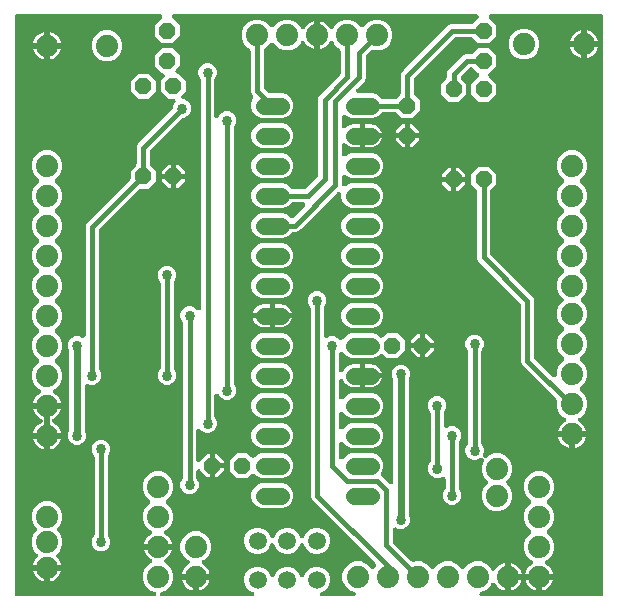
<source format=gbr>
G04 EAGLE Gerber RS-274X export*
G75*
%MOMM*%
%FSLAX34Y34*%
%LPD*%
%INBottom Copper*%
%IPPOS*%
%AMOC8*
5,1,8,0,0,1.08239X$1,22.5*%
G01*
%ADD10P,1.539592X8X292.500000*%
%ADD11P,1.539592X8X22.500000*%
%ADD12P,1.539592X8X202.500000*%
%ADD13P,1.539592X8X112.500000*%
%ADD14C,1.422400*%
%ADD15C,1.879600*%
%ADD16C,1.509600*%
%ADD17C,0.406400*%
%ADD18C,0.858000*%
%ADD19C,0.609600*%

G36*
X115791Y3557D02*
X115791Y3557D01*
X115795Y3557D01*
X115989Y3577D01*
X116187Y3597D01*
X116191Y3598D01*
X116195Y3598D01*
X116381Y3656D01*
X116572Y3715D01*
X116576Y3717D01*
X116580Y3718D01*
X116751Y3812D01*
X116926Y3907D01*
X116929Y3909D01*
X116933Y3912D01*
X117084Y4039D01*
X117235Y4164D01*
X117238Y4168D01*
X117241Y4171D01*
X117364Y4325D01*
X117487Y4478D01*
X117489Y4482D01*
X117492Y4485D01*
X117581Y4659D01*
X117673Y4835D01*
X117674Y4840D01*
X117676Y4844D01*
X117729Y5031D01*
X117784Y5222D01*
X117784Y5227D01*
X117786Y5231D01*
X117801Y5424D01*
X117817Y5624D01*
X117816Y5628D01*
X117817Y5632D01*
X117793Y5825D01*
X117770Y6023D01*
X117769Y6028D01*
X117768Y6032D01*
X117708Y6215D01*
X117645Y6406D01*
X117643Y6410D01*
X117642Y6414D01*
X117545Y6584D01*
X117447Y6757D01*
X117444Y6760D01*
X117442Y6764D01*
X117311Y6915D01*
X117184Y7061D01*
X117181Y7064D01*
X117178Y7068D01*
X117021Y7188D01*
X116866Y7308D01*
X116862Y7310D01*
X116858Y7313D01*
X116563Y7465D01*
X112042Y9337D01*
X108397Y12982D01*
X106425Y17743D01*
X106425Y22897D01*
X108397Y27658D01*
X112042Y31303D01*
X113121Y31750D01*
X113236Y31811D01*
X113356Y31865D01*
X113413Y31906D01*
X113476Y31940D01*
X113577Y32023D01*
X113683Y32099D01*
X113732Y32151D01*
X113786Y32196D01*
X113869Y32298D01*
X113958Y32393D01*
X113995Y32454D01*
X114040Y32509D01*
X114101Y32625D01*
X114170Y32736D01*
X114194Y32802D01*
X114227Y32865D01*
X114264Y32991D01*
X114309Y33114D01*
X114320Y33184D01*
X114340Y33252D01*
X114352Y33382D01*
X114372Y33511D01*
X114369Y33582D01*
X114375Y33653D01*
X114360Y33783D01*
X114355Y33914D01*
X114338Y33982D01*
X114330Y34053D01*
X114290Y34178D01*
X114258Y34305D01*
X114228Y34369D01*
X114207Y34436D01*
X114143Y34550D01*
X114087Y34669D01*
X114045Y34726D01*
X114010Y34788D01*
X113925Y34887D01*
X113847Y34992D01*
X113795Y35040D01*
X113748Y35094D01*
X113645Y35174D01*
X113548Y35262D01*
X113478Y35305D01*
X113431Y35342D01*
X113363Y35376D01*
X113266Y35436D01*
X113123Y35509D01*
X111602Y36614D01*
X110274Y37942D01*
X109169Y39463D01*
X108316Y41137D01*
X107735Y42924D01*
X107695Y43181D01*
X118872Y43181D01*
X118890Y43182D01*
X118907Y43181D01*
X119090Y43202D01*
X119272Y43221D01*
X119289Y43226D01*
X119307Y43228D01*
X119385Y43253D01*
X119522Y43214D01*
X119540Y43212D01*
X119557Y43208D01*
X119888Y43181D01*
X131065Y43181D01*
X131025Y42924D01*
X130444Y41137D01*
X129591Y39463D01*
X128486Y37942D01*
X127158Y36614D01*
X125637Y35509D01*
X125494Y35436D01*
X125384Y35366D01*
X125269Y35303D01*
X125215Y35257D01*
X125155Y35219D01*
X125061Y35128D01*
X124961Y35044D01*
X124917Y34988D01*
X124866Y34939D01*
X124792Y34831D01*
X124710Y34729D01*
X124678Y34666D01*
X124637Y34607D01*
X124586Y34487D01*
X124526Y34371D01*
X124507Y34302D01*
X124479Y34237D01*
X124452Y34109D01*
X124417Y33983D01*
X124411Y33913D01*
X124397Y33843D01*
X124396Y33712D01*
X124385Y33582D01*
X124394Y33511D01*
X124393Y33440D01*
X124418Y33312D01*
X124434Y33182D01*
X124456Y33115D01*
X124470Y33045D01*
X124520Y32924D01*
X124561Y32800D01*
X124596Y32738D01*
X124623Y32673D01*
X124695Y32564D01*
X124760Y32450D01*
X124807Y32397D01*
X124846Y32338D01*
X124939Y32245D01*
X125025Y32147D01*
X125081Y32103D01*
X125131Y32053D01*
X125240Y31981D01*
X125344Y31901D01*
X125417Y31864D01*
X125466Y31831D01*
X125537Y31802D01*
X125639Y31750D01*
X126718Y31303D01*
X130363Y27658D01*
X132335Y22897D01*
X132335Y17743D01*
X130363Y12982D01*
X126718Y9337D01*
X122197Y7465D01*
X122193Y7463D01*
X122188Y7461D01*
X122016Y7368D01*
X121842Y7274D01*
X121838Y7272D01*
X121834Y7269D01*
X121686Y7145D01*
X121531Y7018D01*
X121529Y7015D01*
X121525Y7012D01*
X121402Y6859D01*
X121278Y6705D01*
X121276Y6701D01*
X121273Y6698D01*
X121181Y6520D01*
X121091Y6349D01*
X121089Y6345D01*
X121087Y6341D01*
X121031Y6146D01*
X120978Y5962D01*
X120977Y5958D01*
X120976Y5954D01*
X120960Y5756D01*
X120943Y5561D01*
X120943Y5557D01*
X120943Y5552D01*
X120966Y5354D01*
X120988Y5161D01*
X120989Y5157D01*
X120990Y5153D01*
X121052Y4962D01*
X121111Y4778D01*
X121113Y4774D01*
X121115Y4770D01*
X121212Y4597D01*
X121308Y4426D01*
X121310Y4423D01*
X121313Y4419D01*
X121441Y4270D01*
X121569Y4121D01*
X121573Y4118D01*
X121576Y4114D01*
X121728Y3996D01*
X121886Y3872D01*
X121891Y3870D01*
X121894Y3868D01*
X122069Y3781D01*
X122246Y3692D01*
X122250Y3690D01*
X122254Y3688D01*
X122447Y3637D01*
X122635Y3585D01*
X122639Y3585D01*
X122643Y3584D01*
X122974Y3557D01*
X198732Y3557D01*
X198737Y3557D01*
X198741Y3557D01*
X198935Y3577D01*
X199133Y3597D01*
X199137Y3598D01*
X199142Y3598D01*
X199329Y3657D01*
X199518Y3715D01*
X199522Y3717D01*
X199526Y3718D01*
X199698Y3812D01*
X199872Y3907D01*
X199875Y3909D01*
X199879Y3912D01*
X200030Y4039D01*
X200181Y4164D01*
X200184Y4168D01*
X200187Y4171D01*
X200311Y4325D01*
X200434Y4478D01*
X200436Y4482D01*
X200438Y4485D01*
X200528Y4659D01*
X200619Y4835D01*
X200620Y4840D01*
X200622Y4844D01*
X200675Y5031D01*
X200730Y5222D01*
X200731Y5227D01*
X200732Y5231D01*
X200747Y5424D01*
X200763Y5624D01*
X200763Y5628D01*
X200763Y5632D01*
X200740Y5826D01*
X200716Y6023D01*
X200715Y6028D01*
X200714Y6032D01*
X200653Y6217D01*
X200592Y6406D01*
X200589Y6410D01*
X200588Y6414D01*
X200490Y6586D01*
X200394Y6757D01*
X200391Y6760D01*
X200389Y6764D01*
X200257Y6915D01*
X200130Y7061D01*
X200127Y7064D01*
X200124Y7068D01*
X199967Y7188D01*
X199812Y7308D01*
X199808Y7310D01*
X199805Y7313D01*
X199510Y7465D01*
X197310Y8376D01*
X194186Y11500D01*
X192495Y15581D01*
X192495Y19999D01*
X194186Y24080D01*
X197310Y27204D01*
X201391Y28895D01*
X205809Y28895D01*
X209890Y27204D01*
X213014Y24080D01*
X214223Y21161D01*
X214228Y21153D01*
X214230Y21145D01*
X214324Y20974D01*
X214414Y20806D01*
X214419Y20799D01*
X214424Y20791D01*
X214548Y20644D01*
X214670Y20496D01*
X214677Y20490D01*
X214683Y20483D01*
X214834Y20363D01*
X214983Y20242D01*
X214990Y20238D01*
X214998Y20232D01*
X215168Y20145D01*
X215339Y20055D01*
X215348Y20052D01*
X215356Y20048D01*
X215538Y19997D01*
X215726Y19942D01*
X215735Y19941D01*
X215743Y19939D01*
X215934Y19924D01*
X216127Y19907D01*
X216136Y19908D01*
X216144Y19908D01*
X216335Y19931D01*
X216527Y19952D01*
X216535Y19955D01*
X216544Y19956D01*
X216725Y20016D01*
X216910Y20076D01*
X216918Y20080D01*
X216926Y20083D01*
X217092Y20177D01*
X217262Y20272D01*
X217268Y20278D01*
X217276Y20282D01*
X217422Y20410D01*
X217567Y20534D01*
X217573Y20541D01*
X217580Y20547D01*
X217697Y20700D01*
X217816Y20851D01*
X217820Y20859D01*
X217825Y20866D01*
X217977Y21161D01*
X219186Y24080D01*
X222310Y27204D01*
X226391Y28895D01*
X230809Y28895D01*
X234890Y27204D01*
X238014Y24080D01*
X239223Y21161D01*
X239228Y21153D01*
X239230Y21145D01*
X239324Y20974D01*
X239414Y20806D01*
X239419Y20799D01*
X239424Y20791D01*
X239548Y20644D01*
X239670Y20496D01*
X239677Y20490D01*
X239683Y20483D01*
X239834Y20363D01*
X239983Y20242D01*
X239990Y20238D01*
X239998Y20232D01*
X240168Y20145D01*
X240339Y20055D01*
X240348Y20052D01*
X240356Y20048D01*
X240538Y19997D01*
X240726Y19942D01*
X240735Y19941D01*
X240743Y19939D01*
X240934Y19924D01*
X241127Y19907D01*
X241136Y19908D01*
X241144Y19908D01*
X241335Y19931D01*
X241527Y19952D01*
X241535Y19955D01*
X241544Y19956D01*
X241725Y20016D01*
X241910Y20076D01*
X241918Y20080D01*
X241926Y20083D01*
X242092Y20177D01*
X242262Y20272D01*
X242268Y20278D01*
X242276Y20282D01*
X242422Y20410D01*
X242567Y20534D01*
X242573Y20541D01*
X242580Y20547D01*
X242697Y20700D01*
X242816Y20851D01*
X242820Y20859D01*
X242825Y20866D01*
X242977Y21161D01*
X244186Y24080D01*
X247310Y27204D01*
X251391Y28895D01*
X255809Y28895D01*
X259890Y27204D01*
X263014Y24080D01*
X264705Y19999D01*
X264705Y15581D01*
X263014Y11500D01*
X259890Y8376D01*
X257690Y7465D01*
X257686Y7463D01*
X257682Y7461D01*
X257509Y7368D01*
X257335Y7274D01*
X257332Y7272D01*
X257328Y7269D01*
X257179Y7145D01*
X257025Y7018D01*
X257022Y7015D01*
X257019Y7012D01*
X256896Y6859D01*
X256771Y6705D01*
X256769Y6701D01*
X256766Y6698D01*
X256674Y6520D01*
X256584Y6349D01*
X256583Y6345D01*
X256581Y6341D01*
X256527Y6152D01*
X256471Y5962D01*
X256471Y5958D01*
X256470Y5954D01*
X256453Y5756D01*
X256437Y5561D01*
X256437Y5557D01*
X256437Y5552D01*
X256460Y5358D01*
X256482Y5161D01*
X256483Y5157D01*
X256484Y5153D01*
X256544Y4967D01*
X256605Y4778D01*
X256607Y4774D01*
X256608Y4770D01*
X256706Y4597D01*
X256801Y4426D01*
X256804Y4423D01*
X256806Y4419D01*
X256935Y4270D01*
X257063Y4121D01*
X257067Y4118D01*
X257070Y4114D01*
X257224Y3994D01*
X257380Y3872D01*
X257384Y3870D01*
X257388Y3868D01*
X257566Y3779D01*
X257740Y3692D01*
X257744Y3690D01*
X257748Y3688D01*
X257940Y3637D01*
X258128Y3585D01*
X258133Y3585D01*
X258137Y3584D01*
X258468Y3557D01*
X284696Y3557D01*
X284701Y3557D01*
X284705Y3557D01*
X284899Y3577D01*
X285097Y3597D01*
X285101Y3598D01*
X285105Y3598D01*
X285291Y3656D01*
X285482Y3715D01*
X285486Y3717D01*
X285490Y3718D01*
X285661Y3812D01*
X285836Y3907D01*
X285839Y3909D01*
X285843Y3912D01*
X285994Y4039D01*
X286145Y4164D01*
X286148Y4168D01*
X286151Y4171D01*
X286274Y4325D01*
X286397Y4478D01*
X286399Y4482D01*
X286402Y4485D01*
X286491Y4659D01*
X286583Y4835D01*
X286584Y4840D01*
X286586Y4844D01*
X286639Y5031D01*
X286694Y5222D01*
X286694Y5227D01*
X286696Y5231D01*
X286711Y5424D01*
X286727Y5624D01*
X286726Y5628D01*
X286727Y5632D01*
X286703Y5825D01*
X286680Y6023D01*
X286679Y6028D01*
X286678Y6032D01*
X286618Y6215D01*
X286555Y6406D01*
X286553Y6410D01*
X286552Y6414D01*
X286455Y6584D01*
X286357Y6757D01*
X286354Y6760D01*
X286352Y6764D01*
X286221Y6915D01*
X286094Y7061D01*
X286091Y7064D01*
X286088Y7068D01*
X285931Y7188D01*
X285776Y7308D01*
X285772Y7310D01*
X285768Y7313D01*
X285473Y7465D01*
X280952Y9337D01*
X277307Y12982D01*
X275335Y17743D01*
X275335Y22897D01*
X277307Y27658D01*
X280952Y31303D01*
X285713Y33275D01*
X290867Y33275D01*
X295628Y31303D01*
X299554Y27377D01*
X299568Y27366D01*
X299579Y27352D01*
X299723Y27238D01*
X299865Y27122D01*
X299881Y27114D01*
X299895Y27103D01*
X300059Y27019D01*
X300221Y26933D01*
X300238Y26928D01*
X300254Y26920D01*
X300431Y26871D01*
X300607Y26819D01*
X300625Y26817D01*
X300642Y26812D01*
X300825Y26799D01*
X301008Y26782D01*
X301026Y26784D01*
X301043Y26783D01*
X301225Y26806D01*
X301408Y26826D01*
X301425Y26831D01*
X301443Y26833D01*
X301616Y26892D01*
X301792Y26947D01*
X301808Y26956D01*
X301824Y26961D01*
X301984Y27053D01*
X302144Y27142D01*
X302158Y27153D01*
X302173Y27162D01*
X302426Y27377D01*
X303586Y28537D01*
X303588Y28539D01*
X303598Y28551D01*
X303611Y28563D01*
X303725Y28707D01*
X303842Y28849D01*
X303850Y28864D01*
X303861Y28879D01*
X303945Y29043D01*
X304030Y29204D01*
X304035Y29221D01*
X304043Y29237D01*
X304093Y29415D01*
X304145Y29590D01*
X304147Y29608D01*
X304151Y29625D01*
X304165Y29809D01*
X304181Y29991D01*
X304179Y30009D01*
X304181Y30027D01*
X304158Y30209D01*
X304138Y30392D01*
X304133Y30409D01*
X304130Y30426D01*
X304072Y30600D01*
X304016Y30775D01*
X304008Y30791D01*
X304002Y30808D01*
X303910Y30967D01*
X303822Y31128D01*
X303810Y31141D01*
X303801Y31157D01*
X303586Y31410D01*
X249262Y85734D01*
X248411Y87788D01*
X248411Y247650D01*
X248409Y247677D01*
X248411Y247704D01*
X248389Y247878D01*
X248371Y248051D01*
X248364Y248077D01*
X248360Y248103D01*
X248305Y248269D01*
X248253Y248436D01*
X248240Y248460D01*
X248232Y248485D01*
X248145Y248637D01*
X248061Y248790D01*
X248044Y248810D01*
X248031Y248834D01*
X247816Y249087D01*
X247348Y249555D01*
X246153Y252439D01*
X246153Y255561D01*
X247348Y258445D01*
X249555Y260652D01*
X252439Y261847D01*
X255561Y261847D01*
X258445Y260652D01*
X260652Y258445D01*
X261847Y255561D01*
X261847Y252439D01*
X260652Y249555D01*
X260184Y249087D01*
X260167Y249066D01*
X260146Y249049D01*
X260039Y248911D01*
X259929Y248775D01*
X259916Y248752D01*
X259900Y248730D01*
X259822Y248574D01*
X259740Y248420D01*
X259732Y248394D01*
X259720Y248370D01*
X259675Y248201D01*
X259625Y248034D01*
X259623Y248007D01*
X259616Y247981D01*
X259589Y247650D01*
X259589Y224488D01*
X259590Y224474D01*
X259589Y224461D01*
X259610Y224275D01*
X259629Y224087D01*
X259633Y224074D01*
X259634Y224061D01*
X259691Y223883D01*
X259747Y223702D01*
X259753Y223690D01*
X259757Y223678D01*
X259849Y223513D01*
X259939Y223348D01*
X259947Y223338D01*
X259954Y223326D01*
X260077Y223182D01*
X260196Y223039D01*
X260207Y223030D01*
X260215Y223020D01*
X260364Y222904D01*
X260510Y222786D01*
X260522Y222780D01*
X260532Y222772D01*
X260702Y222687D01*
X260867Y222601D01*
X260880Y222597D01*
X260892Y222591D01*
X261074Y222541D01*
X261254Y222490D01*
X261268Y222488D01*
X261281Y222485D01*
X261468Y222472D01*
X261656Y222457D01*
X261669Y222458D01*
X261682Y222457D01*
X261870Y222482D01*
X262055Y222504D01*
X262068Y222508D01*
X262081Y222509D01*
X262397Y222611D01*
X265139Y223747D01*
X268261Y223747D01*
X271145Y222552D01*
X272567Y221130D01*
X272577Y221122D01*
X272586Y221111D01*
X272733Y220994D01*
X272878Y220875D01*
X272890Y220869D01*
X272901Y220860D01*
X273068Y220774D01*
X273234Y220687D01*
X273247Y220683D01*
X273259Y220677D01*
X273440Y220625D01*
X273620Y220572D01*
X273633Y220571D01*
X273646Y220567D01*
X273833Y220552D01*
X274021Y220535D01*
X274034Y220537D01*
X274047Y220536D01*
X274232Y220558D01*
X274421Y220579D01*
X274434Y220583D01*
X274447Y220584D01*
X274625Y220643D01*
X274805Y220700D01*
X274817Y220707D01*
X274829Y220711D01*
X274993Y220804D01*
X275157Y220895D01*
X275167Y220904D01*
X275179Y220910D01*
X275321Y221034D01*
X275464Y221156D01*
X275473Y221166D01*
X275483Y221175D01*
X275597Y221323D01*
X275714Y221471D01*
X275720Y221484D01*
X275728Y221494D01*
X275880Y221789D01*
X275944Y221943D01*
X278945Y224945D01*
X282866Y226569D01*
X301334Y226569D01*
X305255Y224945D01*
X306920Y223280D01*
X306934Y223269D01*
X306945Y223255D01*
X307089Y223142D01*
X307231Y223025D01*
X307247Y223017D01*
X307261Y223006D01*
X307425Y222922D01*
X307587Y222836D01*
X307604Y222831D01*
X307620Y222823D01*
X307797Y222774D01*
X307973Y222722D01*
X307991Y222720D01*
X308008Y222715D01*
X308191Y222702D01*
X308374Y222685D01*
X308392Y222687D01*
X308409Y222686D01*
X308591Y222709D01*
X308774Y222729D01*
X308791Y222734D01*
X308809Y222736D01*
X308983Y222795D01*
X309158Y222850D01*
X309174Y222859D01*
X309190Y222865D01*
X309349Y222956D01*
X309510Y223045D01*
X309524Y223057D01*
X309539Y223065D01*
X309792Y223280D01*
X313081Y226569D01*
X321919Y226569D01*
X328169Y220319D01*
X328169Y211481D01*
X321919Y205231D01*
X313081Y205231D01*
X309792Y208520D01*
X309779Y208531D01*
X309767Y208545D01*
X309623Y208659D01*
X309481Y208775D01*
X309465Y208783D01*
X309451Y208794D01*
X309287Y208878D01*
X309125Y208964D01*
X309108Y208969D01*
X309092Y208977D01*
X308915Y209026D01*
X308739Y209078D01*
X308721Y209080D01*
X308704Y209085D01*
X308521Y209098D01*
X308338Y209115D01*
X308320Y209113D01*
X308303Y209114D01*
X308120Y209091D01*
X307938Y209071D01*
X307921Y209066D01*
X307903Y209064D01*
X307729Y209005D01*
X307554Y208950D01*
X307538Y208941D01*
X307522Y208935D01*
X307363Y208844D01*
X307202Y208755D01*
X307188Y208743D01*
X307173Y208735D01*
X306920Y208520D01*
X305255Y206855D01*
X301334Y205231D01*
X282866Y205231D01*
X278945Y206855D01*
X275756Y210044D01*
X275749Y210050D01*
X275744Y210056D01*
X275594Y210177D01*
X275445Y210299D01*
X275437Y210303D01*
X275430Y210309D01*
X275260Y210397D01*
X275089Y210488D01*
X275080Y210490D01*
X275073Y210494D01*
X274888Y210547D01*
X274703Y210602D01*
X274694Y210603D01*
X274686Y210606D01*
X274495Y210621D01*
X274302Y210639D01*
X274293Y210638D01*
X274284Y210638D01*
X274095Y210616D01*
X273902Y210595D01*
X273893Y210593D01*
X273885Y210592D01*
X273703Y210532D01*
X273518Y210474D01*
X273510Y210470D01*
X273502Y210467D01*
X273333Y210372D01*
X273166Y210279D01*
X273159Y210273D01*
X273151Y210269D01*
X273005Y210142D01*
X272859Y210019D01*
X272853Y210011D01*
X272846Y210006D01*
X272729Y209854D01*
X272609Y209703D01*
X272605Y209695D01*
X272600Y209688D01*
X272514Y209515D01*
X272427Y209344D01*
X272424Y209335D01*
X272420Y209327D01*
X272370Y209141D01*
X272319Y208956D01*
X272318Y208947D01*
X272316Y208938D01*
X272289Y208608D01*
X272289Y195299D01*
X272301Y195173D01*
X272304Y195047D01*
X272321Y194973D01*
X272329Y194898D01*
X272366Y194778D01*
X272394Y194654D01*
X272425Y194586D01*
X272447Y194513D01*
X272507Y194402D01*
X272559Y194287D01*
X272603Y194226D01*
X272639Y194159D01*
X272719Y194062D01*
X272793Y193960D01*
X272848Y193908D01*
X272896Y193850D01*
X272995Y193771D01*
X273087Y193685D01*
X273151Y193645D01*
X273210Y193598D01*
X273322Y193540D01*
X273430Y193473D01*
X273500Y193447D01*
X273567Y193412D01*
X273689Y193377D01*
X273807Y193334D01*
X273882Y193322D01*
X273954Y193301D01*
X274080Y193291D01*
X274205Y193271D01*
X274280Y193274D01*
X274356Y193268D01*
X274481Y193283D01*
X274607Y193288D01*
X274681Y193306D01*
X274755Y193315D01*
X274875Y193354D01*
X274998Y193384D01*
X275066Y193416D01*
X275138Y193440D01*
X275248Y193502D01*
X275362Y193556D01*
X275423Y193601D01*
X275489Y193638D01*
X275584Y193720D01*
X275686Y193796D01*
X275736Y193852D01*
X275793Y193901D01*
X275871Y194001D01*
X275956Y194095D01*
X276002Y194169D01*
X276040Y194219D01*
X276073Y194285D01*
X276130Y194377D01*
X276732Y195559D01*
X277625Y196788D01*
X278700Y197863D01*
X279929Y198756D01*
X281283Y199446D01*
X282728Y199915D01*
X284228Y200153D01*
X290069Y200153D01*
X290069Y190500D01*
X290069Y180847D01*
X284228Y180847D01*
X282728Y181085D01*
X281283Y181554D01*
X279929Y182244D01*
X278700Y183137D01*
X277625Y184212D01*
X276732Y185441D01*
X276130Y186623D01*
X276062Y186730D01*
X276001Y186841D01*
X275953Y186898D01*
X275912Y186962D01*
X275825Y187053D01*
X275744Y187150D01*
X275685Y187197D01*
X275632Y187251D01*
X275528Y187323D01*
X275430Y187402D01*
X275363Y187437D01*
X275301Y187480D01*
X275185Y187529D01*
X275073Y187588D01*
X275000Y187608D01*
X274931Y187638D01*
X274807Y187664D01*
X274686Y187699D01*
X274610Y187705D01*
X274537Y187721D01*
X274410Y187722D01*
X274284Y187732D01*
X274209Y187723D01*
X274134Y187724D01*
X274010Y187700D01*
X273885Y187685D01*
X273813Y187662D01*
X273739Y187647D01*
X273622Y187599D01*
X273502Y187560D01*
X273436Y187523D01*
X273366Y187494D01*
X273261Y187424D01*
X273151Y187362D01*
X273094Y187313D01*
X273031Y187271D01*
X272942Y187182D01*
X272846Y187099D01*
X272800Y187040D01*
X272747Y186986D01*
X272677Y186881D01*
X272600Y186781D01*
X272566Y186714D01*
X272524Y186651D01*
X272477Y186534D01*
X272420Y186420D01*
X272401Y186347D01*
X272372Y186278D01*
X272349Y186154D01*
X272316Y186032D01*
X272309Y185944D01*
X272297Y185882D01*
X272298Y185809D01*
X272289Y185701D01*
X272289Y172392D01*
X272290Y172384D01*
X272289Y172375D01*
X272310Y172183D01*
X272329Y171992D01*
X272331Y171983D01*
X272332Y171974D01*
X272390Y171792D01*
X272447Y171607D01*
X272451Y171599D01*
X272454Y171591D01*
X272547Y171422D01*
X272639Y171253D01*
X272644Y171246D01*
X272649Y171238D01*
X272773Y171091D01*
X272896Y170944D01*
X272903Y170938D01*
X272909Y170931D01*
X273060Y170812D01*
X273210Y170691D01*
X273218Y170687D01*
X273225Y170682D01*
X273398Y170594D01*
X273567Y170506D01*
X273576Y170503D01*
X273584Y170499D01*
X273770Y170447D01*
X273954Y170394D01*
X273963Y170394D01*
X273972Y170391D01*
X274165Y170377D01*
X274356Y170362D01*
X274364Y170363D01*
X274373Y170362D01*
X274566Y170386D01*
X274755Y170408D01*
X274764Y170411D01*
X274773Y170412D01*
X274956Y170474D01*
X275138Y170533D01*
X275146Y170538D01*
X275154Y170541D01*
X275321Y170637D01*
X275489Y170731D01*
X275496Y170737D01*
X275503Y170741D01*
X275756Y170956D01*
X278945Y174145D01*
X282866Y175769D01*
X301334Y175769D01*
X305255Y174145D01*
X308257Y171143D01*
X309881Y167222D01*
X309881Y162978D01*
X308257Y159057D01*
X305255Y156055D01*
X301334Y154431D01*
X282866Y154431D01*
X278945Y156055D01*
X275756Y159244D01*
X275749Y159250D01*
X275744Y159256D01*
X275594Y159377D01*
X275445Y159499D01*
X275437Y159503D01*
X275430Y159509D01*
X275260Y159597D01*
X275089Y159688D01*
X275080Y159690D01*
X275073Y159694D01*
X274888Y159747D01*
X274703Y159802D01*
X274694Y159803D01*
X274686Y159806D01*
X274495Y159821D01*
X274302Y159839D01*
X274293Y159838D01*
X274284Y159838D01*
X274095Y159816D01*
X273902Y159795D01*
X273893Y159793D01*
X273885Y159792D01*
X273703Y159732D01*
X273518Y159674D01*
X273510Y159670D01*
X273502Y159667D01*
X273333Y159572D01*
X273166Y159479D01*
X273159Y159473D01*
X273151Y159469D01*
X273005Y159342D01*
X272859Y159219D01*
X272853Y159211D01*
X272846Y159206D01*
X272729Y159054D01*
X272609Y158903D01*
X272605Y158895D01*
X272600Y158888D01*
X272514Y158715D01*
X272427Y158544D01*
X272424Y158535D01*
X272420Y158527D01*
X272370Y158341D01*
X272319Y158156D01*
X272318Y158147D01*
X272316Y158138D01*
X272289Y157808D01*
X272289Y146992D01*
X272290Y146984D01*
X272289Y146975D01*
X272310Y146783D01*
X272329Y146592D01*
X272331Y146583D01*
X272332Y146574D01*
X272390Y146392D01*
X272447Y146207D01*
X272451Y146199D01*
X272454Y146191D01*
X272547Y146022D01*
X272639Y145853D01*
X272644Y145846D01*
X272649Y145838D01*
X272773Y145691D01*
X272896Y145544D01*
X272903Y145538D01*
X272909Y145531D01*
X273060Y145412D01*
X273210Y145291D01*
X273218Y145287D01*
X273225Y145282D01*
X273398Y145194D01*
X273567Y145106D01*
X273576Y145103D01*
X273584Y145099D01*
X273770Y145047D01*
X273954Y144994D01*
X273963Y144994D01*
X273972Y144991D01*
X274165Y144977D01*
X274356Y144962D01*
X274364Y144963D01*
X274373Y144962D01*
X274566Y144986D01*
X274755Y145008D01*
X274764Y145011D01*
X274773Y145012D01*
X274956Y145074D01*
X275138Y145133D01*
X275146Y145138D01*
X275154Y145141D01*
X275321Y145237D01*
X275489Y145331D01*
X275496Y145337D01*
X275503Y145341D01*
X275756Y145556D01*
X278945Y148745D01*
X282866Y150369D01*
X301334Y150369D01*
X305255Y148745D01*
X308257Y145743D01*
X309881Y141822D01*
X309881Y137578D01*
X308257Y133657D01*
X305255Y130655D01*
X301334Y129031D01*
X282866Y129031D01*
X278945Y130655D01*
X275756Y133844D01*
X275749Y133850D01*
X275744Y133856D01*
X275594Y133977D01*
X275445Y134099D01*
X275437Y134103D01*
X275430Y134109D01*
X275260Y134197D01*
X275089Y134288D01*
X275080Y134290D01*
X275073Y134294D01*
X274888Y134347D01*
X274703Y134402D01*
X274694Y134403D01*
X274686Y134406D01*
X274495Y134421D01*
X274302Y134439D01*
X274293Y134438D01*
X274284Y134438D01*
X274095Y134416D01*
X273902Y134395D01*
X273893Y134393D01*
X273885Y134392D01*
X273703Y134332D01*
X273518Y134274D01*
X273510Y134270D01*
X273502Y134267D01*
X273333Y134172D01*
X273166Y134079D01*
X273159Y134073D01*
X273151Y134069D01*
X273005Y133942D01*
X272859Y133819D01*
X272853Y133811D01*
X272846Y133806D01*
X272729Y133654D01*
X272609Y133503D01*
X272605Y133495D01*
X272600Y133488D01*
X272514Y133315D01*
X272427Y133144D01*
X272424Y133135D01*
X272420Y133127D01*
X272370Y132941D01*
X272319Y132756D01*
X272318Y132747D01*
X272316Y132738D01*
X272289Y132408D01*
X272289Y121592D01*
X272290Y121584D01*
X272289Y121575D01*
X272310Y121381D01*
X272329Y121192D01*
X272331Y121183D01*
X272332Y121174D01*
X272390Y120992D01*
X272447Y120807D01*
X272451Y120799D01*
X272454Y120791D01*
X272547Y120622D01*
X272639Y120453D01*
X272644Y120446D01*
X272649Y120438D01*
X272773Y120291D01*
X272896Y120144D01*
X272903Y120138D01*
X272909Y120131D01*
X273060Y120012D01*
X273210Y119891D01*
X273218Y119887D01*
X273225Y119882D01*
X273398Y119794D01*
X273567Y119706D01*
X273576Y119703D01*
X273584Y119699D01*
X273770Y119647D01*
X273954Y119594D01*
X273963Y119594D01*
X273972Y119591D01*
X274165Y119577D01*
X274356Y119562D01*
X274364Y119563D01*
X274373Y119562D01*
X274566Y119586D01*
X274755Y119608D01*
X274764Y119611D01*
X274773Y119612D01*
X274956Y119674D01*
X275138Y119733D01*
X275146Y119738D01*
X275154Y119741D01*
X275321Y119837D01*
X275489Y119931D01*
X275496Y119937D01*
X275503Y119941D01*
X275756Y120156D01*
X278945Y123345D01*
X282866Y124969D01*
X301334Y124969D01*
X305255Y123345D01*
X308257Y120343D01*
X309881Y116422D01*
X309881Y112178D01*
X308129Y107948D01*
X308122Y107927D01*
X308112Y107907D01*
X308064Y107735D01*
X308012Y107563D01*
X308010Y107541D01*
X308004Y107519D01*
X307991Y107340D01*
X307974Y107162D01*
X307976Y107140D01*
X307975Y107118D01*
X307997Y106940D01*
X308016Y106762D01*
X308022Y106740D01*
X308025Y106718D01*
X308082Y106549D01*
X308136Y106377D01*
X308146Y106358D01*
X308153Y106337D01*
X308243Y106181D01*
X308329Y106024D01*
X308343Y106007D01*
X308354Y105988D01*
X308569Y105735D01*
X315048Y99256D01*
X315055Y99250D01*
X315060Y99243D01*
X315210Y99123D01*
X315359Y99001D01*
X315367Y98997D01*
X315374Y98991D01*
X315544Y98903D01*
X315715Y98812D01*
X315724Y98810D01*
X315731Y98806D01*
X315916Y98752D01*
X316101Y98697D01*
X316110Y98697D01*
X316118Y98694D01*
X316310Y98679D01*
X316502Y98661D01*
X316511Y98662D01*
X316520Y98661D01*
X316709Y98684D01*
X316902Y98704D01*
X316911Y98707D01*
X316919Y98708D01*
X317101Y98768D01*
X317286Y98826D01*
X317294Y98830D01*
X317302Y98833D01*
X317471Y98928D01*
X317638Y99021D01*
X317645Y99027D01*
X317653Y99031D01*
X317799Y99157D01*
X317945Y99281D01*
X317951Y99288D01*
X317958Y99294D01*
X318075Y99446D01*
X318195Y99597D01*
X318199Y99605D01*
X318204Y99612D01*
X318290Y99784D01*
X318377Y99956D01*
X318380Y99965D01*
X318384Y99973D01*
X318434Y100159D01*
X318485Y100344D01*
X318486Y100353D01*
X318488Y100362D01*
X318515Y100692D01*
X318515Y186807D01*
X318512Y186838D01*
X318514Y186869D01*
X318492Y187038D01*
X318475Y187207D01*
X318466Y187237D01*
X318462Y187268D01*
X318361Y187584D01*
X317273Y190209D01*
X317273Y193331D01*
X318468Y196215D01*
X320675Y198422D01*
X323559Y199617D01*
X326681Y199617D01*
X329565Y198422D01*
X331772Y196215D01*
X332967Y193331D01*
X332967Y190209D01*
X331879Y187584D01*
X331870Y187554D01*
X331856Y187526D01*
X331812Y187362D01*
X331763Y187199D01*
X331760Y187168D01*
X331752Y187137D01*
X331725Y186807D01*
X331725Y73543D01*
X331728Y73512D01*
X331726Y73481D01*
X331748Y73312D01*
X331765Y73143D01*
X331774Y73113D01*
X331778Y73082D01*
X331879Y72766D01*
X332967Y70141D01*
X332967Y67019D01*
X331772Y64135D01*
X329565Y61928D01*
X326681Y60733D01*
X323559Y60733D01*
X320817Y61869D01*
X320804Y61873D01*
X320793Y61879D01*
X320613Y61931D01*
X320432Y61985D01*
X320419Y61987D01*
X320406Y61990D01*
X320218Y62006D01*
X320031Y62024D01*
X320018Y62022D01*
X320004Y62023D01*
X319818Y62001D01*
X319631Y61982D01*
X319618Y61978D01*
X319605Y61976D01*
X319425Y61918D01*
X319246Y61862D01*
X319235Y61856D01*
X319222Y61852D01*
X319058Y61759D01*
X318893Y61669D01*
X318883Y61660D01*
X318871Y61654D01*
X318729Y61531D01*
X318585Y61410D01*
X318577Y61399D01*
X318566Y61391D01*
X318452Y61243D01*
X318334Y61095D01*
X318328Y61083D01*
X318320Y61072D01*
X318236Y60904D01*
X318150Y60737D01*
X318146Y60724D01*
X318140Y60712D01*
X318091Y60529D01*
X318040Y60349D01*
X318039Y60336D01*
X318036Y60323D01*
X318009Y59992D01*
X318009Y50146D01*
X318011Y50120D01*
X318009Y50093D01*
X318031Y49919D01*
X318049Y49746D01*
X318056Y49720D01*
X318060Y49694D01*
X318115Y49528D01*
X318167Y49361D01*
X318180Y49337D01*
X318188Y49312D01*
X318275Y49160D01*
X318359Y49007D01*
X318376Y48986D01*
X318389Y48963D01*
X318604Y48710D01*
X333804Y33510D01*
X333821Y33496D01*
X333836Y33479D01*
X333977Y33368D01*
X334115Y33255D01*
X334135Y33244D01*
X334153Y33230D01*
X334313Y33150D01*
X334471Y33066D01*
X334492Y33060D01*
X334512Y33050D01*
X334686Y33002D01*
X334857Y32951D01*
X334879Y32949D01*
X334901Y32943D01*
X335079Y32931D01*
X335258Y32915D01*
X335280Y32917D01*
X335302Y32916D01*
X335479Y32939D01*
X335658Y32958D01*
X335680Y32965D01*
X335702Y32968D01*
X336018Y33069D01*
X336513Y33275D01*
X341667Y33275D01*
X346428Y31303D01*
X350354Y27377D01*
X350368Y27366D01*
X350379Y27352D01*
X350523Y27239D01*
X350665Y27122D01*
X350681Y27114D01*
X350695Y27103D01*
X350859Y27019D01*
X351021Y26933D01*
X351038Y26928D01*
X351054Y26920D01*
X351231Y26871D01*
X351407Y26819D01*
X351425Y26817D01*
X351442Y26812D01*
X351625Y26799D01*
X351808Y26782D01*
X351826Y26784D01*
X351843Y26783D01*
X352025Y26806D01*
X352208Y26826D01*
X352225Y26831D01*
X352243Y26833D01*
X352417Y26892D01*
X352592Y26947D01*
X352608Y26956D01*
X352624Y26961D01*
X352784Y27053D01*
X352944Y27142D01*
X352958Y27153D01*
X352973Y27162D01*
X353226Y27377D01*
X357152Y31303D01*
X361913Y33275D01*
X367067Y33275D01*
X371828Y31303D01*
X375754Y27377D01*
X375768Y27366D01*
X375779Y27352D01*
X375923Y27239D01*
X376065Y27122D01*
X376081Y27114D01*
X376095Y27103D01*
X376259Y27019D01*
X376421Y26933D01*
X376438Y26928D01*
X376454Y26920D01*
X376631Y26871D01*
X376807Y26819D01*
X376825Y26817D01*
X376842Y26812D01*
X377025Y26799D01*
X377208Y26782D01*
X377226Y26784D01*
X377243Y26783D01*
X377425Y26806D01*
X377608Y26826D01*
X377625Y26831D01*
X377643Y26833D01*
X377817Y26892D01*
X377992Y26947D01*
X378008Y26956D01*
X378024Y26961D01*
X378184Y27053D01*
X378344Y27142D01*
X378358Y27153D01*
X378373Y27162D01*
X378626Y27377D01*
X382552Y31303D01*
X387313Y33275D01*
X392467Y33275D01*
X397228Y31303D01*
X400873Y27658D01*
X401320Y26579D01*
X401381Y26464D01*
X401435Y26344D01*
X401476Y26287D01*
X401510Y26224D01*
X401593Y26123D01*
X401669Y26017D01*
X401721Y25968D01*
X401766Y25914D01*
X401868Y25831D01*
X401963Y25742D01*
X402024Y25705D01*
X402079Y25660D01*
X402195Y25599D01*
X402306Y25530D01*
X402372Y25506D01*
X402435Y25473D01*
X402561Y25436D01*
X402684Y25391D01*
X402754Y25380D01*
X402822Y25360D01*
X402952Y25348D01*
X403081Y25328D01*
X403152Y25331D01*
X403223Y25325D01*
X403353Y25340D01*
X403484Y25345D01*
X403552Y25362D01*
X403623Y25370D01*
X403748Y25410D01*
X403875Y25442D01*
X403939Y25472D01*
X404006Y25493D01*
X404120Y25557D01*
X404239Y25613D01*
X404296Y25655D01*
X404358Y25690D01*
X404457Y25775D01*
X404562Y25853D01*
X404610Y25905D01*
X404664Y25952D01*
X404744Y26055D01*
X404832Y26152D01*
X404875Y26222D01*
X404912Y26269D01*
X404946Y26337D01*
X405006Y26434D01*
X405079Y26577D01*
X406184Y28098D01*
X407512Y29426D01*
X409033Y30531D01*
X410707Y31384D01*
X412494Y31965D01*
X412751Y32005D01*
X412751Y20828D01*
X412752Y20810D01*
X412751Y20793D01*
X412772Y20610D01*
X412791Y20428D01*
X412796Y20411D01*
X412798Y20393D01*
X412823Y20315D01*
X412784Y20178D01*
X412782Y20160D01*
X412778Y20143D01*
X412751Y19812D01*
X412751Y8635D01*
X412494Y8675D01*
X410707Y9256D01*
X409033Y10109D01*
X407512Y11214D01*
X406184Y12542D01*
X405079Y14063D01*
X405006Y14206D01*
X404936Y14316D01*
X404873Y14431D01*
X404827Y14485D01*
X404789Y14545D01*
X404698Y14639D01*
X404614Y14739D01*
X404558Y14783D01*
X404509Y14834D01*
X404401Y14908D01*
X404299Y14990D01*
X404236Y15022D01*
X404177Y15063D01*
X404057Y15114D01*
X403941Y15174D01*
X403872Y15193D01*
X403807Y15221D01*
X403679Y15248D01*
X403553Y15283D01*
X403483Y15289D01*
X403413Y15303D01*
X403282Y15304D01*
X403152Y15315D01*
X403081Y15306D01*
X403010Y15307D01*
X402882Y15282D01*
X402752Y15266D01*
X402685Y15244D01*
X402615Y15230D01*
X402494Y15180D01*
X402370Y15139D01*
X402308Y15104D01*
X402243Y15077D01*
X402134Y15005D01*
X402020Y14940D01*
X401967Y14893D01*
X401908Y14854D01*
X401815Y14761D01*
X401717Y14675D01*
X401673Y14619D01*
X401623Y14569D01*
X401551Y14460D01*
X401471Y14356D01*
X401434Y14283D01*
X401401Y14234D01*
X401372Y14163D01*
X401320Y14061D01*
X400873Y12982D01*
X397228Y9337D01*
X392707Y7465D01*
X392703Y7463D01*
X392698Y7461D01*
X392526Y7368D01*
X392352Y7274D01*
X392348Y7272D01*
X392344Y7269D01*
X392196Y7145D01*
X392041Y7018D01*
X392039Y7015D01*
X392035Y7012D01*
X391912Y6859D01*
X391788Y6705D01*
X391786Y6701D01*
X391783Y6698D01*
X391691Y6520D01*
X391601Y6349D01*
X391599Y6345D01*
X391597Y6341D01*
X391541Y6146D01*
X391488Y5962D01*
X391487Y5958D01*
X391486Y5954D01*
X391470Y5756D01*
X391453Y5561D01*
X391453Y5557D01*
X391453Y5552D01*
X391476Y5354D01*
X391498Y5161D01*
X391499Y5157D01*
X391500Y5153D01*
X391562Y4962D01*
X391621Y4778D01*
X391623Y4774D01*
X391625Y4770D01*
X391722Y4597D01*
X391818Y4426D01*
X391820Y4423D01*
X391823Y4419D01*
X391951Y4270D01*
X392079Y4121D01*
X392083Y4118D01*
X392086Y4114D01*
X392238Y3996D01*
X392396Y3872D01*
X392401Y3870D01*
X392404Y3868D01*
X392579Y3781D01*
X392756Y3692D01*
X392760Y3690D01*
X392764Y3688D01*
X392957Y3637D01*
X393145Y3585D01*
X393149Y3585D01*
X393153Y3584D01*
X393484Y3557D01*
X494412Y3557D01*
X494430Y3559D01*
X494448Y3557D01*
X494630Y3578D01*
X494813Y3597D01*
X494830Y3602D01*
X494847Y3604D01*
X495022Y3661D01*
X495198Y3715D01*
X495213Y3723D01*
X495230Y3729D01*
X495390Y3819D01*
X495552Y3907D01*
X495565Y3918D01*
X495581Y3927D01*
X495720Y4047D01*
X495861Y4164D01*
X495872Y4178D01*
X495886Y4190D01*
X495998Y4335D01*
X496113Y4478D01*
X496121Y4494D01*
X496132Y4508D01*
X496214Y4673D01*
X496299Y4835D01*
X496304Y4852D01*
X496312Y4868D01*
X496359Y5047D01*
X496410Y5222D01*
X496412Y5240D01*
X496416Y5257D01*
X496443Y5588D01*
X496443Y494412D01*
X496441Y494430D01*
X496443Y494448D01*
X496422Y494630D01*
X496403Y494813D01*
X496398Y494830D01*
X496396Y494847D01*
X496339Y495022D01*
X496285Y495198D01*
X496277Y495213D01*
X496271Y495230D01*
X496181Y495390D01*
X496093Y495552D01*
X496082Y495565D01*
X496073Y495581D01*
X495953Y495720D01*
X495836Y495861D01*
X495822Y495872D01*
X495810Y495886D01*
X495665Y495998D01*
X495522Y496113D01*
X495506Y496121D01*
X495492Y496132D01*
X495327Y496214D01*
X495165Y496299D01*
X495148Y496304D01*
X495132Y496312D01*
X494953Y496359D01*
X494778Y496410D01*
X494760Y496412D01*
X494743Y496416D01*
X494412Y496443D01*
X401118Y496443D01*
X401110Y496442D01*
X401101Y496443D01*
X400907Y496422D01*
X400718Y496403D01*
X400709Y496401D01*
X400700Y496400D01*
X400516Y496342D01*
X400333Y496285D01*
X400325Y496281D01*
X400317Y496278D01*
X400148Y496185D01*
X399979Y496093D01*
X399972Y496088D01*
X399964Y496083D01*
X399817Y495959D01*
X399670Y495836D01*
X399664Y495829D01*
X399657Y495823D01*
X399538Y495672D01*
X399417Y495522D01*
X399413Y495514D01*
X399408Y495507D01*
X399320Y495334D01*
X399232Y495165D01*
X399229Y495156D01*
X399225Y495148D01*
X399173Y494961D01*
X399120Y494778D01*
X399120Y494769D01*
X399117Y494760D01*
X399103Y494567D01*
X399087Y494376D01*
X399089Y494368D01*
X399088Y494359D01*
X399112Y494166D01*
X399134Y493977D01*
X399137Y493968D01*
X399138Y493959D01*
X399200Y493776D01*
X399259Y493594D01*
X399264Y493586D01*
X399266Y493578D01*
X399363Y493410D01*
X399457Y493243D01*
X399463Y493236D01*
X399467Y493229D01*
X399682Y492976D01*
X405639Y487019D01*
X405639Y478181D01*
X399389Y471931D01*
X390551Y471931D01*
X386066Y476416D01*
X386045Y476433D01*
X386028Y476454D01*
X385890Y476561D01*
X385754Y476671D01*
X385731Y476684D01*
X385710Y476700D01*
X385553Y476778D01*
X385399Y476860D01*
X385373Y476868D01*
X385349Y476880D01*
X385180Y476925D01*
X385013Y476975D01*
X384986Y476977D01*
X384960Y476984D01*
X384630Y477011D01*
X371456Y477011D01*
X371430Y477009D01*
X371403Y477011D01*
X371229Y476989D01*
X371056Y476971D01*
X371030Y476964D01*
X371004Y476960D01*
X370838Y476905D01*
X370671Y476853D01*
X370647Y476840D01*
X370622Y476832D01*
X370470Y476745D01*
X370317Y476661D01*
X370296Y476644D01*
X370273Y476631D01*
X370020Y476416D01*
X336384Y442780D01*
X336367Y442759D01*
X336346Y442742D01*
X336239Y442604D01*
X336129Y442468D01*
X336116Y442445D01*
X336100Y442424D01*
X336022Y442267D01*
X335940Y442113D01*
X335932Y442087D01*
X335920Y442063D01*
X335875Y441894D01*
X335825Y441727D01*
X335823Y441700D01*
X335816Y441674D01*
X335789Y441344D01*
X335789Y429440D01*
X335791Y429414D01*
X335789Y429387D01*
X335811Y429213D01*
X335829Y429040D01*
X335836Y429014D01*
X335840Y428988D01*
X335895Y428822D01*
X335947Y428655D01*
X335960Y428631D01*
X335968Y428606D01*
X336055Y428454D01*
X336139Y428301D01*
X336156Y428280D01*
X336169Y428257D01*
X336384Y428004D01*
X340869Y423519D01*
X340869Y414681D01*
X334619Y408431D01*
X325781Y408431D01*
X321296Y412916D01*
X321275Y412933D01*
X321258Y412954D01*
X321120Y413061D01*
X320984Y413171D01*
X320961Y413184D01*
X320940Y413200D01*
X320783Y413278D01*
X320629Y413360D01*
X320603Y413368D01*
X320579Y413380D01*
X320410Y413425D01*
X320243Y413475D01*
X320216Y413477D01*
X320190Y413484D01*
X319860Y413511D01*
X309553Y413511D01*
X309526Y413509D01*
X309499Y413511D01*
X309325Y413489D01*
X309152Y413471D01*
X309126Y413464D01*
X309100Y413460D01*
X308934Y413405D01*
X308767Y413353D01*
X308743Y413340D01*
X308718Y413332D01*
X308566Y413245D01*
X308413Y413161D01*
X308392Y413144D01*
X308369Y413131D01*
X308116Y412916D01*
X305255Y410055D01*
X301334Y408431D01*
X282866Y408431D01*
X278945Y410055D01*
X278296Y410704D01*
X278289Y410710D01*
X278284Y410716D01*
X278135Y410836D01*
X277985Y410959D01*
X277977Y410963D01*
X277970Y410969D01*
X277800Y411057D01*
X277629Y411148D01*
X277620Y411150D01*
X277613Y411154D01*
X277428Y411207D01*
X277243Y411262D01*
X277234Y411263D01*
X277226Y411266D01*
X277035Y411281D01*
X276842Y411299D01*
X276833Y411298D01*
X276824Y411298D01*
X276635Y411276D01*
X276442Y411255D01*
X276433Y411253D01*
X276425Y411252D01*
X276242Y411192D01*
X276058Y411134D01*
X276050Y411130D01*
X276042Y411127D01*
X275873Y411032D01*
X275706Y410939D01*
X275699Y410933D01*
X275691Y410929D01*
X275545Y410802D01*
X275399Y410679D01*
X275393Y410672D01*
X275386Y410666D01*
X275268Y410513D01*
X275149Y410363D01*
X275145Y410355D01*
X275140Y410348D01*
X275054Y410176D01*
X274967Y410004D01*
X274964Y409995D01*
X274960Y409987D01*
X274910Y409801D01*
X274859Y409616D01*
X274858Y409607D01*
X274856Y409598D01*
X274829Y409268D01*
X274829Y402096D01*
X274830Y402087D01*
X274829Y402078D01*
X274849Y401887D01*
X274869Y401695D01*
X274871Y401686D01*
X274872Y401678D01*
X274930Y401494D01*
X274987Y401310D01*
X274991Y401302D01*
X274994Y401294D01*
X275087Y401125D01*
X275179Y400956D01*
X275184Y400949D01*
X275189Y400941D01*
X275314Y400794D01*
X275436Y400647D01*
X275443Y400641D01*
X275449Y400634D01*
X275600Y400515D01*
X275750Y400394D01*
X275758Y400390D01*
X275765Y400385D01*
X275938Y400297D01*
X276107Y400209D01*
X276116Y400207D01*
X276124Y400202D01*
X276310Y400151D01*
X276494Y400098D01*
X276503Y400097D01*
X276512Y400094D01*
X276704Y400080D01*
X276896Y400065D01*
X276904Y400066D01*
X276913Y400065D01*
X277105Y400089D01*
X277295Y400112D01*
X277304Y400114D01*
X277313Y400115D01*
X277495Y400177D01*
X277678Y400236D01*
X277686Y400241D01*
X277694Y400244D01*
X277862Y400340D01*
X278029Y400434D01*
X278036Y400440D01*
X278043Y400445D01*
X278296Y400659D01*
X278700Y401063D01*
X279929Y401956D01*
X281283Y402646D01*
X282728Y403115D01*
X284228Y403353D01*
X290069Y403353D01*
X290069Y393700D01*
X290069Y384047D01*
X284228Y384047D01*
X282728Y384285D01*
X281283Y384754D01*
X279929Y385444D01*
X278700Y386337D01*
X278296Y386741D01*
X278289Y386746D01*
X278284Y386753D01*
X278134Y386874D01*
X277985Y386996D01*
X277977Y387000D01*
X277970Y387006D01*
X277800Y387094D01*
X277629Y387184D01*
X277620Y387187D01*
X277613Y387191D01*
X277429Y387244D01*
X277243Y387299D01*
X277234Y387300D01*
X277226Y387302D01*
X277035Y387318D01*
X276842Y387336D01*
X276833Y387335D01*
X276824Y387335D01*
X276635Y387313D01*
X276442Y387292D01*
X276433Y387289D01*
X276425Y387288D01*
X276241Y387229D01*
X276058Y387171D01*
X276050Y387166D01*
X276042Y387164D01*
X275873Y387069D01*
X275706Y386976D01*
X275699Y386970D01*
X275691Y386966D01*
X275546Y386840D01*
X275399Y386715D01*
X275393Y386708D01*
X275386Y386703D01*
X275269Y386552D01*
X275149Y386399D01*
X275145Y386391D01*
X275140Y386384D01*
X275054Y386212D01*
X274967Y386041D01*
X274964Y386032D01*
X274960Y386024D01*
X274910Y385836D01*
X274859Y385653D01*
X274858Y385644D01*
X274856Y385635D01*
X274829Y385304D01*
X274829Y378132D01*
X274830Y378124D01*
X274829Y378115D01*
X274850Y377921D01*
X274869Y377732D01*
X274871Y377723D01*
X274872Y377714D01*
X274930Y377532D01*
X274987Y377347D01*
X274991Y377339D01*
X274994Y377331D01*
X275087Y377162D01*
X275179Y376993D01*
X275184Y376986D01*
X275189Y376978D01*
X275314Y376830D01*
X275436Y376684D01*
X275443Y376678D01*
X275449Y376671D01*
X275601Y376551D01*
X275750Y376431D01*
X275758Y376427D01*
X275765Y376422D01*
X275938Y376334D01*
X276107Y376246D01*
X276116Y376243D01*
X276124Y376239D01*
X276309Y376188D01*
X276494Y376134D01*
X276503Y376134D01*
X276512Y376131D01*
X276704Y376117D01*
X276896Y376102D01*
X276904Y376103D01*
X276913Y376102D01*
X277105Y376126D01*
X277295Y376148D01*
X277304Y376151D01*
X277313Y376152D01*
X277495Y376214D01*
X277678Y376273D01*
X277686Y376278D01*
X277694Y376281D01*
X277862Y376377D01*
X278029Y376471D01*
X278036Y376477D01*
X278043Y376481D01*
X278296Y376696D01*
X278945Y377345D01*
X282866Y378969D01*
X301334Y378969D01*
X305255Y377345D01*
X308257Y374343D01*
X309881Y370422D01*
X309881Y366178D01*
X308257Y362257D01*
X305255Y359255D01*
X301334Y357631D01*
X282866Y357631D01*
X278945Y359255D01*
X278296Y359904D01*
X278289Y359910D01*
X278284Y359916D01*
X278135Y360036D01*
X277985Y360159D01*
X277977Y360163D01*
X277970Y360169D01*
X277800Y360257D01*
X277629Y360348D01*
X277620Y360350D01*
X277613Y360354D01*
X277428Y360407D01*
X277243Y360462D01*
X277234Y360463D01*
X277226Y360466D01*
X277035Y360481D01*
X276842Y360499D01*
X276833Y360498D01*
X276824Y360498D01*
X276635Y360476D01*
X276442Y360455D01*
X276433Y360453D01*
X276425Y360452D01*
X276242Y360392D01*
X276058Y360334D01*
X276050Y360330D01*
X276042Y360327D01*
X275873Y360232D01*
X275706Y360139D01*
X275699Y360133D01*
X275691Y360129D01*
X275545Y360002D01*
X275399Y359879D01*
X275393Y359872D01*
X275386Y359866D01*
X275268Y359713D01*
X275149Y359563D01*
X275145Y359555D01*
X275140Y359548D01*
X275054Y359376D01*
X274967Y359204D01*
X274964Y359195D01*
X274960Y359187D01*
X274910Y359001D01*
X274859Y358816D01*
X274858Y358807D01*
X274856Y358798D01*
X274829Y358468D01*
X274829Y352732D01*
X274830Y352724D01*
X274829Y352715D01*
X274850Y352521D01*
X274869Y352332D01*
X274871Y352323D01*
X274872Y352314D01*
X274930Y352132D01*
X274987Y351947D01*
X274991Y351939D01*
X274994Y351931D01*
X275087Y351762D01*
X275179Y351593D01*
X275184Y351586D01*
X275189Y351578D01*
X275314Y351430D01*
X275436Y351284D01*
X275443Y351278D01*
X275449Y351271D01*
X275601Y351151D01*
X275750Y351031D01*
X275758Y351027D01*
X275765Y351022D01*
X275938Y350934D01*
X276107Y350846D01*
X276116Y350843D01*
X276124Y350839D01*
X276309Y350788D01*
X276494Y350734D01*
X276503Y350734D01*
X276512Y350731D01*
X276704Y350717D01*
X276896Y350702D01*
X276904Y350703D01*
X276913Y350702D01*
X277105Y350726D01*
X277295Y350748D01*
X277304Y350751D01*
X277313Y350752D01*
X277495Y350814D01*
X277678Y350873D01*
X277686Y350878D01*
X277694Y350881D01*
X277862Y350977D01*
X278029Y351071D01*
X278036Y351077D01*
X278043Y351081D01*
X278296Y351296D01*
X278945Y351945D01*
X282866Y353569D01*
X301334Y353569D01*
X305255Y351945D01*
X308257Y348943D01*
X309881Y345022D01*
X309881Y340778D01*
X308257Y336857D01*
X305255Y333855D01*
X301334Y332231D01*
X282866Y332231D01*
X278945Y333855D01*
X275943Y336857D01*
X274319Y340778D01*
X274319Y344062D01*
X274318Y344071D01*
X274319Y344080D01*
X274298Y344273D01*
X274279Y344462D01*
X274277Y344471D01*
X274276Y344480D01*
X274218Y344663D01*
X274161Y344847D01*
X274157Y344855D01*
X274154Y344864D01*
X274061Y345032D01*
X273969Y345201D01*
X273964Y345208D01*
X273959Y345216D01*
X273835Y345363D01*
X273712Y345511D01*
X273705Y345516D01*
X273699Y345523D01*
X273547Y345643D01*
X273398Y345763D01*
X273390Y345767D01*
X273383Y345773D01*
X273210Y345860D01*
X273041Y345948D01*
X273032Y345951D01*
X273024Y345955D01*
X272838Y346007D01*
X272654Y346060D01*
X272645Y346061D01*
X272636Y346063D01*
X272443Y346077D01*
X272252Y346093D01*
X272244Y346092D01*
X272235Y346092D01*
X272042Y346068D01*
X271853Y346046D01*
X271844Y346043D01*
X271835Y346042D01*
X271653Y345981D01*
X271470Y345921D01*
X271462Y345916D01*
X271454Y345914D01*
X271287Y345818D01*
X271119Y345723D01*
X271112Y345717D01*
X271105Y345713D01*
X270852Y345498D01*
X239974Y314620D01*
X238116Y312762D01*
X236062Y311911D01*
X233352Y311911D01*
X233326Y311909D01*
X233299Y311911D01*
X233125Y311889D01*
X232952Y311871D01*
X232926Y311864D01*
X232900Y311860D01*
X232734Y311804D01*
X232567Y311753D01*
X232543Y311740D01*
X232518Y311732D01*
X232366Y311645D01*
X232213Y311561D01*
X232192Y311544D01*
X232169Y311531D01*
X231916Y311316D01*
X229055Y308455D01*
X225134Y306831D01*
X206666Y306831D01*
X202745Y308455D01*
X199743Y311457D01*
X198119Y315378D01*
X198119Y319622D01*
X199743Y323543D01*
X202745Y326545D01*
X206666Y328169D01*
X225134Y328169D01*
X229055Y326545D01*
X231137Y324463D01*
X231151Y324452D01*
X231162Y324438D01*
X231306Y324324D01*
X231448Y324208D01*
X231464Y324200D01*
X231478Y324189D01*
X231642Y324105D01*
X231804Y324019D01*
X231821Y324014D01*
X231837Y324006D01*
X232014Y323957D01*
X232190Y323905D01*
X232208Y323903D01*
X232225Y323898D01*
X232408Y323885D01*
X232591Y323868D01*
X232609Y323870D01*
X232626Y323869D01*
X232808Y323892D01*
X232991Y323912D01*
X233008Y323917D01*
X233026Y323919D01*
X233199Y323978D01*
X233375Y324033D01*
X233391Y324042D01*
X233408Y324047D01*
X233567Y324139D01*
X233727Y324228D01*
X233741Y324239D01*
X233756Y324248D01*
X234009Y324463D01*
X243390Y333844D01*
X243396Y333851D01*
X243403Y333856D01*
X243523Y334006D01*
X243645Y334155D01*
X243649Y334163D01*
X243655Y334170D01*
X243743Y334340D01*
X243834Y334511D01*
X243836Y334520D01*
X243840Y334527D01*
X243894Y334712D01*
X243949Y334897D01*
X243949Y334906D01*
X243952Y334914D01*
X243967Y335106D01*
X243985Y335298D01*
X243984Y335307D01*
X243985Y335316D01*
X243962Y335505D01*
X243942Y335698D01*
X243939Y335707D01*
X243938Y335715D01*
X243878Y335897D01*
X243820Y336082D01*
X243816Y336090D01*
X243813Y336098D01*
X243718Y336267D01*
X243625Y336434D01*
X243619Y336441D01*
X243615Y336449D01*
X243489Y336595D01*
X243365Y336741D01*
X243358Y336747D01*
X243352Y336754D01*
X243200Y336871D01*
X243049Y336991D01*
X243041Y336995D01*
X243034Y337000D01*
X242862Y337086D01*
X242690Y337173D01*
X242681Y337176D01*
X242673Y337180D01*
X242487Y337230D01*
X242302Y337281D01*
X242293Y337282D01*
X242284Y337284D01*
X241954Y337311D01*
X233352Y337311D01*
X233326Y337309D01*
X233299Y337311D01*
X233125Y337289D01*
X232952Y337271D01*
X232926Y337264D01*
X232900Y337260D01*
X232734Y337204D01*
X232567Y337153D01*
X232543Y337140D01*
X232518Y337132D01*
X232366Y337045D01*
X232213Y336961D01*
X232192Y336944D01*
X232169Y336931D01*
X231916Y336716D01*
X229055Y333855D01*
X225134Y332231D01*
X206666Y332231D01*
X202745Y333855D01*
X199743Y336857D01*
X198119Y340778D01*
X198119Y345022D01*
X199743Y348943D01*
X202745Y351945D01*
X206666Y353569D01*
X225134Y353569D01*
X229055Y351945D01*
X231916Y349084D01*
X231937Y349067D01*
X231954Y349046D01*
X232092Y348939D01*
X232228Y348829D01*
X232251Y348816D01*
X232272Y348800D01*
X232429Y348722D01*
X232583Y348640D01*
X232609Y348632D01*
X232633Y348620D01*
X232802Y348575D01*
X232969Y348525D01*
X232996Y348523D01*
X233022Y348516D01*
X233352Y348489D01*
X243224Y348489D01*
X243250Y348491D01*
X243277Y348489D01*
X243451Y348511D01*
X243624Y348529D01*
X243650Y348536D01*
X243676Y348540D01*
X243842Y348595D01*
X244009Y348647D01*
X244033Y348660D01*
X244058Y348668D01*
X244210Y348755D01*
X244363Y348839D01*
X244384Y348856D01*
X244407Y348869D01*
X244660Y349084D01*
X254166Y358590D01*
X254183Y358611D01*
X254204Y358628D01*
X254311Y358766D01*
X254421Y358902D01*
X254434Y358925D01*
X254450Y358946D01*
X254528Y359103D01*
X254610Y359257D01*
X254618Y359283D01*
X254630Y359307D01*
X254675Y359476D01*
X254725Y359643D01*
X254727Y359670D01*
X254734Y359696D01*
X254761Y360026D01*
X254761Y425292D01*
X255612Y427346D01*
X273216Y444950D01*
X273233Y444971D01*
X273254Y444988D01*
X273361Y445126D01*
X273471Y445262D01*
X273484Y445285D01*
X273500Y445306D01*
X273578Y445463D01*
X273660Y445617D01*
X273668Y445643D01*
X273680Y445667D01*
X273725Y445836D01*
X273775Y446003D01*
X273777Y446030D01*
X273784Y446056D01*
X273811Y446386D01*
X273811Y465726D01*
X273809Y465748D01*
X273811Y465770D01*
X273789Y465947D01*
X273771Y466126D01*
X273765Y466148D01*
X273762Y466170D01*
X273706Y466339D01*
X273653Y466511D01*
X273643Y466531D01*
X273636Y466552D01*
X273547Y466707D01*
X273461Y466865D01*
X273447Y466882D01*
X273436Y466902D01*
X273318Y467037D01*
X273204Y467174D01*
X273186Y467188D01*
X273172Y467205D01*
X273030Y467314D01*
X272890Y467427D01*
X272870Y467437D01*
X272852Y467451D01*
X272557Y467602D01*
X272062Y467807D01*
X268417Y471452D01*
X267970Y472531D01*
X267909Y472646D01*
X267855Y472766D01*
X267814Y472823D01*
X267780Y472886D01*
X267697Y472987D01*
X267621Y473093D01*
X267569Y473142D01*
X267524Y473196D01*
X267422Y473279D01*
X267327Y473368D01*
X267266Y473405D01*
X267211Y473450D01*
X267095Y473511D01*
X266984Y473580D01*
X266918Y473604D01*
X266855Y473637D01*
X266729Y473674D01*
X266606Y473719D01*
X266536Y473730D01*
X266468Y473750D01*
X266338Y473762D01*
X266209Y473782D01*
X266138Y473779D01*
X266067Y473785D01*
X265937Y473770D01*
X265806Y473765D01*
X265738Y473748D01*
X265667Y473740D01*
X265542Y473700D01*
X265415Y473668D01*
X265351Y473638D01*
X265284Y473617D01*
X265170Y473553D01*
X265051Y473497D01*
X264994Y473455D01*
X264932Y473420D01*
X264833Y473335D01*
X264728Y473257D01*
X264680Y473205D01*
X264626Y473158D01*
X264546Y473055D01*
X264458Y472958D01*
X264415Y472888D01*
X264378Y472841D01*
X264344Y472773D01*
X264284Y472676D01*
X264211Y472533D01*
X263106Y471012D01*
X261778Y469684D01*
X260257Y468579D01*
X258583Y467726D01*
X256796Y467145D01*
X256539Y467105D01*
X256539Y478282D01*
X256537Y478300D01*
X256539Y478317D01*
X256518Y478500D01*
X256499Y478682D01*
X256494Y478699D01*
X256492Y478717D01*
X256467Y478795D01*
X256506Y478932D01*
X256508Y478950D01*
X256512Y478967D01*
X256539Y479298D01*
X256539Y490475D01*
X256796Y490435D01*
X258583Y489854D01*
X260257Y489001D01*
X261778Y487896D01*
X263106Y486568D01*
X264211Y485047D01*
X264284Y484904D01*
X264354Y484794D01*
X264417Y484679D01*
X264463Y484625D01*
X264501Y484565D01*
X264592Y484471D01*
X264676Y484371D01*
X264732Y484327D01*
X264781Y484276D01*
X264889Y484202D01*
X264991Y484120D01*
X265054Y484088D01*
X265113Y484047D01*
X265233Y483996D01*
X265349Y483936D01*
X265418Y483917D01*
X265483Y483889D01*
X265611Y483862D01*
X265737Y483827D01*
X265807Y483821D01*
X265877Y483807D01*
X266008Y483806D01*
X266138Y483795D01*
X266209Y483804D01*
X266280Y483803D01*
X266408Y483828D01*
X266538Y483844D01*
X266605Y483866D01*
X266675Y483880D01*
X266796Y483930D01*
X266920Y483971D01*
X266982Y484006D01*
X267047Y484033D01*
X267156Y484105D01*
X267270Y484170D01*
X267323Y484217D01*
X267382Y484256D01*
X267475Y484349D01*
X267573Y484435D01*
X267617Y484491D01*
X267667Y484541D01*
X267739Y484650D01*
X267819Y484754D01*
X267856Y484827D01*
X267889Y484876D01*
X267918Y484947D01*
X267970Y485049D01*
X268417Y486128D01*
X272062Y489773D01*
X276823Y491745D01*
X281977Y491745D01*
X286738Y489773D01*
X290664Y485847D01*
X290677Y485836D01*
X290689Y485822D01*
X290833Y485708D01*
X290975Y485592D01*
X290991Y485584D01*
X291005Y485573D01*
X291169Y485489D01*
X291331Y485403D01*
X291348Y485398D01*
X291364Y485390D01*
X291541Y485341D01*
X291717Y485289D01*
X291735Y485287D01*
X291752Y485282D01*
X291935Y485269D01*
X292118Y485252D01*
X292136Y485254D01*
X292153Y485253D01*
X292335Y485276D01*
X292518Y485296D01*
X292535Y485301D01*
X292553Y485303D01*
X292726Y485362D01*
X292902Y485417D01*
X292918Y485426D01*
X292934Y485431D01*
X293094Y485523D01*
X293254Y485612D01*
X293268Y485623D01*
X293283Y485632D01*
X293536Y485847D01*
X297462Y489773D01*
X302223Y491745D01*
X307377Y491745D01*
X312138Y489773D01*
X315783Y486128D01*
X317755Y481367D01*
X317755Y476213D01*
X315783Y471452D01*
X312138Y467807D01*
X309039Y466524D01*
X307377Y465835D01*
X302223Y465835D01*
X301728Y466041D01*
X301706Y466047D01*
X301686Y466057D01*
X301514Y466105D01*
X301342Y466157D01*
X301320Y466159D01*
X301298Y466165D01*
X301119Y466178D01*
X300941Y466195D01*
X300919Y466193D01*
X300897Y466194D01*
X300719Y466172D01*
X300541Y466154D01*
X300520Y466147D01*
X300497Y466144D01*
X300328Y466087D01*
X300157Y466034D01*
X300137Y466023D01*
X300116Y466016D01*
X299961Y465926D01*
X299803Y465840D01*
X299786Y465826D01*
X299767Y465815D01*
X299514Y465600D01*
X295744Y461830D01*
X295727Y461809D01*
X295706Y461792D01*
X295599Y461654D01*
X295489Y461518D01*
X295476Y461495D01*
X295460Y461474D01*
X295382Y461317D01*
X295300Y461163D01*
X295292Y461137D01*
X295280Y461113D01*
X295235Y460944D01*
X295185Y460777D01*
X295183Y460750D01*
X295176Y460724D01*
X295149Y460394D01*
X295149Y442118D01*
X294298Y440064D01*
X292440Y438206D01*
X287470Y433236D01*
X287464Y433229D01*
X287457Y433224D01*
X287337Y433074D01*
X287215Y432925D01*
X287211Y432917D01*
X287205Y432910D01*
X287117Y432740D01*
X287026Y432569D01*
X287024Y432560D01*
X287020Y432553D01*
X286966Y432368D01*
X286911Y432183D01*
X286911Y432174D01*
X286908Y432166D01*
X286893Y431974D01*
X286875Y431782D01*
X286876Y431773D01*
X286875Y431764D01*
X286898Y431575D01*
X286918Y431382D01*
X286921Y431373D01*
X286922Y431365D01*
X286982Y431183D01*
X287040Y430998D01*
X287044Y430990D01*
X287047Y430982D01*
X287142Y430813D01*
X287235Y430646D01*
X287241Y430639D01*
X287245Y430631D01*
X287371Y430485D01*
X287495Y430339D01*
X287502Y430333D01*
X287508Y430326D01*
X287660Y430209D01*
X287811Y430089D01*
X287819Y430085D01*
X287826Y430080D01*
X287998Y429994D01*
X288170Y429907D01*
X288179Y429904D01*
X288187Y429900D01*
X288373Y429850D01*
X288558Y429799D01*
X288567Y429798D01*
X288576Y429796D01*
X288906Y429769D01*
X301334Y429769D01*
X305255Y428145D01*
X308116Y425284D01*
X308137Y425267D01*
X308154Y425246D01*
X308292Y425139D01*
X308428Y425029D01*
X308451Y425016D01*
X308472Y425000D01*
X308629Y424922D01*
X308783Y424840D01*
X308809Y424832D01*
X308833Y424820D01*
X309002Y424775D01*
X309169Y424725D01*
X309196Y424723D01*
X309222Y424716D01*
X309553Y424689D01*
X319860Y424689D01*
X319886Y424691D01*
X319913Y424689D01*
X320087Y424711D01*
X320260Y424729D01*
X320286Y424736D01*
X320312Y424740D01*
X320478Y424795D01*
X320645Y424847D01*
X320669Y424860D01*
X320694Y424868D01*
X320846Y424955D01*
X320999Y425039D01*
X321020Y425056D01*
X321043Y425069D01*
X321296Y425284D01*
X324016Y428004D01*
X324033Y428025D01*
X324054Y428042D01*
X324161Y428180D01*
X324271Y428316D01*
X324284Y428339D01*
X324300Y428360D01*
X324378Y428517D01*
X324460Y428671D01*
X324468Y428697D01*
X324480Y428721D01*
X324525Y428890D01*
X324575Y429057D01*
X324577Y429084D01*
X324584Y429110D01*
X324611Y429440D01*
X324611Y445612D01*
X325462Y447666D01*
X327320Y449523D01*
X327320Y449524D01*
X365134Y487338D01*
X367188Y488189D01*
X384630Y488189D01*
X384656Y488191D01*
X384683Y488189D01*
X384857Y488211D01*
X385030Y488229D01*
X385056Y488236D01*
X385082Y488240D01*
X385248Y488295D01*
X385415Y488347D01*
X385439Y488360D01*
X385464Y488368D01*
X385615Y488455D01*
X385769Y488539D01*
X385790Y488556D01*
X385813Y488569D01*
X386066Y488784D01*
X390258Y492976D01*
X390264Y492983D01*
X390270Y492988D01*
X390391Y493138D01*
X390513Y493287D01*
X390517Y493295D01*
X390523Y493302D01*
X390611Y493472D01*
X390702Y493643D01*
X390704Y493652D01*
X390708Y493659D01*
X390761Y493844D01*
X390816Y494029D01*
X390817Y494038D01*
X390820Y494046D01*
X390835Y494238D01*
X390853Y494430D01*
X390852Y494439D01*
X390853Y494448D01*
X390830Y494637D01*
X390809Y494830D01*
X390807Y494839D01*
X390806Y494847D01*
X390746Y495029D01*
X390688Y495214D01*
X390684Y495222D01*
X390681Y495230D01*
X390586Y495399D01*
X390493Y495566D01*
X390487Y495573D01*
X390483Y495581D01*
X390357Y495727D01*
X390233Y495873D01*
X390226Y495879D01*
X390220Y495886D01*
X390068Y496003D01*
X389917Y496123D01*
X389909Y496127D01*
X389902Y496132D01*
X389729Y496218D01*
X389558Y496305D01*
X389549Y496308D01*
X389541Y496312D01*
X389355Y496362D01*
X389170Y496413D01*
X389161Y496414D01*
X389152Y496416D01*
X388822Y496443D01*
X133148Y496443D01*
X133140Y496442D01*
X133131Y496443D01*
X132937Y496422D01*
X132748Y496403D01*
X132739Y496401D01*
X132730Y496400D01*
X132546Y496342D01*
X132363Y496285D01*
X132355Y496281D01*
X132347Y496278D01*
X132178Y496185D01*
X132009Y496093D01*
X132002Y496088D01*
X131994Y496083D01*
X131847Y495959D01*
X131700Y495836D01*
X131694Y495829D01*
X131687Y495823D01*
X131568Y495672D01*
X131447Y495522D01*
X131443Y495514D01*
X131438Y495507D01*
X131350Y495334D01*
X131262Y495165D01*
X131259Y495156D01*
X131255Y495148D01*
X131203Y494961D01*
X131150Y494778D01*
X131150Y494769D01*
X131147Y494760D01*
X131133Y494567D01*
X131117Y494376D01*
X131119Y494368D01*
X131118Y494359D01*
X131142Y494166D01*
X131164Y493977D01*
X131167Y493968D01*
X131168Y493959D01*
X131230Y493776D01*
X131289Y493594D01*
X131294Y493586D01*
X131296Y493578D01*
X131393Y493410D01*
X131487Y493243D01*
X131493Y493236D01*
X131497Y493229D01*
X131712Y492976D01*
X137669Y487019D01*
X137669Y478181D01*
X131419Y471931D01*
X122581Y471931D01*
X116331Y478181D01*
X116331Y487019D01*
X122288Y492976D01*
X122294Y492983D01*
X122300Y492988D01*
X122421Y493138D01*
X122543Y493287D01*
X122547Y493295D01*
X122553Y493302D01*
X122641Y493472D01*
X122732Y493643D01*
X122734Y493652D01*
X122738Y493659D01*
X122791Y493844D01*
X122846Y494029D01*
X122847Y494038D01*
X122850Y494046D01*
X122865Y494238D01*
X122883Y494430D01*
X122882Y494439D01*
X122883Y494448D01*
X122860Y494637D01*
X122839Y494830D01*
X122837Y494839D01*
X122836Y494847D01*
X122776Y495029D01*
X122718Y495214D01*
X122714Y495222D01*
X122711Y495230D01*
X122616Y495399D01*
X122523Y495566D01*
X122517Y495573D01*
X122513Y495581D01*
X122387Y495727D01*
X122263Y495873D01*
X122256Y495879D01*
X122250Y495886D01*
X122098Y496003D01*
X121947Y496123D01*
X121939Y496127D01*
X121932Y496132D01*
X121759Y496218D01*
X121588Y496305D01*
X121579Y496308D01*
X121571Y496312D01*
X121385Y496362D01*
X121200Y496413D01*
X121191Y496414D01*
X121182Y496416D01*
X120852Y496443D01*
X0Y496443D01*
X-18Y496441D01*
X-36Y496443D01*
X-218Y496422D01*
X-401Y496403D01*
X-418Y496398D01*
X-435Y496396D01*
X-610Y496339D01*
X-786Y496285D01*
X-801Y496277D01*
X-818Y496271D01*
X-978Y496181D01*
X-1140Y496093D01*
X-1153Y496082D01*
X-1169Y496073D01*
X-1308Y495953D01*
X-1449Y495836D01*
X-1460Y495822D01*
X-1474Y495810D01*
X-1586Y495665D01*
X-1701Y495522D01*
X-1709Y495506D01*
X-1720Y495492D01*
X-1802Y495327D01*
X-1887Y495165D01*
X-1892Y495148D01*
X-1900Y495132D01*
X-1947Y494953D01*
X-1998Y494778D01*
X-2000Y494760D01*
X-2004Y494743D01*
X-2031Y494412D01*
X-2031Y5588D01*
X-2029Y5570D01*
X-2031Y5552D01*
X-2010Y5370D01*
X-1991Y5187D01*
X-1986Y5170D01*
X-1984Y5153D01*
X-1927Y4978D01*
X-1873Y4802D01*
X-1865Y4787D01*
X-1859Y4770D01*
X-1769Y4610D01*
X-1681Y4448D01*
X-1670Y4435D01*
X-1661Y4419D01*
X-1541Y4280D01*
X-1424Y4139D01*
X-1410Y4128D01*
X-1398Y4114D01*
X-1253Y4002D01*
X-1110Y3887D01*
X-1094Y3879D01*
X-1080Y3868D01*
X-915Y3786D01*
X-753Y3701D01*
X-736Y3696D01*
X-720Y3688D01*
X-541Y3641D01*
X-366Y3590D01*
X-348Y3588D01*
X-331Y3584D01*
X0Y3557D01*
X115786Y3557D01*
X115791Y3557D01*
G37*
%LPC*%
G36*
X144489Y89943D02*
X144489Y89943D01*
X141605Y91138D01*
X139398Y93345D01*
X138203Y96229D01*
X138203Y99351D01*
X139398Y102235D01*
X139866Y102703D01*
X139883Y102724D01*
X139904Y102741D01*
X140011Y102879D01*
X140121Y103015D01*
X140134Y103038D01*
X140150Y103060D01*
X140228Y103216D01*
X140310Y103370D01*
X140318Y103396D01*
X140330Y103420D01*
X140375Y103589D01*
X140425Y103756D01*
X140427Y103783D01*
X140434Y103809D01*
X140461Y104140D01*
X140461Y234950D01*
X140459Y234977D01*
X140461Y235004D01*
X140439Y235178D01*
X140421Y235351D01*
X140414Y235377D01*
X140410Y235403D01*
X140355Y235568D01*
X140303Y235736D01*
X140290Y235760D01*
X140282Y235785D01*
X140195Y235937D01*
X140111Y236090D01*
X140094Y236110D01*
X140081Y236134D01*
X139866Y236387D01*
X139398Y236855D01*
X138203Y239739D01*
X138203Y242861D01*
X139398Y245745D01*
X141605Y247952D01*
X144489Y249147D01*
X147611Y249147D01*
X150495Y247952D01*
X152234Y246213D01*
X152241Y246208D01*
X152246Y246201D01*
X152396Y246080D01*
X152545Y245958D01*
X152553Y245954D01*
X152560Y245948D01*
X152731Y245860D01*
X152901Y245770D01*
X152910Y245767D01*
X152917Y245763D01*
X153102Y245710D01*
X153287Y245655D01*
X153296Y245654D01*
X153304Y245651D01*
X153495Y245636D01*
X153688Y245618D01*
X153697Y245619D01*
X153706Y245619D01*
X153895Y245641D01*
X154088Y245662D01*
X154097Y245664D01*
X154105Y245665D01*
X154287Y245725D01*
X154472Y245783D01*
X154480Y245788D01*
X154488Y245790D01*
X154655Y245885D01*
X154824Y245978D01*
X154831Y245984D01*
X154839Y245988D01*
X154984Y246113D01*
X155131Y246239D01*
X155137Y246246D01*
X155144Y246251D01*
X155259Y246401D01*
X155381Y246554D01*
X155385Y246563D01*
X155390Y246569D01*
X155476Y246741D01*
X155563Y246913D01*
X155566Y246922D01*
X155570Y246930D01*
X155620Y247116D01*
X155671Y247301D01*
X155672Y247310D01*
X155674Y247319D01*
X155701Y247650D01*
X155701Y440690D01*
X155699Y440717D01*
X155701Y440744D01*
X155679Y440918D01*
X155661Y441091D01*
X155654Y441117D01*
X155650Y441143D01*
X155595Y441309D01*
X155543Y441476D01*
X155530Y441500D01*
X155522Y441525D01*
X155435Y441677D01*
X155351Y441830D01*
X155334Y441850D01*
X155321Y441874D01*
X155106Y442127D01*
X154638Y442595D01*
X153443Y445479D01*
X153443Y448601D01*
X154638Y451485D01*
X156845Y453692D01*
X159729Y454887D01*
X162851Y454887D01*
X165735Y453692D01*
X167942Y451485D01*
X169137Y448601D01*
X169137Y445479D01*
X167942Y442595D01*
X167474Y442127D01*
X167457Y442106D01*
X167436Y442089D01*
X167329Y441951D01*
X167219Y441815D01*
X167206Y441792D01*
X167190Y441770D01*
X167112Y441614D01*
X167030Y441460D01*
X167022Y441434D01*
X167010Y441410D01*
X166965Y441241D01*
X166915Y441074D01*
X166913Y441047D01*
X166906Y441021D01*
X166879Y440690D01*
X166879Y410750D01*
X166879Y410745D01*
X166879Y410741D01*
X166899Y410546D01*
X166919Y410349D01*
X166920Y410345D01*
X166920Y410341D01*
X166979Y410153D01*
X167037Y409964D01*
X167039Y409960D01*
X167040Y409956D01*
X167137Y409780D01*
X167229Y409610D01*
X167231Y409607D01*
X167234Y409603D01*
X167362Y409450D01*
X167486Y409301D01*
X167490Y409298D01*
X167493Y409295D01*
X167648Y409171D01*
X167800Y409049D01*
X167804Y409047D01*
X167808Y409044D01*
X167986Y408952D01*
X168157Y408863D01*
X168162Y408862D01*
X168166Y408860D01*
X168359Y408805D01*
X168544Y408752D01*
X168549Y408751D01*
X168553Y408750D01*
X168749Y408735D01*
X168946Y408719D01*
X168950Y408720D01*
X168954Y408719D01*
X169148Y408743D01*
X169345Y408766D01*
X169350Y408767D01*
X169354Y408768D01*
X169539Y408829D01*
X169728Y408891D01*
X169732Y408893D01*
X169736Y408894D01*
X169905Y408991D01*
X170079Y409089D01*
X170082Y409092D01*
X170086Y409094D01*
X170235Y409223D01*
X170383Y409352D01*
X170386Y409355D01*
X170390Y409358D01*
X170511Y409516D01*
X170630Y409670D01*
X170632Y409674D01*
X170635Y409677D01*
X170787Y409973D01*
X171148Y410845D01*
X173355Y413052D01*
X176239Y414247D01*
X179361Y414247D01*
X182245Y413052D01*
X184452Y410845D01*
X185647Y407961D01*
X185647Y404839D01*
X184452Y401955D01*
X183984Y401487D01*
X183967Y401466D01*
X183946Y401449D01*
X183839Y401311D01*
X183729Y401175D01*
X183716Y401152D01*
X183700Y401130D01*
X183622Y400974D01*
X183540Y400820D01*
X183532Y400794D01*
X183520Y400770D01*
X183475Y400601D01*
X183425Y400434D01*
X183423Y400407D01*
X183416Y400381D01*
X183389Y400050D01*
X183389Y184150D01*
X183391Y184123D01*
X183389Y184096D01*
X183411Y183923D01*
X183429Y183749D01*
X183437Y183723D01*
X183440Y183697D01*
X183495Y183531D01*
X183547Y183364D01*
X183560Y183340D01*
X183568Y183315D01*
X183655Y183163D01*
X183739Y183010D01*
X183756Y182989D01*
X183769Y182966D01*
X183984Y182713D01*
X184452Y182245D01*
X185647Y179361D01*
X185647Y176239D01*
X184452Y173355D01*
X182245Y171148D01*
X179361Y169953D01*
X176239Y169953D01*
X173355Y171148D01*
X171148Y173355D01*
X170787Y174227D01*
X170785Y174231D01*
X170783Y174236D01*
X170690Y174409D01*
X170596Y174582D01*
X170594Y174586D01*
X170591Y174590D01*
X170467Y174739D01*
X170340Y174893D01*
X170337Y174895D01*
X170334Y174899D01*
X170183Y175020D01*
X170027Y175146D01*
X170023Y175148D01*
X170020Y175151D01*
X169848Y175240D01*
X169671Y175333D01*
X169667Y175335D01*
X169663Y175337D01*
X169475Y175391D01*
X169284Y175447D01*
X169280Y175447D01*
X169276Y175448D01*
X169078Y175464D01*
X168883Y175481D01*
X168879Y175481D01*
X168874Y175481D01*
X168679Y175458D01*
X168483Y175436D01*
X168479Y175435D01*
X168475Y175434D01*
X168287Y175373D01*
X168100Y175313D01*
X168096Y175311D01*
X168092Y175309D01*
X167919Y175212D01*
X167748Y175116D01*
X167745Y175114D01*
X167741Y175111D01*
X167591Y174982D01*
X167443Y174855D01*
X167440Y174851D01*
X167436Y174848D01*
X167315Y174691D01*
X167194Y174538D01*
X167192Y174534D01*
X167190Y174530D01*
X167102Y174354D01*
X167014Y174178D01*
X167012Y174174D01*
X167010Y174170D01*
X166958Y173976D01*
X166907Y173790D01*
X166907Y173785D01*
X166906Y173781D01*
X166879Y173450D01*
X166879Y156210D01*
X166881Y156183D01*
X166879Y156156D01*
X166901Y155982D01*
X166919Y155809D01*
X166926Y155783D01*
X166930Y155757D01*
X166985Y155591D01*
X167037Y155424D01*
X167050Y155400D01*
X167058Y155375D01*
X167145Y155223D01*
X167229Y155070D01*
X167246Y155050D01*
X167259Y155026D01*
X167474Y154773D01*
X167942Y154305D01*
X169137Y151421D01*
X169137Y148299D01*
X167942Y145415D01*
X165735Y143208D01*
X162851Y142013D01*
X159729Y142013D01*
X156845Y143208D01*
X155106Y144947D01*
X155099Y144952D01*
X155094Y144959D01*
X154944Y145080D01*
X154795Y145202D01*
X154787Y145206D01*
X154780Y145212D01*
X154610Y145300D01*
X154439Y145390D01*
X154430Y145393D01*
X154423Y145397D01*
X154238Y145450D01*
X154053Y145505D01*
X154044Y145506D01*
X154036Y145509D01*
X153845Y145524D01*
X153652Y145542D01*
X153643Y145541D01*
X153634Y145541D01*
X153445Y145519D01*
X153252Y145498D01*
X153243Y145496D01*
X153235Y145495D01*
X153053Y145435D01*
X152868Y145377D01*
X152860Y145372D01*
X152852Y145370D01*
X152685Y145275D01*
X152516Y145182D01*
X152509Y145176D01*
X152501Y145172D01*
X152356Y145047D01*
X152209Y144921D01*
X152203Y144914D01*
X152196Y144909D01*
X152079Y144758D01*
X151959Y144606D01*
X151955Y144597D01*
X151950Y144591D01*
X151864Y144419D01*
X151777Y144247D01*
X151774Y144238D01*
X151770Y144230D01*
X151720Y144044D01*
X151669Y143859D01*
X151668Y143850D01*
X151666Y143841D01*
X151639Y143510D01*
X151639Y119394D01*
X151640Y119385D01*
X151639Y119376D01*
X151660Y119182D01*
X151679Y118993D01*
X151681Y118985D01*
X151682Y118976D01*
X151740Y118791D01*
X151797Y118608D01*
X151801Y118600D01*
X151804Y118592D01*
X151897Y118423D01*
X151989Y118254D01*
X151994Y118247D01*
X151999Y118239D01*
X152123Y118092D01*
X152246Y117945D01*
X152253Y117939D01*
X152259Y117932D01*
X152410Y117813D01*
X152560Y117692D01*
X152568Y117688D01*
X152575Y117683D01*
X152748Y117595D01*
X152917Y117507D01*
X152926Y117505D01*
X152934Y117500D01*
X153120Y117449D01*
X153304Y117396D01*
X153313Y117395D01*
X153322Y117392D01*
X153515Y117378D01*
X153706Y117363D01*
X153714Y117364D01*
X153723Y117363D01*
X153916Y117387D01*
X154105Y117410D01*
X154114Y117412D01*
X154123Y117413D01*
X154306Y117475D01*
X154488Y117534D01*
X154496Y117539D01*
X154504Y117542D01*
X154671Y117638D01*
X154839Y117732D01*
X154846Y117738D01*
X154853Y117743D01*
X155106Y117957D01*
X161102Y123953D01*
X163069Y123953D01*
X163069Y114300D01*
X163069Y104647D01*
X161102Y104647D01*
X155106Y110643D01*
X155099Y110648D01*
X155094Y110655D01*
X154944Y110776D01*
X154795Y110898D01*
X154787Y110902D01*
X154780Y110908D01*
X154610Y110996D01*
X154439Y111086D01*
X154430Y111089D01*
X154423Y111093D01*
X154238Y111146D01*
X154053Y111201D01*
X154044Y111202D01*
X154036Y111204D01*
X153844Y111220D01*
X153652Y111238D01*
X153643Y111237D01*
X153634Y111237D01*
X153445Y111215D01*
X153252Y111194D01*
X153243Y111191D01*
X153235Y111190D01*
X153053Y111131D01*
X152868Y111073D01*
X152860Y111068D01*
X152852Y111066D01*
X152683Y110971D01*
X152516Y110878D01*
X152509Y110872D01*
X152501Y110868D01*
X152355Y110742D01*
X152209Y110617D01*
X152203Y110610D01*
X152196Y110605D01*
X152079Y110453D01*
X151959Y110301D01*
X151955Y110293D01*
X151950Y110286D01*
X151863Y110113D01*
X151777Y109942D01*
X151774Y109934D01*
X151770Y109926D01*
X151720Y109739D01*
X151669Y109555D01*
X151668Y109546D01*
X151666Y109537D01*
X151639Y109206D01*
X151639Y104140D01*
X151641Y104113D01*
X151639Y104086D01*
X151661Y103912D01*
X151679Y103739D01*
X151686Y103713D01*
X151690Y103687D01*
X151745Y103521D01*
X151797Y103354D01*
X151810Y103330D01*
X151818Y103305D01*
X151905Y103153D01*
X151989Y103000D01*
X152006Y102980D01*
X152019Y102956D01*
X152234Y102703D01*
X152702Y102235D01*
X153897Y99351D01*
X153897Y96229D01*
X152702Y93345D01*
X150495Y91138D01*
X147611Y89943D01*
X144489Y89943D01*
G37*
%LPD*%
%LPC*%
G36*
X469758Y143476D02*
X469758Y143476D01*
X469740Y143478D01*
X469723Y143482D01*
X469392Y143509D01*
X458215Y143509D01*
X458255Y143766D01*
X458836Y145553D01*
X459689Y147227D01*
X460794Y148748D01*
X462122Y150076D01*
X463643Y151181D01*
X463786Y151254D01*
X463896Y151324D01*
X464011Y151387D01*
X464065Y151433D01*
X464125Y151471D01*
X464219Y151562D01*
X464319Y151646D01*
X464363Y151702D01*
X464414Y151751D01*
X464488Y151859D01*
X464570Y151961D01*
X464602Y152024D01*
X464643Y152083D01*
X464694Y152203D01*
X464754Y152319D01*
X464773Y152388D01*
X464801Y152453D01*
X464828Y152581D01*
X464863Y152707D01*
X464869Y152777D01*
X464883Y152847D01*
X464884Y152978D01*
X464895Y153108D01*
X464886Y153179D01*
X464887Y153250D01*
X464862Y153378D01*
X464846Y153508D01*
X464824Y153575D01*
X464810Y153645D01*
X464761Y153766D01*
X464719Y153890D01*
X464684Y153952D01*
X464657Y154017D01*
X464585Y154126D01*
X464520Y154240D01*
X464473Y154293D01*
X464434Y154352D01*
X464341Y154445D01*
X464255Y154543D01*
X464199Y154587D01*
X464149Y154637D01*
X464040Y154709D01*
X463936Y154789D01*
X463863Y154826D01*
X463814Y154859D01*
X463743Y154888D01*
X463641Y154940D01*
X462562Y155387D01*
X458917Y159032D01*
X456945Y163793D01*
X456945Y169310D01*
X456943Y169336D01*
X456945Y169363D01*
X456923Y169537D01*
X456905Y169710D01*
X456898Y169736D01*
X456894Y169762D01*
X456839Y169928D01*
X456787Y170095D01*
X456774Y170119D01*
X456766Y170144D01*
X456679Y170296D01*
X456595Y170449D01*
X456578Y170470D01*
X456565Y170493D01*
X456350Y170746D01*
X427062Y200034D01*
X426211Y202088D01*
X426211Y250844D01*
X426209Y250870D01*
X426211Y250897D01*
X426189Y251071D01*
X426171Y251244D01*
X426164Y251270D01*
X426160Y251296D01*
X426105Y251462D01*
X426053Y251629D01*
X426040Y251653D01*
X426032Y251678D01*
X425945Y251830D01*
X425861Y251983D01*
X425844Y252004D01*
X425831Y252027D01*
X425616Y252280D01*
X390232Y287664D01*
X389381Y289718D01*
X389381Y346530D01*
X389379Y346556D01*
X389381Y346583D01*
X389359Y346757D01*
X389341Y346930D01*
X389334Y346956D01*
X389330Y346982D01*
X389274Y347148D01*
X389223Y347315D01*
X389210Y347339D01*
X389202Y347364D01*
X389115Y347516D01*
X389031Y347669D01*
X389014Y347690D01*
X389001Y347713D01*
X388786Y347966D01*
X384301Y352451D01*
X384301Y361289D01*
X390551Y367539D01*
X399389Y367539D01*
X405639Y361289D01*
X405639Y352451D01*
X401154Y347966D01*
X401137Y347945D01*
X401116Y347928D01*
X401009Y347790D01*
X400899Y347654D01*
X400886Y347631D01*
X400870Y347610D01*
X400792Y347453D01*
X400710Y347299D01*
X400702Y347273D01*
X400690Y347249D01*
X400645Y347080D01*
X400595Y346913D01*
X400593Y346886D01*
X400586Y346860D01*
X400559Y346530D01*
X400559Y293986D01*
X400561Y293960D01*
X400559Y293933D01*
X400581Y293759D01*
X400599Y293586D01*
X400606Y293560D01*
X400610Y293534D01*
X400665Y293368D01*
X400717Y293201D01*
X400730Y293177D01*
X400738Y293152D01*
X400825Y293000D01*
X400909Y292847D01*
X400926Y292826D01*
X400939Y292803D01*
X401154Y292550D01*
X436538Y257166D01*
X437389Y255112D01*
X437389Y206356D01*
X437391Y206330D01*
X437389Y206303D01*
X437411Y206129D01*
X437429Y205956D01*
X437436Y205930D01*
X437440Y205904D01*
X437495Y205738D01*
X437547Y205571D01*
X437560Y205547D01*
X437568Y205522D01*
X437655Y205370D01*
X437739Y205217D01*
X437756Y205196D01*
X437769Y205173D01*
X437984Y204920D01*
X453478Y189426D01*
X453485Y189420D01*
X453490Y189413D01*
X453640Y189293D01*
X453789Y189171D01*
X453797Y189167D01*
X453804Y189161D01*
X453974Y189073D01*
X454145Y188982D01*
X454154Y188980D01*
X454161Y188976D01*
X454346Y188922D01*
X454531Y188867D01*
X454540Y188867D01*
X454548Y188864D01*
X454740Y188849D01*
X454932Y188831D01*
X454941Y188832D01*
X454950Y188831D01*
X455139Y188854D01*
X455332Y188874D01*
X455341Y188877D01*
X455349Y188878D01*
X455531Y188938D01*
X455716Y188996D01*
X455724Y189000D01*
X455732Y189003D01*
X455901Y189098D01*
X456068Y189191D01*
X456075Y189197D01*
X456083Y189201D01*
X456229Y189327D01*
X456375Y189451D01*
X456381Y189458D01*
X456388Y189464D01*
X456505Y189616D01*
X456625Y189767D01*
X456629Y189775D01*
X456634Y189782D01*
X456720Y189954D01*
X456807Y190126D01*
X456810Y190135D01*
X456814Y190143D01*
X456864Y190329D01*
X456915Y190514D01*
X456916Y190523D01*
X456918Y190532D01*
X456945Y190862D01*
X456945Y194347D01*
X458917Y199108D01*
X462843Y203034D01*
X462854Y203048D01*
X462868Y203059D01*
X462981Y203203D01*
X463098Y203345D01*
X463106Y203361D01*
X463117Y203375D01*
X463201Y203539D01*
X463287Y203701D01*
X463292Y203718D01*
X463300Y203734D01*
X463349Y203911D01*
X463401Y204087D01*
X463403Y204105D01*
X463408Y204122D01*
X463421Y204305D01*
X463438Y204488D01*
X463436Y204506D01*
X463437Y204523D01*
X463414Y204705D01*
X463394Y204888D01*
X463389Y204905D01*
X463387Y204923D01*
X463328Y205096D01*
X463273Y205272D01*
X463264Y205288D01*
X463259Y205304D01*
X463167Y205464D01*
X463078Y205624D01*
X463067Y205638D01*
X463058Y205653D01*
X462843Y205906D01*
X458917Y209832D01*
X456945Y214593D01*
X456945Y219747D01*
X458917Y224508D01*
X462843Y228434D01*
X462854Y228448D01*
X462868Y228459D01*
X462981Y228603D01*
X463098Y228745D01*
X463106Y228761D01*
X463117Y228775D01*
X463201Y228939D01*
X463287Y229101D01*
X463292Y229118D01*
X463300Y229134D01*
X463349Y229311D01*
X463401Y229487D01*
X463403Y229505D01*
X463408Y229522D01*
X463421Y229705D01*
X463438Y229888D01*
X463436Y229906D01*
X463437Y229923D01*
X463414Y230105D01*
X463394Y230288D01*
X463389Y230305D01*
X463387Y230323D01*
X463328Y230496D01*
X463273Y230672D01*
X463264Y230688D01*
X463259Y230704D01*
X463167Y230864D01*
X463078Y231024D01*
X463067Y231038D01*
X463058Y231053D01*
X462843Y231306D01*
X458917Y235232D01*
X456945Y239993D01*
X456945Y245147D01*
X458917Y249908D01*
X462208Y253199D01*
X462219Y253213D01*
X462233Y253224D01*
X462346Y253368D01*
X462463Y253510D01*
X462471Y253526D01*
X462482Y253540D01*
X462565Y253703D01*
X462652Y253866D01*
X462657Y253883D01*
X462665Y253899D01*
X462714Y254076D01*
X462766Y254252D01*
X462768Y254270D01*
X462773Y254287D01*
X462786Y254470D01*
X462803Y254653D01*
X462801Y254671D01*
X462802Y254688D01*
X462779Y254870D01*
X462759Y255053D01*
X462754Y255070D01*
X462752Y255088D01*
X462693Y255262D01*
X462638Y255437D01*
X462629Y255453D01*
X462624Y255469D01*
X462532Y255629D01*
X462443Y255789D01*
X462432Y255803D01*
X462423Y255818D01*
X462208Y256071D01*
X458917Y259362D01*
X456945Y264123D01*
X456945Y269277D01*
X458917Y274038D01*
X462843Y277964D01*
X462854Y277978D01*
X462868Y277989D01*
X462981Y278133D01*
X463098Y278275D01*
X463106Y278291D01*
X463117Y278305D01*
X463201Y278469D01*
X463287Y278631D01*
X463292Y278648D01*
X463300Y278664D01*
X463349Y278841D01*
X463401Y279017D01*
X463403Y279035D01*
X463408Y279052D01*
X463421Y279235D01*
X463438Y279418D01*
X463436Y279436D01*
X463437Y279453D01*
X463414Y279635D01*
X463394Y279818D01*
X463389Y279835D01*
X463387Y279853D01*
X463328Y280027D01*
X463273Y280202D01*
X463264Y280218D01*
X463259Y280234D01*
X463167Y280394D01*
X463078Y280554D01*
X463067Y280568D01*
X463058Y280583D01*
X462843Y280836D01*
X458917Y284762D01*
X456945Y289523D01*
X456945Y294677D01*
X458917Y299438D01*
X462843Y303364D01*
X462854Y303378D01*
X462868Y303389D01*
X462981Y303533D01*
X463098Y303675D01*
X463106Y303691D01*
X463117Y303705D01*
X463201Y303869D01*
X463287Y304031D01*
X463292Y304048D01*
X463300Y304064D01*
X463349Y304241D01*
X463401Y304417D01*
X463403Y304435D01*
X463408Y304452D01*
X463421Y304635D01*
X463438Y304818D01*
X463436Y304836D01*
X463437Y304853D01*
X463414Y305035D01*
X463394Y305218D01*
X463389Y305235D01*
X463387Y305253D01*
X463328Y305427D01*
X463273Y305602D01*
X463264Y305618D01*
X463259Y305634D01*
X463167Y305794D01*
X463078Y305954D01*
X463067Y305968D01*
X463058Y305983D01*
X462843Y306236D01*
X458917Y310162D01*
X456945Y314923D01*
X456945Y320077D01*
X458917Y324838D01*
X462843Y328764D01*
X462854Y328778D01*
X462868Y328789D01*
X462981Y328933D01*
X463098Y329075D01*
X463106Y329091D01*
X463117Y329105D01*
X463201Y329269D01*
X463287Y329431D01*
X463292Y329448D01*
X463300Y329464D01*
X463349Y329641D01*
X463401Y329817D01*
X463403Y329835D01*
X463408Y329852D01*
X463421Y330035D01*
X463438Y330218D01*
X463436Y330236D01*
X463437Y330253D01*
X463414Y330435D01*
X463394Y330618D01*
X463389Y330635D01*
X463387Y330653D01*
X463328Y330827D01*
X463273Y331002D01*
X463264Y331018D01*
X463259Y331034D01*
X463167Y331194D01*
X463078Y331354D01*
X463067Y331368D01*
X463058Y331383D01*
X462843Y331636D01*
X458917Y335562D01*
X456945Y340323D01*
X456945Y345477D01*
X458917Y350238D01*
X462843Y354164D01*
X462854Y354178D01*
X462868Y354189D01*
X462981Y354333D01*
X463098Y354475D01*
X463106Y354491D01*
X463117Y354505D01*
X463201Y354669D01*
X463287Y354831D01*
X463292Y354848D01*
X463300Y354864D01*
X463349Y355041D01*
X463401Y355217D01*
X463403Y355235D01*
X463408Y355252D01*
X463421Y355435D01*
X463438Y355618D01*
X463436Y355636D01*
X463437Y355653D01*
X463414Y355835D01*
X463394Y356018D01*
X463389Y356035D01*
X463387Y356053D01*
X463328Y356227D01*
X463273Y356402D01*
X463264Y356418D01*
X463259Y356434D01*
X463167Y356594D01*
X463078Y356754D01*
X463067Y356768D01*
X463058Y356783D01*
X462843Y357036D01*
X458917Y360962D01*
X456945Y365723D01*
X456945Y370877D01*
X458917Y375638D01*
X462562Y379283D01*
X467323Y381255D01*
X472477Y381255D01*
X477238Y379283D01*
X480883Y375638D01*
X482855Y370877D01*
X482855Y365723D01*
X480883Y360962D01*
X476957Y357036D01*
X476946Y357023D01*
X476932Y357011D01*
X476818Y356867D01*
X476702Y356725D01*
X476694Y356709D01*
X476683Y356695D01*
X476599Y356531D01*
X476513Y356369D01*
X476508Y356352D01*
X476500Y356336D01*
X476451Y356159D01*
X476399Y355983D01*
X476397Y355965D01*
X476392Y355948D01*
X476379Y355765D01*
X476362Y355582D01*
X476364Y355564D01*
X476363Y355547D01*
X476386Y355365D01*
X476406Y355182D01*
X476411Y355165D01*
X476413Y355147D01*
X476472Y354974D01*
X476527Y354798D01*
X476536Y354782D01*
X476541Y354766D01*
X476633Y354606D01*
X476722Y354446D01*
X476733Y354432D01*
X476742Y354417D01*
X476957Y354164D01*
X480883Y350238D01*
X482855Y345477D01*
X482855Y340323D01*
X480883Y335562D01*
X476957Y331636D01*
X476946Y331623D01*
X476932Y331611D01*
X476818Y331467D01*
X476702Y331325D01*
X476694Y331309D01*
X476683Y331295D01*
X476599Y331131D01*
X476513Y330969D01*
X476508Y330952D01*
X476500Y330936D01*
X476451Y330759D01*
X476399Y330583D01*
X476397Y330565D01*
X476392Y330548D01*
X476379Y330365D01*
X476362Y330182D01*
X476364Y330164D01*
X476363Y330147D01*
X476386Y329965D01*
X476406Y329782D01*
X476411Y329765D01*
X476413Y329747D01*
X476472Y329574D01*
X476527Y329398D01*
X476536Y329382D01*
X476541Y329366D01*
X476633Y329206D01*
X476722Y329046D01*
X476733Y329032D01*
X476742Y329017D01*
X476957Y328764D01*
X480883Y324838D01*
X482855Y320077D01*
X482855Y314923D01*
X480883Y310162D01*
X476957Y306236D01*
X476946Y306223D01*
X476932Y306211D01*
X476818Y306067D01*
X476702Y305925D01*
X476694Y305909D01*
X476683Y305895D01*
X476599Y305731D01*
X476513Y305569D01*
X476508Y305552D01*
X476500Y305536D01*
X476451Y305359D01*
X476399Y305183D01*
X476397Y305165D01*
X476392Y305148D01*
X476379Y304965D01*
X476362Y304782D01*
X476364Y304764D01*
X476363Y304747D01*
X476386Y304565D01*
X476406Y304382D01*
X476411Y304365D01*
X476413Y304347D01*
X476472Y304174D01*
X476527Y303998D01*
X476536Y303982D01*
X476541Y303966D01*
X476633Y303806D01*
X476722Y303646D01*
X476733Y303632D01*
X476742Y303617D01*
X476957Y303364D01*
X480883Y299438D01*
X482855Y294677D01*
X482855Y289523D01*
X480883Y284762D01*
X476957Y280836D01*
X476946Y280823D01*
X476932Y280811D01*
X476818Y280667D01*
X476702Y280525D01*
X476694Y280509D01*
X476683Y280495D01*
X476599Y280331D01*
X476513Y280169D01*
X476508Y280152D01*
X476500Y280136D01*
X476451Y279959D01*
X476399Y279783D01*
X476397Y279765D01*
X476392Y279748D01*
X476379Y279565D01*
X476362Y279382D01*
X476364Y279364D01*
X476363Y279347D01*
X476386Y279165D01*
X476406Y278982D01*
X476411Y278965D01*
X476413Y278947D01*
X476472Y278774D01*
X476527Y278598D01*
X476536Y278582D01*
X476541Y278566D01*
X476633Y278406D01*
X476722Y278246D01*
X476733Y278232D01*
X476742Y278217D01*
X476957Y277964D01*
X480883Y274038D01*
X482855Y269277D01*
X482855Y264123D01*
X480883Y259362D01*
X477592Y256071D01*
X477581Y256058D01*
X477567Y256046D01*
X477453Y255902D01*
X477337Y255760D01*
X477329Y255744D01*
X477318Y255730D01*
X477234Y255566D01*
X477148Y255404D01*
X477143Y255387D01*
X477135Y255371D01*
X477086Y255194D01*
X477034Y255018D01*
X477032Y255000D01*
X477027Y254983D01*
X477014Y254800D01*
X476997Y254617D01*
X476999Y254599D01*
X476998Y254582D01*
X477021Y254400D01*
X477041Y254217D01*
X477046Y254200D01*
X477048Y254182D01*
X477107Y254009D01*
X477162Y253833D01*
X477171Y253817D01*
X477176Y253801D01*
X477268Y253641D01*
X477357Y253481D01*
X477368Y253467D01*
X477377Y253452D01*
X477592Y253199D01*
X480883Y249908D01*
X482855Y245147D01*
X482855Y239993D01*
X480883Y235232D01*
X476957Y231306D01*
X476946Y231293D01*
X476932Y231281D01*
X476818Y231137D01*
X476702Y230995D01*
X476694Y230979D01*
X476683Y230965D01*
X476599Y230801D01*
X476513Y230639D01*
X476508Y230622D01*
X476500Y230606D01*
X476451Y230428D01*
X476399Y230253D01*
X476397Y230235D01*
X476392Y230218D01*
X476379Y230035D01*
X476362Y229852D01*
X476364Y229834D01*
X476363Y229817D01*
X476386Y229634D01*
X476406Y229452D01*
X476411Y229435D01*
X476413Y229417D01*
X476472Y229244D01*
X476527Y229068D01*
X476536Y229052D01*
X476541Y229036D01*
X476634Y228876D01*
X476722Y228716D01*
X476733Y228702D01*
X476742Y228687D01*
X476957Y228434D01*
X480883Y224508D01*
X482855Y219747D01*
X482855Y214593D01*
X480883Y209832D01*
X476957Y205906D01*
X476946Y205893D01*
X476932Y205881D01*
X476818Y205737D01*
X476702Y205595D01*
X476694Y205579D01*
X476683Y205565D01*
X476599Y205401D01*
X476513Y205239D01*
X476508Y205222D01*
X476500Y205206D01*
X476451Y205029D01*
X476399Y204853D01*
X476397Y204835D01*
X476392Y204818D01*
X476379Y204635D01*
X476362Y204452D01*
X476364Y204434D01*
X476363Y204417D01*
X476386Y204235D01*
X476406Y204052D01*
X476411Y204035D01*
X476413Y204017D01*
X476472Y203844D01*
X476527Y203668D01*
X476536Y203652D01*
X476541Y203636D01*
X476633Y203476D01*
X476722Y203316D01*
X476733Y203302D01*
X476742Y203287D01*
X476957Y203034D01*
X480883Y199108D01*
X482855Y194347D01*
X482855Y189193D01*
X480883Y184432D01*
X476957Y180506D01*
X476946Y180493D01*
X476932Y180481D01*
X476818Y180337D01*
X476702Y180195D01*
X476694Y180179D01*
X476683Y180165D01*
X476599Y180001D01*
X476513Y179839D01*
X476508Y179822D01*
X476500Y179806D01*
X476451Y179628D01*
X476399Y179453D01*
X476397Y179435D01*
X476392Y179418D01*
X476379Y179235D01*
X476362Y179052D01*
X476364Y179034D01*
X476363Y179017D01*
X476386Y178834D01*
X476406Y178652D01*
X476411Y178635D01*
X476413Y178617D01*
X476472Y178444D01*
X476527Y178268D01*
X476536Y178252D01*
X476541Y178236D01*
X476634Y178076D01*
X476722Y177916D01*
X476733Y177902D01*
X476742Y177887D01*
X476957Y177634D01*
X480883Y173708D01*
X482855Y168947D01*
X482855Y163793D01*
X480883Y159032D01*
X477238Y155387D01*
X476159Y154940D01*
X476044Y154879D01*
X475924Y154825D01*
X475867Y154784D01*
X475804Y154750D01*
X475703Y154667D01*
X475597Y154591D01*
X475548Y154539D01*
X475494Y154494D01*
X475411Y154392D01*
X475322Y154297D01*
X475285Y154236D01*
X475240Y154181D01*
X475179Y154065D01*
X475110Y153954D01*
X475086Y153888D01*
X475053Y153825D01*
X475016Y153699D01*
X474971Y153576D01*
X474960Y153506D01*
X474940Y153438D01*
X474928Y153308D01*
X474908Y153179D01*
X474911Y153108D01*
X474905Y153037D01*
X474920Y152907D01*
X474925Y152776D01*
X474942Y152708D01*
X474950Y152637D01*
X474990Y152512D01*
X475022Y152385D01*
X475052Y152321D01*
X475073Y152254D01*
X475137Y152140D01*
X475193Y152021D01*
X475235Y151964D01*
X475270Y151902D01*
X475355Y151803D01*
X475433Y151698D01*
X475485Y151650D01*
X475532Y151596D01*
X475635Y151516D01*
X475732Y151428D01*
X475802Y151385D01*
X475849Y151348D01*
X475917Y151314D01*
X476014Y151254D01*
X476157Y151181D01*
X477678Y150076D01*
X479006Y148748D01*
X480111Y147227D01*
X480964Y145553D01*
X481545Y143766D01*
X481585Y143509D01*
X470408Y143509D01*
X470390Y143507D01*
X470373Y143509D01*
X470190Y143488D01*
X470008Y143469D01*
X469991Y143464D01*
X469973Y143462D01*
X469895Y143437D01*
X469758Y143476D01*
G37*
%LPD*%
%LPC*%
G36*
X49239Y131853D02*
X49239Y131853D01*
X46355Y133048D01*
X44148Y135255D01*
X42953Y138139D01*
X42953Y141261D01*
X44041Y143886D01*
X44050Y143916D01*
X44064Y143944D01*
X44108Y144108D01*
X44157Y144271D01*
X44160Y144302D01*
X44168Y144333D01*
X44195Y144663D01*
X44195Y210937D01*
X44192Y210968D01*
X44194Y210999D01*
X44172Y211168D01*
X44155Y211337D01*
X44146Y211367D01*
X44142Y211398D01*
X44041Y211714D01*
X42953Y214339D01*
X42953Y217461D01*
X44148Y220345D01*
X46355Y222552D01*
X49239Y223747D01*
X52361Y223747D01*
X55103Y222611D01*
X55116Y222607D01*
X55127Y222601D01*
X55307Y222549D01*
X55488Y222495D01*
X55501Y222493D01*
X55514Y222490D01*
X55702Y222474D01*
X55889Y222456D01*
X55902Y222458D01*
X55916Y222457D01*
X56102Y222479D01*
X56289Y222498D01*
X56302Y222502D01*
X56315Y222504D01*
X56495Y222562D01*
X56674Y222618D01*
X56685Y222624D01*
X56698Y222628D01*
X56862Y222721D01*
X57027Y222811D01*
X57037Y222820D01*
X57049Y222826D01*
X57191Y222949D01*
X57335Y223070D01*
X57343Y223081D01*
X57354Y223089D01*
X57468Y223237D01*
X57586Y223385D01*
X57592Y223397D01*
X57600Y223408D01*
X57684Y223576D01*
X57770Y223743D01*
X57774Y223756D01*
X57780Y223768D01*
X57829Y223951D01*
X57880Y224131D01*
X57881Y224144D01*
X57884Y224157D01*
X57911Y224488D01*
X57911Y317342D01*
X58762Y319396D01*
X95416Y356050D01*
X95433Y356071D01*
X95454Y356088D01*
X95561Y356226D01*
X95671Y356362D01*
X95684Y356385D01*
X95700Y356406D01*
X95778Y356563D01*
X95860Y356717D01*
X95868Y356743D01*
X95880Y356767D01*
X95925Y356936D01*
X95975Y357103D01*
X95977Y357130D01*
X95984Y357156D01*
X96011Y357486D01*
X96011Y363829D01*
X100496Y368314D01*
X100513Y368335D01*
X100534Y368352D01*
X100641Y368490D01*
X100751Y368626D01*
X100764Y368649D01*
X100780Y368670D01*
X100858Y368827D01*
X100940Y368981D01*
X100948Y369007D01*
X100960Y369031D01*
X101005Y369200D01*
X101055Y369367D01*
X101057Y369394D01*
X101064Y369420D01*
X101091Y369750D01*
X101091Y384652D01*
X101942Y386706D01*
X131258Y416022D01*
X131275Y416043D01*
X131296Y416060D01*
X131403Y416198D01*
X131513Y416334D01*
X131526Y416357D01*
X131542Y416378D01*
X131620Y416535D01*
X131702Y416689D01*
X131710Y416715D01*
X131722Y416739D01*
X131767Y416908D01*
X131817Y417075D01*
X131819Y417102D01*
X131826Y417128D01*
X131853Y417458D01*
X131853Y418121D01*
X133048Y421005D01*
X133517Y421474D01*
X133522Y421481D01*
X133529Y421486D01*
X133649Y421635D01*
X133772Y421785D01*
X133776Y421793D01*
X133782Y421800D01*
X133869Y421969D01*
X133960Y422141D01*
X133963Y422150D01*
X133967Y422157D01*
X134020Y422341D01*
X134075Y422527D01*
X134076Y422536D01*
X134079Y422544D01*
X134094Y422735D01*
X134112Y422928D01*
X134111Y422937D01*
X134111Y422946D01*
X134089Y423135D01*
X134068Y423328D01*
X134066Y423337D01*
X134065Y423345D01*
X134005Y423528D01*
X133947Y423712D01*
X133942Y423720D01*
X133940Y423728D01*
X133845Y423897D01*
X133752Y424064D01*
X133746Y424071D01*
X133742Y424079D01*
X133616Y424224D01*
X133491Y424371D01*
X133484Y424377D01*
X133479Y424384D01*
X133327Y424501D01*
X133176Y424621D01*
X133168Y424625D01*
X133161Y424630D01*
X132987Y424717D01*
X132817Y424803D01*
X132808Y424806D01*
X132800Y424810D01*
X132612Y424860D01*
X132429Y424911D01*
X132420Y424912D01*
X132411Y424914D01*
X132080Y424941D01*
X127661Y424941D01*
X121411Y431191D01*
X121411Y440029D01*
X124446Y443064D01*
X124452Y443071D01*
X124458Y443076D01*
X124579Y443226D01*
X124701Y443375D01*
X124705Y443383D01*
X124711Y443390D01*
X124799Y443560D01*
X124890Y443731D01*
X124892Y443740D01*
X124896Y443747D01*
X124949Y443932D01*
X125004Y444117D01*
X125005Y444126D01*
X125008Y444134D01*
X125023Y444325D01*
X125041Y444518D01*
X125040Y444527D01*
X125041Y444536D01*
X125018Y444725D01*
X124997Y444918D01*
X124995Y444927D01*
X124994Y444935D01*
X124934Y445117D01*
X124876Y445302D01*
X124872Y445310D01*
X124869Y445318D01*
X124774Y445487D01*
X124681Y445654D01*
X124675Y445661D01*
X124671Y445669D01*
X124545Y445815D01*
X124421Y445961D01*
X124414Y445967D01*
X124408Y445974D01*
X124256Y446091D01*
X124105Y446211D01*
X124097Y446215D01*
X124090Y446220D01*
X123918Y446306D01*
X123746Y446393D01*
X123737Y446396D01*
X123729Y446400D01*
X123543Y446450D01*
X123358Y446501D01*
X123349Y446502D01*
X123340Y446504D01*
X123010Y446531D01*
X122581Y446531D01*
X116331Y452781D01*
X116331Y461619D01*
X122581Y467869D01*
X131419Y467869D01*
X137669Y461619D01*
X137669Y452781D01*
X134634Y449746D01*
X134628Y449739D01*
X134622Y449734D01*
X134501Y449584D01*
X134379Y449435D01*
X134375Y449427D01*
X134369Y449420D01*
X134281Y449249D01*
X134190Y449079D01*
X134188Y449070D01*
X134184Y449063D01*
X134131Y448878D01*
X134076Y448693D01*
X134075Y448684D01*
X134072Y448676D01*
X134057Y448485D01*
X134039Y448292D01*
X134040Y448283D01*
X134039Y448274D01*
X134062Y448085D01*
X134083Y447892D01*
X134085Y447883D01*
X134086Y447875D01*
X134146Y447693D01*
X134204Y447508D01*
X134208Y447500D01*
X134211Y447492D01*
X134306Y447323D01*
X134399Y447156D01*
X134405Y447149D01*
X134409Y447141D01*
X134535Y446995D01*
X134659Y446849D01*
X134666Y446843D01*
X134672Y446836D01*
X134824Y446719D01*
X134975Y446599D01*
X134983Y446595D01*
X134990Y446590D01*
X135163Y446504D01*
X135334Y446417D01*
X135343Y446414D01*
X135351Y446410D01*
X135537Y446360D01*
X135722Y446309D01*
X135731Y446308D01*
X135740Y446306D01*
X136070Y446279D01*
X136499Y446279D01*
X142749Y440029D01*
X142749Y431191D01*
X139432Y427874D01*
X139426Y427867D01*
X139420Y427862D01*
X139299Y427712D01*
X139177Y427563D01*
X139173Y427555D01*
X139167Y427548D01*
X139078Y427376D01*
X138988Y427207D01*
X138986Y427198D01*
X138982Y427191D01*
X138929Y427006D01*
X138874Y426821D01*
X138873Y426812D01*
X138870Y426804D01*
X138855Y426613D01*
X138837Y426420D01*
X138838Y426411D01*
X138837Y426402D01*
X138860Y426213D01*
X138881Y426020D01*
X138883Y426011D01*
X138884Y426003D01*
X138944Y425821D01*
X139002Y425636D01*
X139006Y425628D01*
X139009Y425620D01*
X139104Y425451D01*
X139197Y425284D01*
X139203Y425277D01*
X139207Y425269D01*
X139333Y425123D01*
X139457Y424977D01*
X139464Y424971D01*
X139470Y424964D01*
X139622Y424847D01*
X139773Y424727D01*
X139781Y424723D01*
X139788Y424718D01*
X139961Y424632D01*
X140132Y424545D01*
X140141Y424542D01*
X140149Y424538D01*
X140335Y424488D01*
X140520Y424437D01*
X140529Y424436D01*
X140538Y424434D01*
X140868Y424407D01*
X141261Y424407D01*
X144145Y423212D01*
X146352Y421005D01*
X147547Y418121D01*
X147547Y414999D01*
X146352Y412115D01*
X144145Y409908D01*
X141261Y408713D01*
X140598Y408713D01*
X140572Y408711D01*
X140545Y408713D01*
X140371Y408691D01*
X140198Y408673D01*
X140172Y408666D01*
X140146Y408662D01*
X139980Y408607D01*
X139813Y408555D01*
X139789Y408542D01*
X139764Y408534D01*
X139612Y408447D01*
X139459Y408363D01*
X139438Y408346D01*
X139415Y408333D01*
X139162Y408118D01*
X112864Y381820D01*
X112847Y381799D01*
X112826Y381782D01*
X112719Y381644D01*
X112609Y381508D01*
X112596Y381485D01*
X112580Y381464D01*
X112502Y381307D01*
X112420Y381153D01*
X112412Y381127D01*
X112400Y381103D01*
X112355Y380934D01*
X112305Y380767D01*
X112303Y380740D01*
X112296Y380714D01*
X112269Y380384D01*
X112269Y369750D01*
X112271Y369724D01*
X112269Y369697D01*
X112291Y369523D01*
X112309Y369350D01*
X112316Y369324D01*
X112320Y369298D01*
X112376Y369132D01*
X112427Y368965D01*
X112440Y368941D01*
X112448Y368916D01*
X112535Y368764D01*
X112619Y368611D01*
X112636Y368590D01*
X112649Y368567D01*
X112864Y368314D01*
X117349Y363829D01*
X117349Y354991D01*
X111099Y348741D01*
X104756Y348741D01*
X104730Y348739D01*
X104703Y348741D01*
X104529Y348719D01*
X104356Y348701D01*
X104330Y348694D01*
X104304Y348690D01*
X104138Y348635D01*
X103971Y348583D01*
X103947Y348570D01*
X103922Y348562D01*
X103770Y348475D01*
X103617Y348391D01*
X103596Y348374D01*
X103573Y348361D01*
X103320Y348146D01*
X69684Y314510D01*
X69667Y314489D01*
X69646Y314472D01*
X69539Y314334D01*
X69429Y314198D01*
X69416Y314175D01*
X69400Y314154D01*
X69322Y313997D01*
X69240Y313843D01*
X69232Y313817D01*
X69220Y313793D01*
X69175Y313624D01*
X69125Y313457D01*
X69123Y313430D01*
X69116Y313404D01*
X69089Y313074D01*
X69089Y196850D01*
X69091Y196823D01*
X69089Y196796D01*
X69111Y196622D01*
X69129Y196449D01*
X69136Y196423D01*
X69140Y196397D01*
X69195Y196231D01*
X69247Y196064D01*
X69260Y196040D01*
X69268Y196015D01*
X69355Y195863D01*
X69439Y195710D01*
X69456Y195690D01*
X69469Y195666D01*
X69684Y195413D01*
X70152Y194945D01*
X71347Y192061D01*
X71347Y188939D01*
X70152Y186055D01*
X67945Y183848D01*
X65061Y182653D01*
X61939Y182653D01*
X60213Y183368D01*
X60200Y183372D01*
X60189Y183378D01*
X60008Y183430D01*
X59828Y183485D01*
X59815Y183486D01*
X59802Y183490D01*
X59613Y183505D01*
X59427Y183523D01*
X59414Y183521D01*
X59400Y183522D01*
X59214Y183501D01*
X59027Y183481D01*
X59014Y183477D01*
X59001Y183476D01*
X58823Y183418D01*
X58642Y183361D01*
X58631Y183355D01*
X58618Y183351D01*
X58454Y183258D01*
X58289Y183168D01*
X58279Y183159D01*
X58267Y183153D01*
X58125Y183030D01*
X57981Y182909D01*
X57973Y182898D01*
X57962Y182890D01*
X57848Y182742D01*
X57730Y182594D01*
X57724Y182582D01*
X57716Y182572D01*
X57632Y182403D01*
X57546Y182236D01*
X57542Y182223D01*
X57536Y182211D01*
X57487Y182029D01*
X57436Y181849D01*
X57435Y181835D01*
X57432Y181822D01*
X57405Y181492D01*
X57405Y144663D01*
X57408Y144632D01*
X57406Y144601D01*
X57428Y144432D01*
X57445Y144263D01*
X57454Y144233D01*
X57458Y144202D01*
X57559Y143886D01*
X58647Y141261D01*
X58647Y138139D01*
X57452Y135255D01*
X55245Y133048D01*
X52361Y131853D01*
X49239Y131853D01*
G37*
%LPD*%
%LPC*%
G36*
X25258Y167606D02*
X25258Y167606D01*
X25240Y167608D01*
X25223Y167612D01*
X24892Y167639D01*
X13715Y167639D01*
X13755Y167896D01*
X14336Y169683D01*
X15189Y171357D01*
X16294Y172878D01*
X17622Y174206D01*
X19143Y175311D01*
X19286Y175384D01*
X19396Y175454D01*
X19511Y175517D01*
X19565Y175563D01*
X19625Y175601D01*
X19719Y175692D01*
X19819Y175776D01*
X19863Y175832D01*
X19914Y175881D01*
X19988Y175989D01*
X20070Y176091D01*
X20102Y176154D01*
X20143Y176213D01*
X20194Y176333D01*
X20254Y176449D01*
X20273Y176518D01*
X20301Y176583D01*
X20328Y176711D01*
X20363Y176837D01*
X20369Y176907D01*
X20383Y176977D01*
X20384Y177108D01*
X20395Y177238D01*
X20386Y177309D01*
X20387Y177380D01*
X20362Y177508D01*
X20346Y177638D01*
X20324Y177705D01*
X20310Y177775D01*
X20260Y177896D01*
X20219Y178020D01*
X20184Y178082D01*
X20157Y178147D01*
X20085Y178256D01*
X20020Y178370D01*
X19973Y178423D01*
X19934Y178482D01*
X19841Y178575D01*
X19755Y178673D01*
X19699Y178717D01*
X19649Y178767D01*
X19540Y178839D01*
X19436Y178919D01*
X19363Y178956D01*
X19314Y178989D01*
X19243Y179018D01*
X19141Y179070D01*
X18062Y179517D01*
X14417Y183162D01*
X12445Y187923D01*
X12445Y193077D01*
X14417Y197838D01*
X18343Y201764D01*
X18354Y201778D01*
X18368Y201789D01*
X18481Y201933D01*
X18598Y202075D01*
X18606Y202091D01*
X18617Y202105D01*
X18701Y202269D01*
X18787Y202431D01*
X18792Y202448D01*
X18800Y202464D01*
X18849Y202641D01*
X18901Y202817D01*
X18903Y202835D01*
X18908Y202852D01*
X18921Y203035D01*
X18938Y203218D01*
X18936Y203236D01*
X18937Y203253D01*
X18914Y203435D01*
X18894Y203618D01*
X18889Y203635D01*
X18887Y203653D01*
X18828Y203827D01*
X18773Y204002D01*
X18764Y204018D01*
X18759Y204034D01*
X18667Y204194D01*
X18578Y204354D01*
X18567Y204368D01*
X18558Y204383D01*
X18343Y204636D01*
X14417Y208562D01*
X12445Y213323D01*
X12445Y218477D01*
X14417Y223238D01*
X18343Y227164D01*
X18354Y227178D01*
X18368Y227189D01*
X18481Y227333D01*
X18598Y227475D01*
X18606Y227491D01*
X18617Y227505D01*
X18701Y227669D01*
X18787Y227831D01*
X18792Y227848D01*
X18800Y227864D01*
X18849Y228041D01*
X18901Y228217D01*
X18903Y228235D01*
X18908Y228252D01*
X18921Y228435D01*
X18938Y228618D01*
X18936Y228636D01*
X18937Y228653D01*
X18914Y228835D01*
X18894Y229018D01*
X18889Y229035D01*
X18887Y229053D01*
X18828Y229227D01*
X18773Y229402D01*
X18764Y229418D01*
X18759Y229434D01*
X18667Y229594D01*
X18578Y229754D01*
X18567Y229768D01*
X18558Y229783D01*
X18343Y230036D01*
X14417Y233962D01*
X12445Y238723D01*
X12445Y243877D01*
X14417Y248638D01*
X18343Y252564D01*
X18354Y252578D01*
X18368Y252589D01*
X18481Y252733D01*
X18598Y252875D01*
X18606Y252891D01*
X18617Y252905D01*
X18701Y253069D01*
X18787Y253231D01*
X18792Y253248D01*
X18800Y253264D01*
X18849Y253440D01*
X18901Y253617D01*
X18903Y253635D01*
X18908Y253652D01*
X18921Y253835D01*
X18938Y254018D01*
X18936Y254036D01*
X18937Y254053D01*
X18914Y254235D01*
X18894Y254418D01*
X18889Y254435D01*
X18887Y254453D01*
X18828Y254627D01*
X18773Y254802D01*
X18764Y254818D01*
X18759Y254834D01*
X18667Y254994D01*
X18578Y255154D01*
X18567Y255168D01*
X18558Y255183D01*
X18343Y255436D01*
X14417Y259362D01*
X12445Y264123D01*
X12445Y269277D01*
X14417Y274038D01*
X18343Y277964D01*
X18354Y277978D01*
X18368Y277989D01*
X18481Y278133D01*
X18598Y278275D01*
X18606Y278291D01*
X18617Y278305D01*
X18701Y278469D01*
X18787Y278631D01*
X18792Y278648D01*
X18800Y278664D01*
X18849Y278841D01*
X18901Y279017D01*
X18903Y279035D01*
X18908Y279052D01*
X18921Y279235D01*
X18938Y279418D01*
X18936Y279436D01*
X18937Y279453D01*
X18914Y279635D01*
X18894Y279818D01*
X18889Y279835D01*
X18887Y279853D01*
X18828Y280027D01*
X18773Y280202D01*
X18764Y280218D01*
X18759Y280234D01*
X18667Y280394D01*
X18578Y280554D01*
X18567Y280568D01*
X18558Y280583D01*
X18343Y280836D01*
X14417Y284762D01*
X12445Y289523D01*
X12445Y294677D01*
X14417Y299438D01*
X18343Y303364D01*
X18354Y303378D01*
X18368Y303389D01*
X18481Y303533D01*
X18598Y303675D01*
X18606Y303691D01*
X18617Y303705D01*
X18701Y303869D01*
X18787Y304031D01*
X18792Y304048D01*
X18800Y304064D01*
X18849Y304241D01*
X18901Y304417D01*
X18903Y304435D01*
X18908Y304452D01*
X18921Y304635D01*
X18938Y304818D01*
X18936Y304836D01*
X18937Y304853D01*
X18914Y305035D01*
X18894Y305218D01*
X18889Y305235D01*
X18887Y305253D01*
X18828Y305427D01*
X18773Y305602D01*
X18764Y305618D01*
X18759Y305634D01*
X18667Y305794D01*
X18578Y305954D01*
X18567Y305968D01*
X18558Y305983D01*
X18343Y306236D01*
X14417Y310162D01*
X12445Y314923D01*
X12445Y320077D01*
X14417Y324838D01*
X18343Y328764D01*
X18354Y328778D01*
X18368Y328789D01*
X18481Y328933D01*
X18598Y329075D01*
X18606Y329091D01*
X18617Y329105D01*
X18701Y329269D01*
X18787Y329431D01*
X18792Y329448D01*
X18800Y329464D01*
X18849Y329641D01*
X18901Y329817D01*
X18903Y329835D01*
X18908Y329852D01*
X18921Y330035D01*
X18938Y330218D01*
X18936Y330236D01*
X18937Y330253D01*
X18914Y330435D01*
X18894Y330618D01*
X18889Y330635D01*
X18887Y330653D01*
X18828Y330827D01*
X18773Y331002D01*
X18764Y331018D01*
X18759Y331034D01*
X18667Y331194D01*
X18578Y331354D01*
X18567Y331368D01*
X18558Y331383D01*
X18343Y331636D01*
X14417Y335562D01*
X12445Y340323D01*
X12445Y345477D01*
X14417Y350238D01*
X18343Y354164D01*
X18354Y354178D01*
X18368Y354189D01*
X18481Y354333D01*
X18598Y354475D01*
X18606Y354491D01*
X18617Y354505D01*
X18701Y354669D01*
X18787Y354831D01*
X18792Y354848D01*
X18800Y354864D01*
X18849Y355041D01*
X18901Y355217D01*
X18903Y355235D01*
X18908Y355252D01*
X18921Y355435D01*
X18938Y355618D01*
X18936Y355636D01*
X18937Y355653D01*
X18914Y355835D01*
X18894Y356018D01*
X18889Y356035D01*
X18887Y356053D01*
X18828Y356227D01*
X18773Y356402D01*
X18764Y356418D01*
X18759Y356434D01*
X18667Y356594D01*
X18578Y356754D01*
X18567Y356768D01*
X18558Y356783D01*
X18343Y357036D01*
X14417Y360962D01*
X12445Y365723D01*
X12445Y370877D01*
X14417Y375638D01*
X18062Y379283D01*
X22823Y381255D01*
X27977Y381255D01*
X32738Y379283D01*
X36383Y375638D01*
X38355Y370877D01*
X38355Y365723D01*
X36383Y360962D01*
X32457Y357036D01*
X32446Y357023D01*
X32432Y357011D01*
X32318Y356867D01*
X32202Y356725D01*
X32194Y356709D01*
X32183Y356695D01*
X32099Y356531D01*
X32013Y356369D01*
X32008Y356352D01*
X32000Y356336D01*
X31951Y356159D01*
X31899Y355983D01*
X31897Y355965D01*
X31892Y355948D01*
X31879Y355765D01*
X31862Y355582D01*
X31864Y355564D01*
X31863Y355547D01*
X31886Y355365D01*
X31906Y355182D01*
X31911Y355165D01*
X31913Y355147D01*
X31972Y354974D01*
X32027Y354798D01*
X32036Y354782D01*
X32041Y354766D01*
X32133Y354606D01*
X32222Y354446D01*
X32233Y354432D01*
X32242Y354417D01*
X32457Y354164D01*
X36383Y350238D01*
X38355Y345477D01*
X38355Y340323D01*
X36383Y335562D01*
X32457Y331636D01*
X32446Y331623D01*
X32432Y331611D01*
X32318Y331467D01*
X32202Y331325D01*
X32194Y331309D01*
X32183Y331295D01*
X32099Y331131D01*
X32013Y330969D01*
X32008Y330952D01*
X32000Y330936D01*
X31951Y330759D01*
X31899Y330583D01*
X31897Y330565D01*
X31892Y330548D01*
X31879Y330365D01*
X31862Y330182D01*
X31864Y330164D01*
X31863Y330147D01*
X31886Y329965D01*
X31906Y329782D01*
X31911Y329765D01*
X31913Y329747D01*
X31972Y329574D01*
X32027Y329398D01*
X32036Y329382D01*
X32041Y329366D01*
X32133Y329206D01*
X32222Y329046D01*
X32233Y329032D01*
X32242Y329017D01*
X32457Y328764D01*
X36383Y324838D01*
X38355Y320077D01*
X38355Y314923D01*
X36383Y310162D01*
X32457Y306236D01*
X32446Y306223D01*
X32432Y306211D01*
X32318Y306067D01*
X32202Y305925D01*
X32194Y305909D01*
X32183Y305895D01*
X32099Y305731D01*
X32013Y305569D01*
X32008Y305552D01*
X32000Y305536D01*
X31951Y305359D01*
X31899Y305183D01*
X31897Y305165D01*
X31892Y305148D01*
X31879Y304965D01*
X31862Y304782D01*
X31864Y304764D01*
X31863Y304747D01*
X31886Y304565D01*
X31906Y304382D01*
X31911Y304365D01*
X31913Y304347D01*
X31972Y304174D01*
X32027Y303998D01*
X32036Y303982D01*
X32041Y303966D01*
X32133Y303806D01*
X32222Y303646D01*
X32233Y303632D01*
X32242Y303617D01*
X32457Y303364D01*
X36383Y299438D01*
X38355Y294677D01*
X38355Y289523D01*
X36383Y284762D01*
X32457Y280836D01*
X32446Y280823D01*
X32432Y280811D01*
X32318Y280667D01*
X32202Y280525D01*
X32194Y280509D01*
X32183Y280495D01*
X32099Y280331D01*
X32013Y280169D01*
X32008Y280152D01*
X32000Y280136D01*
X31951Y279959D01*
X31899Y279783D01*
X31897Y279765D01*
X31892Y279748D01*
X31879Y279565D01*
X31862Y279382D01*
X31864Y279364D01*
X31863Y279347D01*
X31886Y279165D01*
X31906Y278982D01*
X31911Y278965D01*
X31913Y278947D01*
X31972Y278774D01*
X32027Y278598D01*
X32036Y278582D01*
X32041Y278566D01*
X32133Y278406D01*
X32222Y278246D01*
X32233Y278232D01*
X32242Y278217D01*
X32457Y277964D01*
X36383Y274038D01*
X38355Y269277D01*
X38355Y264123D01*
X36383Y259362D01*
X32457Y255436D01*
X32446Y255423D01*
X32432Y255411D01*
X32318Y255267D01*
X32202Y255125D01*
X32194Y255109D01*
X32183Y255095D01*
X32099Y254931D01*
X32013Y254769D01*
X32008Y254752D01*
X32000Y254736D01*
X31951Y254559D01*
X31899Y254383D01*
X31897Y254365D01*
X31892Y254348D01*
X31879Y254165D01*
X31862Y253982D01*
X31864Y253964D01*
X31863Y253947D01*
X31886Y253765D01*
X31906Y253582D01*
X31911Y253565D01*
X31913Y253547D01*
X31972Y253373D01*
X32027Y253198D01*
X32036Y253182D01*
X32041Y253166D01*
X32133Y253006D01*
X32222Y252846D01*
X32233Y252832D01*
X32242Y252817D01*
X32457Y252564D01*
X36383Y248638D01*
X38355Y243877D01*
X38355Y238723D01*
X36383Y233962D01*
X32457Y230036D01*
X32446Y230023D01*
X32432Y230011D01*
X32318Y229867D01*
X32202Y229725D01*
X32194Y229709D01*
X32183Y229695D01*
X32099Y229531D01*
X32013Y229369D01*
X32008Y229352D01*
X32000Y229336D01*
X31951Y229159D01*
X31899Y228983D01*
X31897Y228965D01*
X31892Y228948D01*
X31879Y228765D01*
X31862Y228582D01*
X31864Y228564D01*
X31863Y228547D01*
X31886Y228365D01*
X31906Y228182D01*
X31911Y228165D01*
X31913Y228147D01*
X31972Y227974D01*
X32027Y227798D01*
X32036Y227782D01*
X32041Y227766D01*
X32133Y227606D01*
X32222Y227446D01*
X32233Y227432D01*
X32242Y227417D01*
X32457Y227164D01*
X36383Y223238D01*
X38355Y218477D01*
X38355Y213323D01*
X36383Y208562D01*
X32457Y204636D01*
X32446Y204623D01*
X32432Y204611D01*
X32318Y204467D01*
X32202Y204325D01*
X32194Y204309D01*
X32183Y204295D01*
X32099Y204131D01*
X32013Y203969D01*
X32008Y203952D01*
X32000Y203936D01*
X31951Y203759D01*
X31899Y203583D01*
X31897Y203565D01*
X31892Y203548D01*
X31879Y203365D01*
X31862Y203182D01*
X31864Y203164D01*
X31863Y203147D01*
X31886Y202965D01*
X31906Y202782D01*
X31911Y202765D01*
X31913Y202747D01*
X31972Y202574D01*
X32027Y202398D01*
X32036Y202382D01*
X32041Y202366D01*
X32133Y202206D01*
X32222Y202046D01*
X32233Y202032D01*
X32242Y202017D01*
X32457Y201764D01*
X36383Y197838D01*
X38355Y193077D01*
X38355Y187923D01*
X36383Y183162D01*
X32738Y179517D01*
X31659Y179070D01*
X31544Y179009D01*
X31424Y178955D01*
X31367Y178914D01*
X31304Y178880D01*
X31203Y178797D01*
X31097Y178721D01*
X31048Y178669D01*
X30994Y178624D01*
X30911Y178522D01*
X30822Y178427D01*
X30785Y178366D01*
X30740Y178311D01*
X30679Y178195D01*
X30610Y178084D01*
X30586Y178018D01*
X30553Y177955D01*
X30516Y177829D01*
X30471Y177706D01*
X30460Y177636D01*
X30440Y177568D01*
X30428Y177438D01*
X30408Y177309D01*
X30411Y177238D01*
X30405Y177167D01*
X30420Y177037D01*
X30425Y176906D01*
X30442Y176838D01*
X30450Y176767D01*
X30490Y176642D01*
X30522Y176515D01*
X30552Y176451D01*
X30573Y176384D01*
X30637Y176270D01*
X30693Y176151D01*
X30735Y176094D01*
X30770Y176032D01*
X30855Y175933D01*
X30933Y175828D01*
X30985Y175780D01*
X31032Y175726D01*
X31135Y175646D01*
X31232Y175558D01*
X31302Y175515D01*
X31349Y175478D01*
X31417Y175444D01*
X31514Y175384D01*
X31657Y175311D01*
X33178Y174206D01*
X34506Y172878D01*
X35611Y171357D01*
X36464Y169683D01*
X37045Y167896D01*
X37085Y167639D01*
X25908Y167639D01*
X25890Y167637D01*
X25873Y167639D01*
X25690Y167618D01*
X25508Y167599D01*
X25491Y167594D01*
X25473Y167592D01*
X25395Y167567D01*
X25258Y167606D01*
G37*
%LPD*%
%LPC*%
G36*
X206666Y408431D02*
X206666Y408431D01*
X202745Y410055D01*
X199743Y413057D01*
X198119Y416978D01*
X198119Y421222D01*
X199871Y425452D01*
X199878Y425473D01*
X199888Y425493D01*
X199936Y425665D01*
X199988Y425837D01*
X199990Y425859D01*
X199996Y425881D01*
X200009Y426060D01*
X200026Y426238D01*
X200024Y426260D01*
X200025Y426282D01*
X200003Y426460D01*
X199984Y426638D01*
X199978Y426660D01*
X199975Y426682D01*
X199918Y426852D01*
X199864Y427023D01*
X199854Y427042D01*
X199847Y427064D01*
X199757Y427219D01*
X199671Y427376D01*
X199657Y427393D01*
X199646Y427412D01*
X199431Y427665D01*
X198462Y428634D01*
X197611Y430688D01*
X197611Y465726D01*
X197609Y465748D01*
X197611Y465770D01*
X197589Y465947D01*
X197571Y466126D01*
X197565Y466148D01*
X197562Y466170D01*
X197506Y466339D01*
X197453Y466511D01*
X197443Y466531D01*
X197436Y466552D01*
X197347Y466707D01*
X197261Y466865D01*
X197247Y466882D01*
X197236Y466902D01*
X197118Y467037D01*
X197004Y467174D01*
X196986Y467188D01*
X196972Y467205D01*
X196830Y467314D01*
X196690Y467427D01*
X196670Y467437D01*
X196652Y467451D01*
X196357Y467602D01*
X195862Y467807D01*
X192217Y471452D01*
X190245Y476213D01*
X190245Y481367D01*
X192217Y486128D01*
X195862Y489773D01*
X200623Y491745D01*
X205777Y491745D01*
X210538Y489773D01*
X214464Y485847D01*
X214477Y485836D01*
X214489Y485822D01*
X214633Y485708D01*
X214775Y485592D01*
X214791Y485584D01*
X214805Y485573D01*
X214969Y485489D01*
X215131Y485403D01*
X215148Y485398D01*
X215164Y485390D01*
X215341Y485341D01*
X215517Y485289D01*
X215535Y485287D01*
X215552Y485282D01*
X215735Y485269D01*
X215918Y485252D01*
X215936Y485254D01*
X215953Y485253D01*
X216135Y485276D01*
X216318Y485296D01*
X216335Y485301D01*
X216353Y485303D01*
X216526Y485362D01*
X216702Y485417D01*
X216718Y485426D01*
X216734Y485431D01*
X216894Y485523D01*
X217054Y485612D01*
X217068Y485623D01*
X217083Y485632D01*
X217336Y485847D01*
X221262Y489773D01*
X226023Y491745D01*
X231177Y491745D01*
X235938Y489773D01*
X239583Y486128D01*
X240030Y485049D01*
X240091Y484934D01*
X240145Y484814D01*
X240186Y484757D01*
X240220Y484694D01*
X240303Y484593D01*
X240379Y484487D01*
X240431Y484438D01*
X240476Y484384D01*
X240578Y484301D01*
X240673Y484212D01*
X240734Y484175D01*
X240789Y484130D01*
X240905Y484069D01*
X241016Y484000D01*
X241082Y483976D01*
X241145Y483943D01*
X241271Y483906D01*
X241394Y483861D01*
X241464Y483850D01*
X241532Y483830D01*
X241662Y483818D01*
X241791Y483798D01*
X241862Y483801D01*
X241933Y483795D01*
X242063Y483810D01*
X242194Y483815D01*
X242262Y483832D01*
X242333Y483840D01*
X242458Y483880D01*
X242585Y483912D01*
X242649Y483942D01*
X242716Y483963D01*
X242830Y484027D01*
X242949Y484083D01*
X243006Y484125D01*
X243068Y484160D01*
X243167Y484245D01*
X243272Y484323D01*
X243320Y484375D01*
X243374Y484422D01*
X243454Y484525D01*
X243542Y484622D01*
X243585Y484692D01*
X243622Y484739D01*
X243656Y484807D01*
X243716Y484904D01*
X243789Y485047D01*
X244894Y486568D01*
X246222Y487896D01*
X247743Y489001D01*
X249417Y489854D01*
X251204Y490435D01*
X251461Y490475D01*
X251461Y479298D01*
X251462Y479280D01*
X251461Y479263D01*
X251482Y479080D01*
X251501Y478898D01*
X251506Y478881D01*
X251508Y478863D01*
X251533Y478785D01*
X251494Y478648D01*
X251492Y478630D01*
X251488Y478613D01*
X251461Y478282D01*
X251461Y467105D01*
X251204Y467145D01*
X249417Y467726D01*
X247743Y468579D01*
X246222Y469684D01*
X244894Y471012D01*
X243789Y472533D01*
X243716Y472676D01*
X243646Y472786D01*
X243583Y472901D01*
X243537Y472955D01*
X243499Y473015D01*
X243408Y473109D01*
X243324Y473209D01*
X243268Y473253D01*
X243219Y473304D01*
X243111Y473378D01*
X243009Y473460D01*
X242946Y473492D01*
X242887Y473533D01*
X242767Y473584D01*
X242651Y473644D01*
X242582Y473663D01*
X242517Y473691D01*
X242389Y473718D01*
X242263Y473753D01*
X242193Y473759D01*
X242123Y473773D01*
X241992Y473774D01*
X241862Y473785D01*
X241791Y473776D01*
X241720Y473777D01*
X241592Y473752D01*
X241462Y473736D01*
X241395Y473714D01*
X241325Y473700D01*
X241204Y473650D01*
X241080Y473609D01*
X241018Y473574D01*
X240953Y473547D01*
X240844Y473475D01*
X240730Y473410D01*
X240677Y473363D01*
X240618Y473324D01*
X240525Y473231D01*
X240427Y473145D01*
X240383Y473089D01*
X240333Y473039D01*
X240261Y472930D01*
X240181Y472826D01*
X240144Y472753D01*
X240111Y472704D01*
X240082Y472633D01*
X240030Y472531D01*
X239583Y471452D01*
X235938Y467807D01*
X232839Y466524D01*
X231177Y465835D01*
X226023Y465835D01*
X221262Y467807D01*
X217336Y471733D01*
X217322Y471744D01*
X217311Y471758D01*
X217167Y471871D01*
X217025Y471988D01*
X217009Y471996D01*
X216995Y472007D01*
X216831Y472091D01*
X216669Y472177D01*
X216652Y472182D01*
X216636Y472190D01*
X216459Y472239D01*
X216283Y472291D01*
X216265Y472293D01*
X216248Y472298D01*
X216065Y472311D01*
X215882Y472328D01*
X215864Y472326D01*
X215847Y472327D01*
X215665Y472304D01*
X215482Y472284D01*
X215465Y472279D01*
X215447Y472277D01*
X215273Y472218D01*
X215098Y472163D01*
X215082Y472154D01*
X215066Y472149D01*
X214906Y472057D01*
X214746Y471968D01*
X214732Y471957D01*
X214717Y471948D01*
X214464Y471733D01*
X210538Y467807D01*
X210043Y467602D01*
X210023Y467592D01*
X210002Y467585D01*
X209846Y467497D01*
X209688Y467412D01*
X209671Y467398D01*
X209651Y467387D01*
X209516Y467270D01*
X209377Y467156D01*
X209363Y467138D01*
X209346Y467124D01*
X209237Y466982D01*
X209124Y466843D01*
X209113Y466823D01*
X209100Y466806D01*
X209020Y466645D01*
X208937Y466486D01*
X208930Y466465D01*
X208920Y466445D01*
X208874Y466271D01*
X208824Y466100D01*
X208822Y466078D01*
X208816Y466056D01*
X208789Y465726D01*
X208789Y434956D01*
X208791Y434930D01*
X208789Y434903D01*
X208811Y434729D01*
X208829Y434556D01*
X208836Y434530D01*
X208840Y434504D01*
X208895Y434338D01*
X208947Y434171D01*
X208960Y434147D01*
X208968Y434122D01*
X209055Y433970D01*
X209139Y433817D01*
X209156Y433796D01*
X209169Y433773D01*
X209384Y433520D01*
X212540Y430364D01*
X212561Y430347D01*
X212578Y430326D01*
X212716Y430219D01*
X212852Y430109D01*
X212875Y430096D01*
X212896Y430080D01*
X213053Y430002D01*
X213207Y429920D01*
X213233Y429912D01*
X213257Y429900D01*
X213426Y429855D01*
X213593Y429805D01*
X213620Y429803D01*
X213646Y429796D01*
X213976Y429769D01*
X225134Y429769D01*
X229055Y428145D01*
X232057Y425143D01*
X233681Y421222D01*
X233681Y416978D01*
X232057Y413057D01*
X229055Y410055D01*
X225134Y408431D01*
X206666Y408431D01*
G37*
%LPD*%
%LPC*%
G36*
X403823Y75945D02*
X403823Y75945D01*
X399062Y77917D01*
X395417Y81562D01*
X393445Y86323D01*
X393445Y91477D01*
X395417Y96238D01*
X398073Y98894D01*
X398084Y98908D01*
X398098Y98919D01*
X398211Y99063D01*
X398328Y99205D01*
X398336Y99221D01*
X398347Y99235D01*
X398431Y99399D01*
X398517Y99561D01*
X398522Y99578D01*
X398530Y99594D01*
X398579Y99771D01*
X398631Y99947D01*
X398633Y99965D01*
X398638Y99982D01*
X398651Y100165D01*
X398668Y100348D01*
X398666Y100366D01*
X398667Y100383D01*
X398644Y100565D01*
X398624Y100748D01*
X398619Y100765D01*
X398617Y100783D01*
X398558Y100957D01*
X398503Y101132D01*
X398494Y101148D01*
X398489Y101164D01*
X398397Y101323D01*
X398308Y101484D01*
X398296Y101498D01*
X398288Y101513D01*
X398073Y101766D01*
X395417Y104422D01*
X393445Y109183D01*
X393445Y114337D01*
X394955Y117981D01*
X394956Y117986D01*
X394958Y117990D01*
X395014Y118176D01*
X395071Y118367D01*
X395072Y118371D01*
X395073Y118376D01*
X395091Y118569D01*
X395109Y118768D01*
X395109Y118772D01*
X395109Y118777D01*
X395088Y118972D01*
X395068Y119168D01*
X395066Y119172D01*
X395066Y119177D01*
X395006Y119365D01*
X394948Y119552D01*
X394946Y119556D01*
X394944Y119561D01*
X394848Y119736D01*
X394755Y119906D01*
X394752Y119909D01*
X394750Y119913D01*
X394623Y120062D01*
X394496Y120214D01*
X394492Y120217D01*
X394489Y120220D01*
X394333Y120344D01*
X394181Y120465D01*
X394177Y120467D01*
X394173Y120470D01*
X393995Y120560D01*
X393823Y120649D01*
X393818Y120650D01*
X393814Y120652D01*
X393621Y120706D01*
X393435Y120758D01*
X393431Y120759D01*
X393426Y120760D01*
X393229Y120774D01*
X393034Y120789D01*
X393029Y120789D01*
X393025Y120789D01*
X392828Y120764D01*
X392634Y120741D01*
X392630Y120739D01*
X392625Y120739D01*
X392438Y120676D01*
X392252Y120614D01*
X392248Y120612D01*
X392244Y120611D01*
X392073Y120512D01*
X391902Y120415D01*
X391899Y120412D01*
X391895Y120410D01*
X391848Y120370D01*
X388911Y119153D01*
X385789Y119153D01*
X382905Y120348D01*
X380698Y122555D01*
X379503Y125439D01*
X379503Y128561D01*
X380698Y131445D01*
X381166Y131913D01*
X381183Y131934D01*
X381204Y131951D01*
X381311Y132089D01*
X381421Y132225D01*
X381434Y132248D01*
X381450Y132270D01*
X381528Y132426D01*
X381610Y132580D01*
X381618Y132606D01*
X381630Y132630D01*
X381675Y132799D01*
X381725Y132966D01*
X381727Y132993D01*
X381734Y133019D01*
X381761Y133350D01*
X381761Y210820D01*
X381759Y210847D01*
X381761Y210874D01*
X381739Y211048D01*
X381721Y211221D01*
X381714Y211247D01*
X381710Y211273D01*
X381655Y211439D01*
X381603Y211606D01*
X381590Y211630D01*
X381582Y211655D01*
X381495Y211807D01*
X381411Y211960D01*
X381394Y211980D01*
X381381Y212004D01*
X381166Y212257D01*
X380698Y212725D01*
X379503Y215609D01*
X379503Y218731D01*
X380698Y221615D01*
X382905Y223822D01*
X385789Y225017D01*
X388911Y225017D01*
X391795Y223822D01*
X394002Y221615D01*
X395197Y218731D01*
X395197Y215609D01*
X394002Y212725D01*
X393534Y212257D01*
X393517Y212236D01*
X393496Y212219D01*
X393389Y212081D01*
X393279Y211945D01*
X393266Y211922D01*
X393250Y211900D01*
X393172Y211744D01*
X393090Y211590D01*
X393082Y211564D01*
X393070Y211540D01*
X393025Y211371D01*
X392975Y211204D01*
X392973Y211177D01*
X392966Y211151D01*
X392939Y210820D01*
X392939Y133350D01*
X392941Y133323D01*
X392939Y133296D01*
X392961Y133121D01*
X392979Y132949D01*
X392986Y132923D01*
X392990Y132897D01*
X393045Y132731D01*
X393097Y132564D01*
X393110Y132540D01*
X393118Y132515D01*
X393205Y132363D01*
X393289Y132210D01*
X393306Y132190D01*
X393319Y132166D01*
X393534Y131913D01*
X394002Y131445D01*
X395197Y128561D01*
X395197Y125439D01*
X394465Y123672D01*
X394463Y123668D01*
X394461Y123664D01*
X394405Y123475D01*
X394348Y123287D01*
X394348Y123282D01*
X394347Y123278D01*
X394328Y123076D01*
X394310Y122886D01*
X394311Y122882D01*
X394310Y122877D01*
X394332Y122677D01*
X394352Y122485D01*
X394353Y122481D01*
X394354Y122477D01*
X394413Y122290D01*
X394472Y122101D01*
X394474Y122097D01*
X394475Y122093D01*
X394570Y121920D01*
X394665Y121748D01*
X394668Y121744D01*
X394670Y121741D01*
X394797Y121591D01*
X394924Y121440D01*
X394928Y121437D01*
X394930Y121434D01*
X395085Y121312D01*
X395239Y121189D01*
X395243Y121187D01*
X395246Y121184D01*
X395421Y121095D01*
X395597Y121005D01*
X395601Y121004D01*
X395605Y121002D01*
X395796Y120948D01*
X395984Y120895D01*
X395989Y120895D01*
X395993Y120894D01*
X396194Y120879D01*
X396386Y120864D01*
X396390Y120865D01*
X396395Y120864D01*
X396593Y120889D01*
X396785Y120913D01*
X396790Y120914D01*
X396794Y120915D01*
X396979Y120977D01*
X397168Y121039D01*
X397172Y121041D01*
X397176Y121043D01*
X397344Y121140D01*
X397517Y121239D01*
X397521Y121242D01*
X397525Y121244D01*
X397778Y121458D01*
X399062Y122743D01*
X403823Y124715D01*
X408977Y124715D01*
X413738Y122743D01*
X417383Y119098D01*
X419355Y114337D01*
X419355Y109183D01*
X417383Y104422D01*
X414727Y101766D01*
X414716Y101753D01*
X414702Y101741D01*
X414588Y101597D01*
X414472Y101455D01*
X414464Y101439D01*
X414453Y101425D01*
X414369Y101261D01*
X414283Y101099D01*
X414278Y101082D01*
X414270Y101066D01*
X414221Y100889D01*
X414169Y100713D01*
X414167Y100695D01*
X414162Y100678D01*
X414149Y100495D01*
X414132Y100312D01*
X414134Y100294D01*
X414133Y100277D01*
X414156Y100095D01*
X414176Y99912D01*
X414181Y99895D01*
X414183Y99877D01*
X414242Y99704D01*
X414297Y99528D01*
X414306Y99512D01*
X414311Y99496D01*
X414403Y99336D01*
X414492Y99176D01*
X414503Y99162D01*
X414512Y99147D01*
X414727Y98894D01*
X417383Y96238D01*
X419355Y91477D01*
X419355Y86323D01*
X417383Y81562D01*
X413738Y77917D01*
X410373Y76524D01*
X408977Y75945D01*
X403823Y75945D01*
G37*
%LPD*%
%LPC*%
G36*
X441818Y22826D02*
X441818Y22826D01*
X441800Y22828D01*
X441783Y22832D01*
X441452Y22859D01*
X429826Y22859D01*
X429927Y22928D01*
X429951Y22952D01*
X429978Y22972D01*
X430091Y23095D01*
X430209Y23216D01*
X430228Y23244D01*
X430250Y23268D01*
X430337Y23412D01*
X430429Y23553D01*
X430443Y23587D01*
X430458Y23613D01*
X430488Y23694D01*
X430557Y23859D01*
X430896Y24903D01*
X431749Y26577D01*
X432854Y28098D01*
X434182Y29426D01*
X435703Y30531D01*
X435846Y30604D01*
X435956Y30674D01*
X436071Y30737D01*
X436125Y30783D01*
X436185Y30821D01*
X436279Y30912D01*
X436379Y30996D01*
X436423Y31052D01*
X436474Y31101D01*
X436548Y31209D01*
X436630Y31311D01*
X436662Y31374D01*
X436703Y31433D01*
X436754Y31553D01*
X436814Y31669D01*
X436833Y31738D01*
X436861Y31803D01*
X436888Y31931D01*
X436923Y32057D01*
X436929Y32127D01*
X436943Y32197D01*
X436944Y32328D01*
X436955Y32458D01*
X436946Y32529D01*
X436947Y32600D01*
X436922Y32728D01*
X436906Y32858D01*
X436884Y32925D01*
X436870Y32995D01*
X436820Y33116D01*
X436779Y33240D01*
X436744Y33302D01*
X436717Y33367D01*
X436645Y33476D01*
X436580Y33590D01*
X436533Y33643D01*
X436494Y33702D01*
X436401Y33795D01*
X436315Y33893D01*
X436259Y33937D01*
X436209Y33987D01*
X436100Y34059D01*
X435996Y34139D01*
X435923Y34176D01*
X435874Y34209D01*
X435803Y34238D01*
X435701Y34290D01*
X434622Y34737D01*
X430977Y38382D01*
X429005Y43143D01*
X429005Y48297D01*
X430977Y53058D01*
X434903Y56984D01*
X434914Y56997D01*
X434928Y57009D01*
X435042Y57153D01*
X435158Y57295D01*
X435166Y57311D01*
X435177Y57325D01*
X435261Y57489D01*
X435347Y57651D01*
X435352Y57668D01*
X435360Y57684D01*
X435409Y57861D01*
X435461Y58037D01*
X435463Y58055D01*
X435468Y58072D01*
X435481Y58255D01*
X435498Y58438D01*
X435496Y58456D01*
X435497Y58473D01*
X435474Y58655D01*
X435454Y58838D01*
X435449Y58855D01*
X435447Y58873D01*
X435388Y59046D01*
X435333Y59222D01*
X435324Y59238D01*
X435319Y59254D01*
X435227Y59414D01*
X435138Y59574D01*
X435127Y59588D01*
X435118Y59603D01*
X434903Y59856D01*
X430977Y63782D01*
X429005Y68543D01*
X429005Y73697D01*
X430977Y78458D01*
X434903Y82384D01*
X434914Y82397D01*
X434928Y82409D01*
X435042Y82553D01*
X435158Y82695D01*
X435166Y82711D01*
X435177Y82725D01*
X435261Y82889D01*
X435347Y83051D01*
X435352Y83068D01*
X435360Y83084D01*
X435409Y83261D01*
X435461Y83437D01*
X435463Y83455D01*
X435468Y83472D01*
X435481Y83655D01*
X435498Y83838D01*
X435496Y83856D01*
X435497Y83873D01*
X435474Y84055D01*
X435454Y84238D01*
X435449Y84255D01*
X435447Y84273D01*
X435388Y84446D01*
X435333Y84622D01*
X435324Y84638D01*
X435319Y84654D01*
X435227Y84814D01*
X435138Y84974D01*
X435127Y84988D01*
X435118Y85003D01*
X434903Y85256D01*
X430977Y89182D01*
X429005Y93943D01*
X429005Y99097D01*
X430977Y103858D01*
X434622Y107503D01*
X439057Y109340D01*
X439383Y109475D01*
X444537Y109475D01*
X449298Y107503D01*
X452943Y103858D01*
X454915Y99097D01*
X454915Y93943D01*
X452943Y89182D01*
X449017Y85256D01*
X449006Y85242D01*
X448992Y85231D01*
X448879Y85087D01*
X448762Y84945D01*
X448754Y84929D01*
X448743Y84915D01*
X448659Y84751D01*
X448573Y84589D01*
X448568Y84572D01*
X448560Y84556D01*
X448511Y84379D01*
X448459Y84203D01*
X448457Y84185D01*
X448452Y84168D01*
X448439Y83985D01*
X448422Y83802D01*
X448424Y83784D01*
X448423Y83767D01*
X448446Y83585D01*
X448466Y83402D01*
X448471Y83385D01*
X448473Y83367D01*
X448532Y83193D01*
X448587Y83018D01*
X448596Y83002D01*
X448601Y82986D01*
X448693Y82826D01*
X448782Y82666D01*
X448793Y82652D01*
X448802Y82637D01*
X449017Y82384D01*
X452943Y78458D01*
X454915Y73697D01*
X454915Y68543D01*
X452943Y63782D01*
X449017Y59856D01*
X449006Y59842D01*
X448992Y59831D01*
X448879Y59687D01*
X448762Y59545D01*
X448754Y59529D01*
X448743Y59515D01*
X448659Y59351D01*
X448573Y59189D01*
X448568Y59172D01*
X448560Y59156D01*
X448511Y58979D01*
X448459Y58803D01*
X448457Y58785D01*
X448452Y58768D01*
X448439Y58585D01*
X448422Y58402D01*
X448424Y58384D01*
X448423Y58367D01*
X448446Y58185D01*
X448466Y58002D01*
X448471Y57985D01*
X448473Y57967D01*
X448532Y57793D01*
X448587Y57618D01*
X448596Y57602D01*
X448601Y57586D01*
X448693Y57426D01*
X448782Y57266D01*
X448793Y57252D01*
X448802Y57237D01*
X449017Y56984D01*
X452943Y53058D01*
X454915Y48297D01*
X454915Y43143D01*
X452943Y38382D01*
X449298Y34737D01*
X448219Y34290D01*
X448104Y34229D01*
X447984Y34175D01*
X447927Y34134D01*
X447864Y34100D01*
X447763Y34017D01*
X447657Y33941D01*
X447608Y33889D01*
X447554Y33844D01*
X447471Y33742D01*
X447382Y33647D01*
X447345Y33586D01*
X447300Y33531D01*
X447239Y33415D01*
X447170Y33304D01*
X447146Y33238D01*
X447113Y33175D01*
X447076Y33049D01*
X447031Y32926D01*
X447020Y32856D01*
X447000Y32788D01*
X446988Y32658D01*
X446968Y32529D01*
X446971Y32458D01*
X446965Y32387D01*
X446980Y32257D01*
X446985Y32126D01*
X447002Y32058D01*
X447010Y31987D01*
X447050Y31862D01*
X447082Y31735D01*
X447112Y31671D01*
X447133Y31604D01*
X447197Y31490D01*
X447253Y31371D01*
X447295Y31314D01*
X447330Y31252D01*
X447415Y31153D01*
X447493Y31048D01*
X447545Y31000D01*
X447592Y30946D01*
X447695Y30866D01*
X447792Y30778D01*
X447862Y30735D01*
X447909Y30698D01*
X447977Y30664D01*
X448074Y30604D01*
X448217Y30531D01*
X449738Y29426D01*
X451066Y28098D01*
X452171Y26577D01*
X453024Y24903D01*
X453605Y23116D01*
X453645Y22859D01*
X442468Y22859D01*
X442450Y22857D01*
X442433Y22859D01*
X442250Y22838D01*
X442068Y22819D01*
X442051Y22814D01*
X442033Y22812D01*
X441955Y22787D01*
X441818Y22826D01*
G37*
%LPD*%
%LPC*%
G36*
X366739Y81053D02*
X366739Y81053D01*
X363855Y82248D01*
X361648Y84455D01*
X360453Y87339D01*
X360453Y90461D01*
X361648Y93345D01*
X362116Y93813D01*
X362133Y93834D01*
X362154Y93851D01*
X362261Y93989D01*
X362371Y94125D01*
X362384Y94148D01*
X362400Y94170D01*
X362478Y94326D01*
X362560Y94480D01*
X362568Y94506D01*
X362580Y94530D01*
X362625Y94699D01*
X362675Y94866D01*
X362677Y94893D01*
X362684Y94919D01*
X362711Y95250D01*
X362711Y103172D01*
X362710Y103186D01*
X362711Y103199D01*
X362690Y103385D01*
X362671Y103573D01*
X362667Y103586D01*
X362666Y103599D01*
X362609Y103777D01*
X362553Y103958D01*
X362547Y103970D01*
X362543Y103982D01*
X362451Y104147D01*
X362361Y104312D01*
X362353Y104322D01*
X362346Y104334D01*
X362223Y104478D01*
X362104Y104621D01*
X362093Y104630D01*
X362085Y104640D01*
X361936Y104756D01*
X361790Y104874D01*
X361778Y104880D01*
X361768Y104888D01*
X361598Y104973D01*
X361433Y105059D01*
X361420Y105063D01*
X361408Y105069D01*
X361226Y105119D01*
X361046Y105170D01*
X361032Y105172D01*
X361019Y105175D01*
X360832Y105188D01*
X360644Y105203D01*
X360631Y105202D01*
X360618Y105203D01*
X360430Y105178D01*
X360245Y105156D01*
X360232Y105152D01*
X360219Y105151D01*
X359903Y105049D01*
X357161Y103913D01*
X354039Y103913D01*
X351155Y105108D01*
X348948Y107315D01*
X347753Y110199D01*
X347753Y113321D01*
X348948Y116205D01*
X349416Y116673D01*
X349433Y116694D01*
X349454Y116711D01*
X349561Y116849D01*
X349671Y116985D01*
X349684Y117008D01*
X349700Y117030D01*
X349778Y117186D01*
X349860Y117340D01*
X349868Y117366D01*
X349880Y117390D01*
X349925Y117559D01*
X349975Y117726D01*
X349977Y117753D01*
X349984Y117779D01*
X350011Y118110D01*
X350011Y158750D01*
X350009Y158777D01*
X350011Y158804D01*
X349989Y158978D01*
X349971Y159151D01*
X349964Y159177D01*
X349960Y159203D01*
X349905Y159369D01*
X349853Y159536D01*
X349840Y159560D01*
X349832Y159585D01*
X349745Y159737D01*
X349661Y159890D01*
X349644Y159910D01*
X349631Y159934D01*
X349416Y160187D01*
X348948Y160655D01*
X347753Y163539D01*
X347753Y166661D01*
X348948Y169545D01*
X351155Y171752D01*
X354039Y172947D01*
X357161Y172947D01*
X360045Y171752D01*
X362252Y169545D01*
X363447Y166661D01*
X363447Y163539D01*
X362252Y160655D01*
X361784Y160187D01*
X361767Y160166D01*
X361746Y160149D01*
X361639Y160011D01*
X361529Y159875D01*
X361516Y159852D01*
X361500Y159830D01*
X361422Y159674D01*
X361340Y159520D01*
X361332Y159494D01*
X361320Y159470D01*
X361275Y159301D01*
X361225Y159134D01*
X361223Y159107D01*
X361216Y159081D01*
X361189Y158750D01*
X361189Y148288D01*
X361190Y148274D01*
X361189Y148261D01*
X361210Y148075D01*
X361229Y147887D01*
X361233Y147874D01*
X361234Y147861D01*
X361291Y147683D01*
X361347Y147502D01*
X361353Y147490D01*
X361357Y147478D01*
X361449Y147313D01*
X361539Y147148D01*
X361547Y147138D01*
X361554Y147126D01*
X361677Y146982D01*
X361796Y146839D01*
X361807Y146830D01*
X361815Y146820D01*
X361964Y146704D01*
X362110Y146586D01*
X362122Y146580D01*
X362132Y146572D01*
X362302Y146487D01*
X362467Y146401D01*
X362480Y146397D01*
X362492Y146391D01*
X362674Y146341D01*
X362854Y146290D01*
X362868Y146288D01*
X362881Y146285D01*
X363068Y146272D01*
X363256Y146257D01*
X363269Y146258D01*
X363282Y146257D01*
X363470Y146282D01*
X363655Y146304D01*
X363668Y146308D01*
X363681Y146309D01*
X363997Y146411D01*
X366739Y147547D01*
X369861Y147547D01*
X372745Y146352D01*
X374952Y144145D01*
X376147Y141261D01*
X376147Y138139D01*
X374952Y135255D01*
X374484Y134787D01*
X374467Y134766D01*
X374446Y134749D01*
X374339Y134611D01*
X374229Y134475D01*
X374216Y134452D01*
X374200Y134430D01*
X374122Y134274D01*
X374040Y134120D01*
X374032Y134094D01*
X374020Y134070D01*
X373975Y133900D01*
X373925Y133734D01*
X373923Y133707D01*
X373916Y133681D01*
X373889Y133350D01*
X373889Y95250D01*
X373891Y95223D01*
X373889Y95196D01*
X373911Y95022D01*
X373929Y94849D01*
X373936Y94823D01*
X373940Y94797D01*
X373995Y94631D01*
X374047Y94464D01*
X374060Y94440D01*
X374068Y94415D01*
X374155Y94263D01*
X374239Y94110D01*
X374256Y94090D01*
X374269Y94066D01*
X374484Y93813D01*
X374952Y93345D01*
X376147Y90461D01*
X376147Y87339D01*
X374952Y84455D01*
X372745Y82248D01*
X369861Y81053D01*
X366739Y81053D01*
G37*
%LPD*%
%LPC*%
G36*
X365151Y422401D02*
X365151Y422401D01*
X358901Y428651D01*
X358901Y437489D01*
X363386Y441974D01*
X363403Y441995D01*
X363424Y442012D01*
X363531Y442150D01*
X363641Y442286D01*
X363654Y442309D01*
X363670Y442330D01*
X363748Y442487D01*
X363830Y442641D01*
X363838Y442667D01*
X363850Y442691D01*
X363895Y442860D01*
X363945Y443027D01*
X363947Y443054D01*
X363954Y443080D01*
X363981Y443410D01*
X363981Y446882D01*
X364832Y448936D01*
X377834Y461938D01*
X379861Y462777D01*
X379888Y462789D01*
X384630Y462789D01*
X384656Y462791D01*
X384683Y462789D01*
X384857Y462811D01*
X385030Y462829D01*
X385056Y462836D01*
X385082Y462840D01*
X385248Y462895D01*
X385415Y462947D01*
X385439Y462960D01*
X385464Y462968D01*
X385616Y463055D01*
X385769Y463139D01*
X385790Y463156D01*
X385813Y463169D01*
X386066Y463384D01*
X390551Y467869D01*
X399389Y467869D01*
X405639Y461619D01*
X405639Y452781D01*
X399429Y446571D01*
X399418Y446557D01*
X399404Y446546D01*
X399291Y446402D01*
X399174Y446260D01*
X399166Y446244D01*
X399155Y446230D01*
X399071Y446066D01*
X398985Y445904D01*
X398980Y445887D01*
X398972Y445871D01*
X398923Y445694D01*
X398871Y445518D01*
X398869Y445500D01*
X398864Y445483D01*
X398851Y445300D01*
X398834Y445117D01*
X398836Y445099D01*
X398835Y445082D01*
X398858Y444900D01*
X398878Y444717D01*
X398883Y444700D01*
X398885Y444682D01*
X398944Y444508D01*
X398999Y444333D01*
X399008Y444317D01*
X399014Y444301D01*
X399105Y444141D01*
X399194Y443981D01*
X399205Y443967D01*
X399214Y443952D01*
X399429Y443699D01*
X405639Y437489D01*
X405639Y428651D01*
X399389Y422401D01*
X390551Y422401D01*
X384301Y428651D01*
X384301Y437489D01*
X390511Y443699D01*
X390522Y443712D01*
X390536Y443724D01*
X390650Y443868D01*
X390766Y444010D01*
X390774Y444026D01*
X390785Y444040D01*
X390869Y444204D01*
X390955Y444366D01*
X390960Y444383D01*
X390968Y444399D01*
X391017Y444576D01*
X391069Y444752D01*
X391071Y444770D01*
X391076Y444787D01*
X391089Y444970D01*
X391106Y445153D01*
X391104Y445171D01*
X391105Y445188D01*
X391082Y445370D01*
X391062Y445553D01*
X391057Y445570D01*
X391055Y445588D01*
X390996Y445761D01*
X390941Y445937D01*
X390932Y445953D01*
X390926Y445969D01*
X390835Y446129D01*
X390746Y446289D01*
X390735Y446303D01*
X390726Y446318D01*
X390511Y446571D01*
X386066Y451016D01*
X386045Y451033D01*
X386028Y451054D01*
X385890Y451161D01*
X385754Y451271D01*
X385731Y451284D01*
X385710Y451300D01*
X385553Y451378D01*
X385399Y451460D01*
X385373Y451468D01*
X385349Y451480D01*
X385180Y451525D01*
X385013Y451575D01*
X384986Y451577D01*
X384960Y451584D01*
X384630Y451611D01*
X384156Y451611D01*
X384130Y451609D01*
X384103Y451611D01*
X383929Y451589D01*
X383756Y451571D01*
X383730Y451564D01*
X383704Y451560D01*
X383538Y451505D01*
X383371Y451453D01*
X383347Y451440D01*
X383322Y451432D01*
X383171Y451345D01*
X383017Y451261D01*
X382996Y451244D01*
X382973Y451231D01*
X382720Y451016D01*
X376152Y444448D01*
X376141Y444434D01*
X376127Y444423D01*
X376014Y444279D01*
X375897Y444137D01*
X375889Y444121D01*
X375878Y444107D01*
X375794Y443943D01*
X375708Y443781D01*
X375703Y443764D01*
X375695Y443748D01*
X375646Y443570D01*
X375594Y443395D01*
X375592Y443378D01*
X375587Y443360D01*
X375574Y443177D01*
X375557Y442994D01*
X375559Y442977D01*
X375558Y442959D01*
X375581Y442777D01*
X375601Y442594D01*
X375606Y442577D01*
X375608Y442559D01*
X375667Y442386D01*
X375722Y442210D01*
X375731Y442195D01*
X375736Y442178D01*
X375828Y442018D01*
X375917Y441858D01*
X375928Y441844D01*
X375937Y441829D01*
X376152Y441576D01*
X380239Y437489D01*
X380239Y428651D01*
X373989Y422401D01*
X365151Y422401D01*
G37*
%LPD*%
%LPC*%
G36*
X119238Y48226D02*
X119238Y48226D01*
X119220Y48228D01*
X119203Y48232D01*
X118872Y48259D01*
X107695Y48259D01*
X107735Y48516D01*
X108316Y50303D01*
X109169Y51977D01*
X110274Y53498D01*
X111602Y54826D01*
X113123Y55931D01*
X113266Y56004D01*
X113376Y56074D01*
X113491Y56137D01*
X113545Y56183D01*
X113605Y56221D01*
X113699Y56312D01*
X113799Y56396D01*
X113843Y56452D01*
X113894Y56501D01*
X113968Y56609D01*
X114050Y56711D01*
X114082Y56774D01*
X114123Y56833D01*
X114174Y56953D01*
X114234Y57069D01*
X114253Y57138D01*
X114281Y57203D01*
X114308Y57331D01*
X114343Y57457D01*
X114349Y57527D01*
X114363Y57597D01*
X114364Y57728D01*
X114375Y57858D01*
X114366Y57929D01*
X114367Y58000D01*
X114342Y58128D01*
X114326Y58258D01*
X114304Y58325D01*
X114290Y58395D01*
X114240Y58516D01*
X114199Y58640D01*
X114164Y58702D01*
X114137Y58767D01*
X114065Y58876D01*
X114000Y58990D01*
X113953Y59043D01*
X113914Y59102D01*
X113821Y59195D01*
X113735Y59293D01*
X113679Y59337D01*
X113629Y59387D01*
X113520Y59459D01*
X113416Y59539D01*
X113343Y59576D01*
X113294Y59609D01*
X113223Y59638D01*
X113121Y59690D01*
X112042Y60137D01*
X108397Y63782D01*
X106425Y68543D01*
X106425Y73697D01*
X108397Y78458D01*
X112323Y82384D01*
X112334Y82397D01*
X112348Y82409D01*
X112462Y82553D01*
X112578Y82695D01*
X112586Y82711D01*
X112597Y82725D01*
X112681Y82889D01*
X112767Y83051D01*
X112772Y83068D01*
X112780Y83084D01*
X112829Y83261D01*
X112881Y83437D01*
X112883Y83455D01*
X112888Y83472D01*
X112901Y83655D01*
X112918Y83838D01*
X112916Y83856D01*
X112917Y83873D01*
X112894Y84055D01*
X112874Y84238D01*
X112869Y84255D01*
X112867Y84273D01*
X112808Y84446D01*
X112753Y84622D01*
X112744Y84638D01*
X112739Y84654D01*
X112647Y84814D01*
X112558Y84974D01*
X112547Y84988D01*
X112538Y85003D01*
X112323Y85256D01*
X108397Y89182D01*
X106425Y93943D01*
X106425Y99097D01*
X108397Y103858D01*
X112042Y107503D01*
X116477Y109340D01*
X116803Y109475D01*
X121957Y109475D01*
X126718Y107503D01*
X130363Y103858D01*
X132335Y99097D01*
X132335Y93943D01*
X130363Y89182D01*
X126437Y85256D01*
X126426Y85242D01*
X126412Y85231D01*
X126299Y85087D01*
X126182Y84945D01*
X126174Y84929D01*
X126163Y84915D01*
X126079Y84751D01*
X125993Y84589D01*
X125988Y84572D01*
X125980Y84556D01*
X125931Y84379D01*
X125879Y84203D01*
X125877Y84185D01*
X125872Y84168D01*
X125859Y83985D01*
X125842Y83802D01*
X125844Y83784D01*
X125843Y83767D01*
X125866Y83585D01*
X125886Y83402D01*
X125891Y83385D01*
X125893Y83367D01*
X125952Y83193D01*
X126007Y83018D01*
X126016Y83002D01*
X126021Y82986D01*
X126113Y82826D01*
X126202Y82666D01*
X126213Y82652D01*
X126222Y82637D01*
X126437Y82384D01*
X130363Y78458D01*
X132335Y73697D01*
X132335Y68543D01*
X130363Y63782D01*
X126718Y60137D01*
X125639Y59690D01*
X125524Y59629D01*
X125404Y59575D01*
X125347Y59534D01*
X125284Y59500D01*
X125183Y59417D01*
X125077Y59341D01*
X125028Y59289D01*
X124974Y59244D01*
X124891Y59142D01*
X124802Y59047D01*
X124765Y58986D01*
X124720Y58931D01*
X124659Y58815D01*
X124590Y58704D01*
X124566Y58638D01*
X124533Y58575D01*
X124496Y58449D01*
X124451Y58326D01*
X124440Y58256D01*
X124420Y58188D01*
X124408Y58058D01*
X124388Y57929D01*
X124391Y57858D01*
X124385Y57787D01*
X124400Y57657D01*
X124405Y57526D01*
X124422Y57458D01*
X124430Y57387D01*
X124470Y57262D01*
X124502Y57135D01*
X124532Y57071D01*
X124553Y57004D01*
X124617Y56890D01*
X124673Y56771D01*
X124715Y56714D01*
X124750Y56652D01*
X124835Y56553D01*
X124913Y56448D01*
X124965Y56400D01*
X125012Y56346D01*
X125115Y56266D01*
X125212Y56178D01*
X125282Y56135D01*
X125329Y56098D01*
X125397Y56064D01*
X125494Y56004D01*
X125637Y55931D01*
X127158Y54826D01*
X128486Y53498D01*
X129591Y51977D01*
X130444Y50303D01*
X131025Y48516D01*
X131065Y48259D01*
X119888Y48259D01*
X119870Y48257D01*
X119853Y48259D01*
X119670Y48238D01*
X119488Y48219D01*
X119471Y48214D01*
X119453Y48212D01*
X119375Y48187D01*
X119238Y48226D01*
G37*
%LPD*%
%LPC*%
G36*
X201391Y39685D02*
X201391Y39685D01*
X197310Y41376D01*
X194186Y44500D01*
X192495Y48581D01*
X192495Y52999D01*
X194186Y57080D01*
X197310Y60204D01*
X201391Y61895D01*
X205809Y61895D01*
X209890Y60204D01*
X213014Y57080D01*
X214223Y54161D01*
X214228Y54153D01*
X214230Y54145D01*
X214322Y53977D01*
X214414Y53806D01*
X214419Y53799D01*
X214424Y53791D01*
X214547Y53645D01*
X214670Y53496D01*
X214677Y53490D01*
X214683Y53483D01*
X214833Y53363D01*
X214983Y53242D01*
X214991Y53238D01*
X214997Y53232D01*
X215169Y53144D01*
X215339Y53055D01*
X215348Y53052D01*
X215356Y53048D01*
X215541Y52996D01*
X215726Y52942D01*
X215734Y52941D01*
X215743Y52939D01*
X215934Y52924D01*
X216127Y52907D01*
X216136Y52908D01*
X216144Y52908D01*
X216337Y52931D01*
X216527Y52952D01*
X216535Y52955D01*
X216544Y52956D01*
X216729Y53017D01*
X216910Y53076D01*
X216918Y53080D01*
X216926Y53083D01*
X217094Y53178D01*
X217262Y53272D01*
X217268Y53278D01*
X217276Y53282D01*
X217421Y53409D01*
X217567Y53534D01*
X217573Y53541D01*
X217580Y53547D01*
X217697Y53699D01*
X217816Y53851D01*
X217820Y53859D01*
X217825Y53866D01*
X217977Y54161D01*
X219186Y57080D01*
X222310Y60204D01*
X226391Y61895D01*
X230809Y61895D01*
X234890Y60204D01*
X238014Y57080D01*
X239223Y54161D01*
X239228Y54153D01*
X239230Y54145D01*
X239322Y53977D01*
X239414Y53806D01*
X239419Y53799D01*
X239424Y53791D01*
X239547Y53645D01*
X239670Y53496D01*
X239677Y53490D01*
X239683Y53483D01*
X239833Y53363D01*
X239983Y53242D01*
X239991Y53238D01*
X239997Y53232D01*
X240169Y53144D01*
X240339Y53055D01*
X240348Y53052D01*
X240356Y53048D01*
X240541Y52996D01*
X240726Y52942D01*
X240734Y52941D01*
X240743Y52939D01*
X240934Y52924D01*
X241127Y52907D01*
X241136Y52908D01*
X241144Y52908D01*
X241337Y52931D01*
X241527Y52952D01*
X241535Y52955D01*
X241544Y52956D01*
X241729Y53017D01*
X241910Y53076D01*
X241918Y53080D01*
X241926Y53083D01*
X242094Y53178D01*
X242262Y53272D01*
X242268Y53278D01*
X242276Y53282D01*
X242421Y53409D01*
X242567Y53534D01*
X242573Y53541D01*
X242580Y53547D01*
X242697Y53699D01*
X242816Y53851D01*
X242820Y53859D01*
X242825Y53866D01*
X242977Y54161D01*
X244186Y57080D01*
X247310Y60204D01*
X251391Y61895D01*
X255809Y61895D01*
X259890Y60204D01*
X263014Y57080D01*
X264705Y52999D01*
X264705Y48581D01*
X263014Y44500D01*
X259890Y41376D01*
X255809Y39685D01*
X251391Y39685D01*
X247310Y41376D01*
X244186Y44500D01*
X242977Y47419D01*
X242972Y47427D01*
X242970Y47435D01*
X242877Y47604D01*
X242786Y47774D01*
X242781Y47781D01*
X242776Y47789D01*
X242652Y47936D01*
X242530Y48084D01*
X242523Y48090D01*
X242517Y48097D01*
X242366Y48217D01*
X242217Y48338D01*
X242210Y48342D01*
X242202Y48348D01*
X242032Y48435D01*
X241861Y48525D01*
X241852Y48528D01*
X241844Y48532D01*
X241662Y48583D01*
X241474Y48638D01*
X241465Y48639D01*
X241457Y48641D01*
X241266Y48656D01*
X241073Y48673D01*
X241064Y48672D01*
X241056Y48672D01*
X240865Y48649D01*
X240673Y48628D01*
X240665Y48625D01*
X240656Y48624D01*
X240475Y48564D01*
X240290Y48504D01*
X240282Y48500D01*
X240274Y48497D01*
X240108Y48403D01*
X239938Y48308D01*
X239932Y48302D01*
X239924Y48298D01*
X239778Y48170D01*
X239633Y48046D01*
X239627Y48039D01*
X239620Y48033D01*
X239501Y47879D01*
X239384Y47729D01*
X239380Y47721D01*
X239375Y47714D01*
X239223Y47419D01*
X238014Y44500D01*
X234890Y41376D01*
X230809Y39685D01*
X226391Y39685D01*
X222310Y41376D01*
X219186Y44500D01*
X217977Y47419D01*
X217972Y47427D01*
X217970Y47435D01*
X217877Y47604D01*
X217786Y47774D01*
X217781Y47781D01*
X217776Y47789D01*
X217652Y47936D01*
X217530Y48084D01*
X217523Y48090D01*
X217517Y48097D01*
X217366Y48217D01*
X217217Y48338D01*
X217210Y48342D01*
X217202Y48348D01*
X217032Y48435D01*
X216861Y48525D01*
X216852Y48528D01*
X216844Y48532D01*
X216662Y48583D01*
X216474Y48638D01*
X216465Y48639D01*
X216457Y48641D01*
X216266Y48656D01*
X216073Y48673D01*
X216064Y48672D01*
X216056Y48672D01*
X215865Y48649D01*
X215673Y48628D01*
X215665Y48625D01*
X215656Y48624D01*
X215475Y48564D01*
X215290Y48504D01*
X215282Y48500D01*
X215274Y48497D01*
X215108Y48403D01*
X214938Y48308D01*
X214932Y48302D01*
X214924Y48298D01*
X214778Y48170D01*
X214633Y48046D01*
X214627Y48039D01*
X214620Y48033D01*
X214501Y47879D01*
X214384Y47729D01*
X214380Y47721D01*
X214375Y47714D01*
X214223Y47419D01*
X213014Y44500D01*
X209890Y41376D01*
X205809Y39685D01*
X201391Y39685D01*
G37*
%LPD*%
%LPC*%
G36*
X125439Y182653D02*
X125439Y182653D01*
X122555Y183848D01*
X120348Y186055D01*
X119153Y188939D01*
X119153Y192061D01*
X120348Y194945D01*
X120816Y195413D01*
X120833Y195434D01*
X120854Y195451D01*
X120961Y195589D01*
X121071Y195725D01*
X121084Y195748D01*
X121100Y195770D01*
X121178Y195926D01*
X121260Y196080D01*
X121268Y196106D01*
X121280Y196130D01*
X121325Y196299D01*
X121375Y196466D01*
X121377Y196493D01*
X121384Y196519D01*
X121411Y196850D01*
X121411Y269240D01*
X121409Y269267D01*
X121411Y269294D01*
X121389Y269468D01*
X121371Y269641D01*
X121364Y269667D01*
X121360Y269693D01*
X121305Y269859D01*
X121253Y270026D01*
X121240Y270050D01*
X121232Y270075D01*
X121145Y270227D01*
X121061Y270380D01*
X121044Y270400D01*
X121031Y270424D01*
X120816Y270677D01*
X120348Y271145D01*
X119153Y274029D01*
X119153Y277151D01*
X120348Y280035D01*
X122555Y282242D01*
X125439Y283437D01*
X128561Y283437D01*
X131445Y282242D01*
X133652Y280035D01*
X134847Y277151D01*
X134847Y274029D01*
X133652Y271145D01*
X133184Y270677D01*
X133167Y270656D01*
X133146Y270639D01*
X133039Y270501D01*
X132929Y270365D01*
X132916Y270342D01*
X132900Y270320D01*
X132822Y270164D01*
X132740Y270010D01*
X132732Y269984D01*
X132720Y269960D01*
X132675Y269791D01*
X132625Y269624D01*
X132623Y269597D01*
X132616Y269571D01*
X132589Y269240D01*
X132589Y196850D01*
X132591Y196823D01*
X132589Y196796D01*
X132611Y196622D01*
X132629Y196449D01*
X132636Y196423D01*
X132640Y196397D01*
X132695Y196231D01*
X132747Y196064D01*
X132760Y196040D01*
X132768Y196015D01*
X132855Y195863D01*
X132939Y195710D01*
X132956Y195690D01*
X132969Y195666D01*
X133184Y195413D01*
X133652Y194945D01*
X134847Y192061D01*
X134847Y188939D01*
X133652Y186055D01*
X131445Y183848D01*
X128561Y182653D01*
X125439Y182653D01*
G37*
%LPD*%
%LPC*%
G36*
X25258Y30446D02*
X25258Y30446D01*
X25240Y30448D01*
X25223Y30452D01*
X24892Y30479D01*
X13715Y30479D01*
X13755Y30736D01*
X14336Y32523D01*
X15189Y34197D01*
X16294Y35718D01*
X17156Y36580D01*
X17168Y36594D01*
X17181Y36606D01*
X17295Y36749D01*
X17411Y36892D01*
X17420Y36908D01*
X17431Y36922D01*
X17514Y37086D01*
X17600Y37247D01*
X17605Y37264D01*
X17613Y37280D01*
X17663Y37458D01*
X17715Y37633D01*
X17716Y37651D01*
X17721Y37668D01*
X17735Y37852D01*
X17751Y38034D01*
X17749Y38052D01*
X17751Y38070D01*
X17728Y38252D01*
X17708Y38435D01*
X17702Y38452D01*
X17700Y38469D01*
X17642Y38642D01*
X17586Y38818D01*
X17578Y38834D01*
X17572Y38851D01*
X17480Y39010D01*
X17391Y39171D01*
X17380Y39184D01*
X17371Y39200D01*
X17156Y39453D01*
X14417Y42192D01*
X12445Y46953D01*
X12445Y52107D01*
X14417Y56868D01*
X16438Y58889D01*
X16449Y58903D01*
X16463Y58914D01*
X16577Y59058D01*
X16693Y59200D01*
X16701Y59216D01*
X16712Y59230D01*
X16796Y59394D01*
X16882Y59556D01*
X16887Y59573D01*
X16895Y59589D01*
X16944Y59766D01*
X16996Y59942D01*
X16998Y59960D01*
X17003Y59977D01*
X17016Y60160D01*
X17033Y60343D01*
X17031Y60361D01*
X17032Y60378D01*
X17009Y60560D01*
X16989Y60743D01*
X16984Y60760D01*
X16982Y60778D01*
X16923Y60952D01*
X16868Y61127D01*
X16859Y61143D01*
X16854Y61159D01*
X16762Y61318D01*
X16673Y61479D01*
X16661Y61493D01*
X16653Y61508D01*
X16438Y61761D01*
X14417Y63782D01*
X12445Y68543D01*
X12445Y73697D01*
X14417Y78458D01*
X18062Y82103D01*
X22823Y84075D01*
X27977Y84075D01*
X32738Y82103D01*
X36383Y78458D01*
X38355Y73697D01*
X38355Y68543D01*
X36383Y63782D01*
X34362Y61761D01*
X34351Y61748D01*
X34337Y61736D01*
X34223Y61592D01*
X34107Y61450D01*
X34099Y61434D01*
X34088Y61420D01*
X34004Y61256D01*
X33918Y61094D01*
X33913Y61077D01*
X33905Y61061D01*
X33856Y60884D01*
X33804Y60708D01*
X33802Y60690D01*
X33797Y60673D01*
X33784Y60490D01*
X33767Y60307D01*
X33769Y60289D01*
X33768Y60272D01*
X33791Y60090D01*
X33811Y59907D01*
X33816Y59890D01*
X33818Y59872D01*
X33877Y59698D01*
X33932Y59523D01*
X33941Y59507D01*
X33946Y59491D01*
X34038Y59331D01*
X34127Y59171D01*
X34138Y59157D01*
X34147Y59142D01*
X34362Y58889D01*
X36383Y56868D01*
X38355Y52107D01*
X38355Y46953D01*
X36383Y42192D01*
X33644Y39453D01*
X33632Y39439D01*
X33619Y39428D01*
X33505Y39283D01*
X33389Y39141D01*
X33380Y39126D01*
X33369Y39112D01*
X33286Y38948D01*
X33200Y38786D01*
X33195Y38769D01*
X33187Y38753D01*
X33137Y38576D01*
X33085Y38400D01*
X33084Y38382D01*
X33079Y38365D01*
X33065Y38182D01*
X33049Y37999D01*
X33051Y37981D01*
X33049Y37963D01*
X33072Y37781D01*
X33092Y37599D01*
X33098Y37582D01*
X33100Y37564D01*
X33158Y37390D01*
X33214Y37215D01*
X33222Y37199D01*
X33228Y37182D01*
X33320Y37023D01*
X33409Y36862D01*
X33420Y36849D01*
X33429Y36833D01*
X33644Y36580D01*
X34506Y35718D01*
X35611Y34197D01*
X36464Y32523D01*
X37045Y30736D01*
X37085Y30479D01*
X25908Y30479D01*
X25890Y30477D01*
X25873Y30479D01*
X25690Y30458D01*
X25508Y30439D01*
X25491Y30434D01*
X25473Y30432D01*
X25395Y30407D01*
X25258Y30446D01*
G37*
%LPD*%
%LPC*%
G36*
X69559Y41683D02*
X69559Y41683D01*
X66675Y42878D01*
X64468Y45085D01*
X63273Y47969D01*
X63273Y51091D01*
X64468Y53975D01*
X64936Y54443D01*
X64953Y54464D01*
X64974Y54481D01*
X65081Y54619D01*
X65191Y54755D01*
X65204Y54778D01*
X65220Y54800D01*
X65298Y54956D01*
X65380Y55110D01*
X65388Y55136D01*
X65400Y55160D01*
X65445Y55329D01*
X65495Y55496D01*
X65497Y55523D01*
X65504Y55549D01*
X65531Y55880D01*
X65531Y121920D01*
X65529Y121947D01*
X65531Y121974D01*
X65509Y122148D01*
X65491Y122321D01*
X65484Y122347D01*
X65480Y122373D01*
X65425Y122539D01*
X65373Y122706D01*
X65360Y122730D01*
X65352Y122755D01*
X65265Y122907D01*
X65181Y123060D01*
X65164Y123080D01*
X65151Y123104D01*
X64936Y123357D01*
X64468Y123825D01*
X63273Y126709D01*
X63273Y129831D01*
X64468Y132715D01*
X66675Y134922D01*
X69559Y136117D01*
X72681Y136117D01*
X75565Y134922D01*
X77772Y132715D01*
X78967Y129831D01*
X78967Y126709D01*
X77772Y123825D01*
X77304Y123357D01*
X77287Y123336D01*
X77266Y123319D01*
X77159Y123181D01*
X77049Y123045D01*
X77036Y123022D01*
X77020Y123000D01*
X76942Y122844D01*
X76860Y122690D01*
X76852Y122664D01*
X76840Y122640D01*
X76795Y122471D01*
X76745Y122304D01*
X76743Y122277D01*
X76736Y122251D01*
X76709Y121920D01*
X76709Y55880D01*
X76711Y55853D01*
X76709Y55826D01*
X76731Y55652D01*
X76749Y55479D01*
X76756Y55453D01*
X76760Y55427D01*
X76815Y55261D01*
X76867Y55094D01*
X76880Y55070D01*
X76888Y55045D01*
X76975Y54893D01*
X77059Y54740D01*
X77076Y54720D01*
X77089Y54696D01*
X77304Y54443D01*
X77772Y53975D01*
X78967Y51091D01*
X78967Y47969D01*
X77772Y45085D01*
X75565Y42878D01*
X72681Y41683D01*
X69559Y41683D01*
G37*
%LPD*%
%LPC*%
G36*
X186081Y103631D02*
X186081Y103631D01*
X179831Y109881D01*
X179831Y118719D01*
X186081Y124969D01*
X194919Y124969D01*
X198208Y121680D01*
X198221Y121669D01*
X198233Y121655D01*
X198377Y121541D01*
X198519Y121425D01*
X198535Y121417D01*
X198549Y121406D01*
X198713Y121322D01*
X198875Y121236D01*
X198892Y121231D01*
X198908Y121223D01*
X199085Y121174D01*
X199261Y121122D01*
X199279Y121120D01*
X199296Y121115D01*
X199479Y121102D01*
X199662Y121085D01*
X199680Y121087D01*
X199697Y121086D01*
X199880Y121109D01*
X200062Y121129D01*
X200079Y121134D01*
X200097Y121136D01*
X200271Y121195D01*
X200446Y121250D01*
X200462Y121259D01*
X200478Y121265D01*
X200637Y121356D01*
X200798Y121445D01*
X200812Y121457D01*
X200827Y121465D01*
X201080Y121680D01*
X202745Y123345D01*
X206666Y124969D01*
X225134Y124969D01*
X229055Y123345D01*
X232057Y120343D01*
X233681Y116422D01*
X233681Y112178D01*
X232057Y108257D01*
X229055Y105255D01*
X225134Y103631D01*
X206666Y103631D01*
X202745Y105255D01*
X201080Y106920D01*
X201066Y106931D01*
X201055Y106945D01*
X200911Y107058D01*
X200769Y107175D01*
X200753Y107183D01*
X200739Y107194D01*
X200575Y107278D01*
X200413Y107364D01*
X200396Y107369D01*
X200380Y107377D01*
X200203Y107426D01*
X200027Y107478D01*
X200009Y107480D01*
X199992Y107485D01*
X199809Y107498D01*
X199626Y107515D01*
X199608Y107513D01*
X199591Y107514D01*
X199409Y107491D01*
X199226Y107471D01*
X199209Y107466D01*
X199191Y107464D01*
X199017Y107405D01*
X198842Y107350D01*
X198826Y107341D01*
X198810Y107335D01*
X198651Y107244D01*
X198490Y107155D01*
X198476Y107143D01*
X198461Y107135D01*
X198208Y106920D01*
X194919Y103631D01*
X186081Y103631D01*
G37*
%LPD*%
%LPC*%
G36*
X150988Y22826D02*
X150988Y22826D01*
X150970Y22828D01*
X150953Y22832D01*
X150622Y22859D01*
X139445Y22859D01*
X139485Y23116D01*
X140066Y24903D01*
X140919Y26577D01*
X142024Y28098D01*
X143352Y29426D01*
X144873Y30531D01*
X145016Y30604D01*
X145126Y30674D01*
X145241Y30737D01*
X145295Y30783D01*
X145355Y30821D01*
X145449Y30912D01*
X145549Y30996D01*
X145593Y31052D01*
X145644Y31101D01*
X145718Y31209D01*
X145800Y31311D01*
X145832Y31374D01*
X145873Y31433D01*
X145924Y31553D01*
X145984Y31669D01*
X146003Y31738D01*
X146031Y31803D01*
X146058Y31931D01*
X146093Y32057D01*
X146099Y32127D01*
X146113Y32197D01*
X146114Y32328D01*
X146125Y32458D01*
X146116Y32529D01*
X146117Y32600D01*
X146092Y32728D01*
X146076Y32858D01*
X146054Y32925D01*
X146040Y32995D01*
X145990Y33116D01*
X145949Y33240D01*
X145914Y33302D01*
X145887Y33367D01*
X145815Y33476D01*
X145750Y33590D01*
X145703Y33643D01*
X145664Y33702D01*
X145571Y33795D01*
X145485Y33893D01*
X145429Y33937D01*
X145379Y33987D01*
X145270Y34059D01*
X145166Y34139D01*
X145093Y34176D01*
X145044Y34209D01*
X144973Y34238D01*
X144871Y34290D01*
X143792Y34737D01*
X140147Y38382D01*
X138175Y43143D01*
X138175Y48297D01*
X140147Y53058D01*
X143792Y56703D01*
X148553Y58675D01*
X153707Y58675D01*
X158468Y56703D01*
X162113Y53058D01*
X164085Y48297D01*
X164085Y43143D01*
X162113Y38382D01*
X158468Y34737D01*
X157389Y34290D01*
X157274Y34229D01*
X157154Y34175D01*
X157097Y34134D01*
X157034Y34100D01*
X156933Y34017D01*
X156827Y33941D01*
X156778Y33889D01*
X156724Y33844D01*
X156641Y33742D01*
X156552Y33647D01*
X156515Y33586D01*
X156470Y33531D01*
X156409Y33415D01*
X156340Y33304D01*
X156316Y33238D01*
X156283Y33175D01*
X156246Y33049D01*
X156201Y32926D01*
X156190Y32856D01*
X156170Y32788D01*
X156158Y32658D01*
X156138Y32529D01*
X156141Y32458D01*
X156135Y32387D01*
X156150Y32257D01*
X156155Y32126D01*
X156172Y32058D01*
X156180Y31987D01*
X156220Y31862D01*
X156252Y31735D01*
X156282Y31671D01*
X156303Y31604D01*
X156367Y31490D01*
X156423Y31371D01*
X156465Y31314D01*
X156500Y31252D01*
X156585Y31153D01*
X156663Y31048D01*
X156715Y31000D01*
X156762Y30946D01*
X156865Y30866D01*
X156962Y30778D01*
X157032Y30735D01*
X157079Y30698D01*
X157147Y30664D01*
X157244Y30604D01*
X157387Y30531D01*
X158908Y29426D01*
X160236Y28098D01*
X161341Y26577D01*
X162194Y24903D01*
X162775Y23116D01*
X162815Y22859D01*
X151638Y22859D01*
X151620Y22857D01*
X151603Y22859D01*
X151420Y22838D01*
X151238Y22819D01*
X151221Y22814D01*
X151203Y22812D01*
X151125Y22787D01*
X150988Y22826D01*
G37*
%LPD*%
%LPC*%
G36*
X282866Y230631D02*
X282866Y230631D01*
X278945Y232255D01*
X275943Y235257D01*
X274319Y239178D01*
X274319Y243422D01*
X275943Y247343D01*
X278945Y250345D01*
X282866Y251969D01*
X301334Y251969D01*
X305255Y250345D01*
X308257Y247343D01*
X309881Y243422D01*
X309881Y239178D01*
X308257Y235257D01*
X305255Y232255D01*
X301334Y230631D01*
X282866Y230631D01*
G37*
%LPD*%
%LPC*%
G36*
X206666Y179831D02*
X206666Y179831D01*
X202745Y181455D01*
X199743Y184457D01*
X198119Y188378D01*
X198119Y192622D01*
X199743Y196543D01*
X202745Y199545D01*
X206666Y201169D01*
X225134Y201169D01*
X229055Y199545D01*
X232057Y196543D01*
X233681Y192622D01*
X233681Y188378D01*
X232057Y184457D01*
X229055Y181455D01*
X225134Y179831D01*
X206666Y179831D01*
G37*
%LPD*%
%LPC*%
G36*
X206666Y256031D02*
X206666Y256031D01*
X202745Y257655D01*
X199743Y260657D01*
X198119Y264578D01*
X198119Y268822D01*
X199743Y272743D01*
X202745Y275745D01*
X206666Y277369D01*
X225134Y277369D01*
X229055Y275745D01*
X232057Y272743D01*
X233681Y268822D01*
X233681Y264578D01*
X232057Y260657D01*
X229055Y257655D01*
X225134Y256031D01*
X206666Y256031D01*
G37*
%LPD*%
%LPC*%
G36*
X206666Y205231D02*
X206666Y205231D01*
X202745Y206855D01*
X199743Y209857D01*
X198119Y213778D01*
X198119Y218022D01*
X199743Y221943D01*
X202745Y224945D01*
X206666Y226569D01*
X225134Y226569D01*
X229055Y224945D01*
X232057Y221943D01*
X233681Y218022D01*
X233681Y213778D01*
X232057Y209857D01*
X229055Y206855D01*
X225134Y205231D01*
X206666Y205231D01*
G37*
%LPD*%
%LPC*%
G36*
X206666Y78231D02*
X206666Y78231D01*
X202745Y79855D01*
X199743Y82857D01*
X198119Y86778D01*
X198119Y91022D01*
X199743Y94943D01*
X202745Y97945D01*
X206666Y99569D01*
X225134Y99569D01*
X229055Y97945D01*
X232057Y94943D01*
X233681Y91022D01*
X233681Y86778D01*
X232057Y82857D01*
X229055Y79855D01*
X225134Y78231D01*
X206666Y78231D01*
G37*
%LPD*%
%LPC*%
G36*
X206666Y129031D02*
X206666Y129031D01*
X202745Y130655D01*
X199743Y133657D01*
X198119Y137578D01*
X198119Y141822D01*
X199743Y145743D01*
X202745Y148745D01*
X206666Y150369D01*
X225134Y150369D01*
X229055Y148745D01*
X232057Y145743D01*
X233681Y141822D01*
X233681Y137578D01*
X232057Y133657D01*
X229055Y130655D01*
X225134Y129031D01*
X206666Y129031D01*
G37*
%LPD*%
%LPC*%
G36*
X206666Y383031D02*
X206666Y383031D01*
X202745Y384655D01*
X199743Y387657D01*
X198119Y391578D01*
X198119Y395822D01*
X199743Y399743D01*
X202745Y402745D01*
X206666Y404369D01*
X225134Y404369D01*
X229055Y402745D01*
X232057Y399743D01*
X233681Y395822D01*
X233681Y391578D01*
X232057Y387657D01*
X229055Y384655D01*
X225134Y383031D01*
X206666Y383031D01*
G37*
%LPD*%
%LPC*%
G36*
X206666Y281431D02*
X206666Y281431D01*
X202745Y283055D01*
X199743Y286057D01*
X198119Y289978D01*
X198119Y294222D01*
X199743Y298143D01*
X202745Y301145D01*
X206666Y302769D01*
X225134Y302769D01*
X229055Y301145D01*
X232057Y298143D01*
X233681Y294222D01*
X233681Y289978D01*
X232057Y286057D01*
X229055Y283055D01*
X225134Y281431D01*
X206666Y281431D01*
G37*
%LPD*%
%LPC*%
G36*
X206666Y357631D02*
X206666Y357631D01*
X202745Y359255D01*
X199743Y362257D01*
X198119Y366178D01*
X198119Y370422D01*
X199743Y374343D01*
X202745Y377345D01*
X206666Y378969D01*
X225134Y378969D01*
X229055Y377345D01*
X232057Y374343D01*
X233681Y370422D01*
X233681Y366178D01*
X232057Y362257D01*
X229055Y359255D01*
X225134Y357631D01*
X206666Y357631D01*
G37*
%LPD*%
%LPC*%
G36*
X282866Y281431D02*
X282866Y281431D01*
X278945Y283055D01*
X275943Y286057D01*
X274319Y289978D01*
X274319Y294222D01*
X275943Y298143D01*
X278945Y301145D01*
X282866Y302769D01*
X301334Y302769D01*
X305255Y301145D01*
X308257Y298143D01*
X309881Y294222D01*
X309881Y289978D01*
X308257Y286057D01*
X305255Y283055D01*
X301334Y281431D01*
X282866Y281431D01*
G37*
%LPD*%
%LPC*%
G36*
X282866Y306831D02*
X282866Y306831D01*
X278945Y308455D01*
X275943Y311457D01*
X274319Y315378D01*
X274319Y319622D01*
X275943Y323543D01*
X278945Y326545D01*
X282866Y328169D01*
X301334Y328169D01*
X305255Y326545D01*
X308257Y323543D01*
X309881Y319622D01*
X309881Y315378D01*
X308257Y311457D01*
X305255Y308455D01*
X301334Y306831D01*
X282866Y306831D01*
G37*
%LPD*%
%LPC*%
G36*
X206666Y154431D02*
X206666Y154431D01*
X202745Y156055D01*
X199743Y159057D01*
X198119Y162978D01*
X198119Y167222D01*
X199743Y171143D01*
X202745Y174145D01*
X206666Y175769D01*
X225134Y175769D01*
X229055Y174145D01*
X232057Y171143D01*
X233681Y167222D01*
X233681Y162978D01*
X232057Y159057D01*
X229055Y156055D01*
X225134Y154431D01*
X206666Y154431D01*
G37*
%LPD*%
%LPC*%
G36*
X282866Y256031D02*
X282866Y256031D01*
X278945Y257655D01*
X275943Y260657D01*
X274319Y264578D01*
X274319Y268822D01*
X275943Y272743D01*
X278945Y275745D01*
X282866Y277369D01*
X301334Y277369D01*
X305255Y275745D01*
X308257Y272743D01*
X309881Y268822D01*
X309881Y264578D01*
X308257Y260657D01*
X305255Y257655D01*
X301334Y256031D01*
X282866Y256031D01*
G37*
%LPD*%
%LPC*%
G36*
X73623Y456945D02*
X73623Y456945D01*
X68862Y458917D01*
X65217Y462562D01*
X63245Y467323D01*
X63245Y472477D01*
X65217Y477238D01*
X68862Y480883D01*
X69287Y481058D01*
X69287Y481059D01*
X73623Y482855D01*
X78777Y482855D01*
X83538Y480883D01*
X87183Y477238D01*
X89155Y472477D01*
X89155Y467323D01*
X87183Y462562D01*
X83538Y458917D01*
X78777Y456945D01*
X73623Y456945D01*
G37*
%LPD*%
%LPC*%
G36*
X426683Y458215D02*
X426683Y458215D01*
X421922Y460187D01*
X418277Y463832D01*
X416305Y468593D01*
X416305Y473747D01*
X418277Y478508D01*
X421922Y482153D01*
X426683Y484125D01*
X431837Y484125D01*
X436598Y482153D01*
X440243Y478508D01*
X442215Y473747D01*
X442215Y468593D01*
X440243Y463832D01*
X436598Y460187D01*
X431837Y458215D01*
X426683Y458215D01*
G37*
%LPD*%
%LPC*%
G36*
X102261Y424941D02*
X102261Y424941D01*
X96011Y431191D01*
X96011Y440029D01*
X102261Y446279D01*
X111099Y446279D01*
X117349Y440029D01*
X117349Y431191D01*
X111099Y424941D01*
X102261Y424941D01*
G37*
%LPD*%
%LPC*%
G36*
X27939Y142239D02*
X27939Y142239D01*
X27939Y162561D01*
X37085Y162561D01*
X37045Y162304D01*
X36464Y160517D01*
X35611Y158843D01*
X34506Y157322D01*
X33178Y155994D01*
X31657Y154889D01*
X30324Y154210D01*
X30281Y154182D01*
X30235Y154161D01*
X30112Y154074D01*
X29985Y153992D01*
X29949Y153957D01*
X29907Y153927D01*
X29804Y153817D01*
X29696Y153712D01*
X29667Y153670D01*
X29632Y153633D01*
X29553Y153505D01*
X29468Y153381D01*
X29447Y153334D01*
X29421Y153290D01*
X29368Y153149D01*
X29309Y153011D01*
X29299Y152961D01*
X29281Y152913D01*
X29258Y152764D01*
X29227Y152617D01*
X29226Y152566D01*
X29218Y152515D01*
X29225Y152364D01*
X29224Y152214D01*
X29233Y152164D01*
X29236Y152113D01*
X29272Y151966D01*
X29300Y151819D01*
X29319Y151772D01*
X29332Y151722D01*
X29396Y151586D01*
X29453Y151446D01*
X29481Y151404D01*
X29503Y151358D01*
X29593Y151237D01*
X29676Y151111D01*
X29712Y151075D01*
X29743Y151034D01*
X29855Y150933D01*
X29961Y150827D01*
X30004Y150799D01*
X30042Y150764D01*
X30239Y150643D01*
X30297Y150604D01*
X30310Y150599D01*
X30324Y150590D01*
X31657Y149911D01*
X33178Y148806D01*
X34506Y147478D01*
X35611Y145957D01*
X36464Y144283D01*
X37045Y142496D01*
X37085Y142239D01*
X27939Y142239D01*
G37*
%LPD*%
%LPC*%
G36*
X13715Y142239D02*
X13715Y142239D01*
X13755Y142496D01*
X14336Y144283D01*
X15189Y145957D01*
X16294Y147478D01*
X17622Y148806D01*
X19143Y149911D01*
X20476Y150590D01*
X20519Y150618D01*
X20566Y150639D01*
X20688Y150726D01*
X20815Y150808D01*
X20851Y150843D01*
X20893Y150873D01*
X20996Y150983D01*
X21104Y151088D01*
X21133Y151130D01*
X21168Y151167D01*
X21247Y151295D01*
X21332Y151419D01*
X21352Y151466D01*
X21379Y151510D01*
X21432Y151651D01*
X21491Y151789D01*
X21501Y151839D01*
X21519Y151887D01*
X21542Y152036D01*
X21573Y152183D01*
X21574Y152234D01*
X21582Y152285D01*
X21575Y152436D01*
X21576Y152586D01*
X21567Y152636D01*
X21564Y152687D01*
X21528Y152834D01*
X21500Y152981D01*
X21481Y153028D01*
X21468Y153078D01*
X21404Y153215D01*
X21347Y153354D01*
X21319Y153396D01*
X21297Y153443D01*
X21207Y153564D01*
X21124Y153689D01*
X21088Y153725D01*
X21057Y153766D01*
X20945Y153867D01*
X20839Y153973D01*
X20796Y154001D01*
X20758Y154036D01*
X20562Y154157D01*
X20503Y154196D01*
X20490Y154201D01*
X20476Y154210D01*
X19143Y154889D01*
X17622Y155994D01*
X16294Y157322D01*
X15189Y158843D01*
X14336Y160517D01*
X13755Y162304D01*
X13715Y162561D01*
X22861Y162561D01*
X22861Y142239D01*
X13715Y142239D01*
G37*
%LPD*%
%LPC*%
G36*
X217931Y243331D02*
X217931Y243331D01*
X217931Y250953D01*
X223772Y250953D01*
X225272Y250715D01*
X226717Y250246D01*
X228071Y249556D01*
X229300Y248663D01*
X230375Y247588D01*
X231268Y246359D01*
X231958Y245005D01*
X232427Y243560D01*
X232463Y243331D01*
X217931Y243331D01*
G37*
%LPD*%
%LPC*%
G36*
X294131Y395731D02*
X294131Y395731D01*
X294131Y403353D01*
X299972Y403353D01*
X301472Y403115D01*
X302917Y402646D01*
X304271Y401956D01*
X305500Y401063D01*
X306575Y399988D01*
X307468Y398759D01*
X308158Y397405D01*
X308627Y395960D01*
X308663Y395731D01*
X294131Y395731D01*
G37*
%LPD*%
%LPC*%
G36*
X294131Y192531D02*
X294131Y192531D01*
X294131Y200153D01*
X299972Y200153D01*
X301472Y199915D01*
X302917Y199446D01*
X304271Y198756D01*
X305500Y197863D01*
X306575Y196788D01*
X307468Y195559D01*
X308158Y194205D01*
X308627Y192760D01*
X308663Y192531D01*
X294131Y192531D01*
G37*
%LPD*%
%LPC*%
G36*
X199337Y243331D02*
X199337Y243331D01*
X199373Y243560D01*
X199842Y245005D01*
X200532Y246359D01*
X201425Y247588D01*
X202500Y248663D01*
X203729Y249556D01*
X205083Y250246D01*
X206528Y250715D01*
X208028Y250953D01*
X213869Y250953D01*
X213869Y243331D01*
X199337Y243331D01*
G37*
%LPD*%
%LPC*%
G36*
X217931Y231647D02*
X217931Y231647D01*
X217931Y239269D01*
X232463Y239269D01*
X232427Y239040D01*
X231958Y237595D01*
X231268Y236241D01*
X230375Y235012D01*
X229300Y233937D01*
X228071Y233044D01*
X226717Y232354D01*
X225272Y231885D01*
X223772Y231647D01*
X217931Y231647D01*
G37*
%LPD*%
%LPC*%
G36*
X294131Y180847D02*
X294131Y180847D01*
X294131Y188469D01*
X308663Y188469D01*
X308627Y188240D01*
X308158Y186795D01*
X307468Y185441D01*
X306575Y184212D01*
X305500Y183137D01*
X304271Y182244D01*
X302917Y181554D01*
X301472Y181085D01*
X299972Y180847D01*
X294131Y180847D01*
G37*
%LPD*%
%LPC*%
G36*
X294131Y384047D02*
X294131Y384047D01*
X294131Y391669D01*
X308663Y391669D01*
X308627Y391440D01*
X308158Y389995D01*
X307468Y388641D01*
X306575Y387412D01*
X305500Y386337D01*
X304271Y385444D01*
X302917Y384754D01*
X301472Y384285D01*
X299972Y384047D01*
X294131Y384047D01*
G37*
%LPD*%
%LPC*%
G36*
X208028Y231647D02*
X208028Y231647D01*
X206528Y231885D01*
X205083Y232354D01*
X203729Y233044D01*
X202500Y233937D01*
X201425Y235012D01*
X200532Y236241D01*
X199842Y237595D01*
X199373Y239040D01*
X199337Y239269D01*
X213869Y239269D01*
X213869Y231647D01*
X208028Y231647D01*
G37*
%LPD*%
%LPC*%
G36*
X417829Y22859D02*
X417829Y22859D01*
X417829Y32005D01*
X418086Y31965D01*
X419873Y31384D01*
X421547Y30531D01*
X423068Y29426D01*
X424396Y28098D01*
X425501Y26577D01*
X426354Y24903D01*
X426693Y23859D01*
X426761Y23705D01*
X426823Y23549D01*
X426842Y23521D01*
X426855Y23490D01*
X426952Y23353D01*
X427044Y23212D01*
X427067Y23188D01*
X427086Y23161D01*
X427208Y23045D01*
X427326Y22925D01*
X427354Y22906D01*
X427378Y22883D01*
X427416Y22859D01*
X417829Y22859D01*
G37*
%LPD*%
%LPC*%
G36*
X439164Y8675D02*
X439164Y8675D01*
X437377Y9256D01*
X435703Y10109D01*
X434182Y11214D01*
X432854Y12542D01*
X431749Y14063D01*
X430896Y15737D01*
X430557Y16781D01*
X430489Y16935D01*
X430427Y17091D01*
X430408Y17119D01*
X430395Y17149D01*
X430299Y17287D01*
X430206Y17428D01*
X430183Y17452D01*
X430164Y17479D01*
X430042Y17595D01*
X429924Y17715D01*
X429896Y17734D01*
X429872Y17757D01*
X429834Y17781D01*
X439421Y17781D01*
X439421Y8635D01*
X439164Y8675D01*
G37*
%LPD*%
%LPC*%
G36*
X417829Y17781D02*
X417829Y17781D01*
X427424Y17781D01*
X427323Y17712D01*
X427299Y17688D01*
X427272Y17669D01*
X427159Y17545D01*
X427041Y17424D01*
X427023Y17396D01*
X427000Y17372D01*
X426913Y17228D01*
X426821Y17087D01*
X426807Y17053D01*
X426792Y17028D01*
X426762Y16945D01*
X426693Y16781D01*
X426354Y15737D01*
X425501Y14063D01*
X424396Y12542D01*
X423068Y11214D01*
X421547Y10109D01*
X419873Y9256D01*
X418086Y8675D01*
X417829Y8635D01*
X417829Y17781D01*
G37*
%LPD*%
%LPC*%
G36*
X482599Y473709D02*
X482599Y473709D01*
X482599Y482855D01*
X482856Y482815D01*
X484643Y482234D01*
X486317Y481381D01*
X487838Y480276D01*
X489166Y478948D01*
X490271Y477427D01*
X491124Y475753D01*
X491705Y473966D01*
X491745Y473709D01*
X482599Y473709D01*
G37*
%LPD*%
%LPC*%
G36*
X27939Y472439D02*
X27939Y472439D01*
X27939Y481585D01*
X28196Y481545D01*
X29983Y480964D01*
X31657Y480111D01*
X33178Y479006D01*
X34506Y477678D01*
X35611Y476157D01*
X36464Y474483D01*
X37045Y472696D01*
X37085Y472439D01*
X27939Y472439D01*
G37*
%LPD*%
%LPC*%
G36*
X468375Y473709D02*
X468375Y473709D01*
X468415Y473966D01*
X468996Y475753D01*
X469849Y477427D01*
X470954Y478948D01*
X472282Y480276D01*
X473803Y481381D01*
X475477Y482234D01*
X477264Y482815D01*
X477521Y482855D01*
X477521Y473709D01*
X468375Y473709D01*
G37*
%LPD*%
%LPC*%
G36*
X13715Y472439D02*
X13715Y472439D01*
X13755Y472696D01*
X14336Y474483D01*
X15189Y476157D01*
X16294Y477678D01*
X17622Y479006D01*
X19143Y480111D01*
X20817Y480964D01*
X22604Y481545D01*
X22861Y481585D01*
X22861Y472439D01*
X13715Y472439D01*
G37*
%LPD*%
%LPC*%
G36*
X27939Y467361D02*
X27939Y467361D01*
X37085Y467361D01*
X37045Y467104D01*
X36464Y465317D01*
X35611Y463643D01*
X34506Y462122D01*
X33178Y460794D01*
X31657Y459689D01*
X29983Y458836D01*
X28196Y458255D01*
X27939Y458215D01*
X27939Y467361D01*
G37*
%LPD*%
%LPC*%
G36*
X27939Y25401D02*
X27939Y25401D01*
X37085Y25401D01*
X37045Y25144D01*
X36464Y23357D01*
X35611Y21683D01*
X34506Y20162D01*
X33178Y18834D01*
X31657Y17729D01*
X29983Y16876D01*
X28196Y16295D01*
X27939Y16255D01*
X27939Y25401D01*
G37*
%LPD*%
%LPC*%
G36*
X482599Y468631D02*
X482599Y468631D01*
X491745Y468631D01*
X491705Y468374D01*
X491124Y466587D01*
X490271Y464913D01*
X489166Y463392D01*
X487838Y462064D01*
X486317Y460959D01*
X484643Y460106D01*
X482856Y459525D01*
X482599Y459485D01*
X482599Y468631D01*
G37*
%LPD*%
%LPC*%
G36*
X27939Y137161D02*
X27939Y137161D01*
X37085Y137161D01*
X37045Y136904D01*
X36464Y135117D01*
X35611Y133443D01*
X34506Y131922D01*
X33178Y130594D01*
X31657Y129489D01*
X29983Y128636D01*
X28196Y128055D01*
X27939Y128015D01*
X27939Y137161D01*
G37*
%LPD*%
%LPC*%
G36*
X153669Y17781D02*
X153669Y17781D01*
X162815Y17781D01*
X162775Y17524D01*
X162194Y15737D01*
X161341Y14063D01*
X160236Y12542D01*
X158908Y11214D01*
X157387Y10109D01*
X155713Y9256D01*
X153926Y8675D01*
X153669Y8635D01*
X153669Y17781D01*
G37*
%LPD*%
%LPC*%
G36*
X472439Y138431D02*
X472439Y138431D01*
X481585Y138431D01*
X481545Y138174D01*
X480964Y136387D01*
X480111Y134713D01*
X479006Y133192D01*
X477678Y131864D01*
X476157Y130759D01*
X474483Y129906D01*
X472696Y129325D01*
X472439Y129285D01*
X472439Y138431D01*
G37*
%LPD*%
%LPC*%
G36*
X444499Y17781D02*
X444499Y17781D01*
X453645Y17781D01*
X453605Y17524D01*
X453024Y15737D01*
X452171Y14063D01*
X451066Y12542D01*
X449738Y11214D01*
X448217Y10109D01*
X446543Y9256D01*
X444756Y8675D01*
X444499Y8635D01*
X444499Y17781D01*
G37*
%LPD*%
%LPC*%
G36*
X148334Y8675D02*
X148334Y8675D01*
X146547Y9256D01*
X144873Y10109D01*
X143352Y11214D01*
X142024Y12542D01*
X140919Y14063D01*
X140066Y15737D01*
X139485Y17524D01*
X139445Y17781D01*
X148591Y17781D01*
X148591Y8635D01*
X148334Y8675D01*
G37*
%LPD*%
%LPC*%
G36*
X22604Y16295D02*
X22604Y16295D01*
X20817Y16876D01*
X19143Y17729D01*
X17622Y18834D01*
X16294Y20162D01*
X15189Y21683D01*
X14336Y23357D01*
X13755Y25144D01*
X13715Y25401D01*
X22861Y25401D01*
X22861Y16255D01*
X22604Y16295D01*
G37*
%LPD*%
%LPC*%
G36*
X467104Y129325D02*
X467104Y129325D01*
X465317Y129906D01*
X463643Y130759D01*
X462122Y131864D01*
X460794Y133192D01*
X459689Y134713D01*
X458836Y136387D01*
X458255Y138174D01*
X458215Y138431D01*
X467361Y138431D01*
X467361Y129285D01*
X467104Y129325D01*
G37*
%LPD*%
%LPC*%
G36*
X477264Y459525D02*
X477264Y459525D01*
X475477Y460106D01*
X473803Y460959D01*
X472282Y462064D01*
X470954Y463392D01*
X469849Y464913D01*
X468996Y466587D01*
X468415Y468374D01*
X468375Y468631D01*
X477521Y468631D01*
X477521Y459485D01*
X477264Y459525D01*
G37*
%LPD*%
%LPC*%
G36*
X22604Y128055D02*
X22604Y128055D01*
X20817Y128636D01*
X19143Y129489D01*
X17622Y130594D01*
X16294Y131922D01*
X15189Y133443D01*
X14336Y135117D01*
X13755Y136904D01*
X13715Y137161D01*
X22861Y137161D01*
X22861Y128015D01*
X22604Y128055D01*
G37*
%LPD*%
%LPC*%
G36*
X22604Y458255D02*
X22604Y458255D01*
X20817Y458836D01*
X19143Y459689D01*
X17622Y460794D01*
X16294Y462122D01*
X15189Y463643D01*
X14336Y465317D01*
X13755Y467104D01*
X13715Y467361D01*
X22861Y467361D01*
X22861Y458215D01*
X22604Y458255D01*
G37*
%LPD*%
%LPC*%
G36*
X134111Y361441D02*
X134111Y361441D01*
X134111Y369063D01*
X136078Y369063D01*
X141733Y363408D01*
X141733Y361441D01*
X134111Y361441D01*
G37*
%LPD*%
%LPC*%
G36*
X371601Y358901D02*
X371601Y358901D01*
X371601Y366523D01*
X373568Y366523D01*
X379223Y360868D01*
X379223Y358901D01*
X371601Y358901D01*
G37*
%LPD*%
%LPC*%
G36*
X167131Y116331D02*
X167131Y116331D01*
X167131Y123953D01*
X169098Y123953D01*
X174753Y118298D01*
X174753Y116331D01*
X167131Y116331D01*
G37*
%LPD*%
%LPC*%
G36*
X332231Y395731D02*
X332231Y395731D01*
X332231Y403353D01*
X334198Y403353D01*
X339853Y397698D01*
X339853Y395731D01*
X332231Y395731D01*
G37*
%LPD*%
%LPC*%
G36*
X344931Y217931D02*
X344931Y217931D01*
X344931Y225553D01*
X346898Y225553D01*
X352553Y219898D01*
X352553Y217931D01*
X344931Y217931D01*
G37*
%LPD*%
%LPC*%
G36*
X167131Y104647D02*
X167131Y104647D01*
X167131Y112269D01*
X174753Y112269D01*
X174753Y110302D01*
X169098Y104647D01*
X167131Y104647D01*
G37*
%LPD*%
%LPC*%
G36*
X344931Y206247D02*
X344931Y206247D01*
X344931Y213869D01*
X352553Y213869D01*
X352553Y211902D01*
X346898Y206247D01*
X344931Y206247D01*
G37*
%LPD*%
%LPC*%
G36*
X320547Y395731D02*
X320547Y395731D01*
X320547Y397698D01*
X326202Y403353D01*
X328169Y403353D01*
X328169Y395731D01*
X320547Y395731D01*
G37*
%LPD*%
%LPC*%
G36*
X333247Y217931D02*
X333247Y217931D01*
X333247Y219898D01*
X338902Y225553D01*
X340869Y225553D01*
X340869Y217931D01*
X333247Y217931D01*
G37*
%LPD*%
%LPC*%
G36*
X332231Y384047D02*
X332231Y384047D01*
X332231Y391669D01*
X339853Y391669D01*
X339853Y389702D01*
X334198Y384047D01*
X332231Y384047D01*
G37*
%LPD*%
%LPC*%
G36*
X371601Y347217D02*
X371601Y347217D01*
X371601Y354839D01*
X379223Y354839D01*
X379223Y352872D01*
X373568Y347217D01*
X371601Y347217D01*
G37*
%LPD*%
%LPC*%
G36*
X122427Y361441D02*
X122427Y361441D01*
X122427Y363408D01*
X128082Y369063D01*
X130049Y369063D01*
X130049Y361441D01*
X122427Y361441D01*
G37*
%LPD*%
%LPC*%
G36*
X134111Y349757D02*
X134111Y349757D01*
X134111Y357379D01*
X141733Y357379D01*
X141733Y355412D01*
X136078Y349757D01*
X134111Y349757D01*
G37*
%LPD*%
%LPC*%
G36*
X359917Y358901D02*
X359917Y358901D01*
X359917Y360868D01*
X365572Y366523D01*
X367539Y366523D01*
X367539Y358901D01*
X359917Y358901D01*
G37*
%LPD*%
%LPC*%
G36*
X128082Y349757D02*
X128082Y349757D01*
X122427Y355412D01*
X122427Y357379D01*
X130049Y357379D01*
X130049Y349757D01*
X128082Y349757D01*
G37*
%LPD*%
%LPC*%
G36*
X365572Y347217D02*
X365572Y347217D01*
X359917Y352872D01*
X359917Y354839D01*
X367539Y354839D01*
X367539Y347217D01*
X365572Y347217D01*
G37*
%LPD*%
%LPC*%
G36*
X326202Y384047D02*
X326202Y384047D01*
X320547Y389702D01*
X320547Y391669D01*
X328169Y391669D01*
X328169Y384047D01*
X326202Y384047D01*
G37*
%LPD*%
%LPC*%
G36*
X338902Y206247D02*
X338902Y206247D01*
X333247Y211902D01*
X333247Y213869D01*
X340869Y213869D01*
X340869Y206247D01*
X338902Y206247D01*
G37*
%LPD*%
D10*
X330200Y419100D03*
X330200Y393700D03*
D11*
X317500Y215900D03*
X342900Y215900D03*
D12*
X190500Y114300D03*
X165100Y114300D03*
D10*
X394970Y482600D03*
X394970Y457200D03*
X127000Y482600D03*
X127000Y457200D03*
D13*
X369570Y356870D03*
X369570Y433070D03*
X132080Y359410D03*
X132080Y435610D03*
D10*
X394970Y433070D03*
X394970Y356870D03*
X106680Y435610D03*
X106680Y359410D03*
D14*
X208788Y419100D02*
X223012Y419100D01*
X223012Y393700D02*
X208788Y393700D01*
X208788Y368300D02*
X223012Y368300D01*
X223012Y342900D02*
X208788Y342900D01*
X208788Y317500D02*
X223012Y317500D01*
X223012Y292100D02*
X208788Y292100D01*
X208788Y266700D02*
X223012Y266700D01*
X223012Y241300D02*
X208788Y241300D01*
X208788Y215900D02*
X223012Y215900D01*
X223012Y190500D02*
X208788Y190500D01*
X208788Y165100D02*
X223012Y165100D01*
X223012Y139700D02*
X208788Y139700D01*
X208788Y114300D02*
X223012Y114300D01*
X223012Y88900D02*
X208788Y88900D01*
X284988Y88900D02*
X299212Y88900D01*
X299212Y114300D02*
X284988Y114300D01*
X284988Y139700D02*
X299212Y139700D01*
X299212Y165100D02*
X284988Y165100D01*
X284988Y190500D02*
X299212Y190500D01*
X299212Y215900D02*
X284988Y215900D01*
X284988Y241300D02*
X299212Y241300D01*
X299212Y266700D02*
X284988Y266700D01*
X284988Y292100D02*
X299212Y292100D01*
X299212Y317500D02*
X284988Y317500D01*
X284988Y342900D02*
X299212Y342900D01*
X299212Y368300D02*
X284988Y368300D01*
X284988Y393700D02*
X299212Y393700D01*
X299212Y419100D02*
X284988Y419100D01*
D15*
X406400Y111760D03*
X406400Y88900D03*
X469900Y368300D03*
X469900Y342900D03*
X469900Y317500D03*
X469900Y292100D03*
X469900Y266700D03*
X469900Y242570D03*
X469900Y217170D03*
X469900Y191770D03*
X469900Y166370D03*
X469900Y140970D03*
X25400Y241300D03*
X25400Y215900D03*
X25400Y190500D03*
X25400Y165100D03*
X25400Y139700D03*
X25400Y368300D03*
X25400Y342900D03*
X25400Y317500D03*
X25400Y292100D03*
X25400Y266700D03*
X25400Y71120D03*
X25400Y49530D03*
X25400Y27940D03*
X151130Y20320D03*
X151130Y45720D03*
D16*
X203600Y50790D03*
X228600Y50790D03*
X253600Y50790D03*
X253600Y17790D03*
X228600Y17790D03*
X203600Y17790D03*
D15*
X119380Y20320D03*
X119380Y45720D03*
X119380Y71120D03*
X119380Y96520D03*
X415290Y20320D03*
X389890Y20320D03*
X364490Y20320D03*
X339090Y20320D03*
X313690Y20320D03*
X288290Y20320D03*
X203200Y478790D03*
X228600Y478790D03*
X254000Y478790D03*
X279400Y478790D03*
X304800Y478790D03*
X441960Y20320D03*
X441960Y45720D03*
X441960Y71120D03*
X441960Y96520D03*
X429260Y471170D03*
X480060Y471170D03*
X76200Y469900D03*
X25400Y469900D03*
D17*
X292100Y419100D02*
X330200Y419100D01*
X368300Y482600D02*
X394970Y482600D01*
X368300Y482600D02*
X330200Y444500D01*
X330200Y419100D01*
D18*
X71120Y49530D03*
D17*
X71120Y128270D01*
D18*
X71120Y128270D03*
X63500Y190500D03*
D17*
X63500Y316230D01*
X106680Y359410D01*
D18*
X139700Y416560D03*
D17*
X106680Y383540D01*
X106680Y359410D01*
X394970Y356870D02*
X394970Y290830D01*
X431800Y254000D01*
X431800Y203200D01*
X468630Y166370D01*
X469900Y166370D01*
X394970Y457200D02*
X381000Y457200D01*
X369570Y445770D01*
X369570Y433070D01*
X215900Y419100D02*
X203200Y431800D01*
X203200Y478790D01*
X279400Y478790D02*
X279400Y443230D01*
X260350Y356870D02*
X246380Y342900D01*
X215900Y342900D01*
X260350Y424180D02*
X279400Y443230D01*
X260350Y424180D02*
X260350Y356870D01*
X269240Y351790D02*
X234950Y317500D01*
X215900Y317500D01*
X269240Y422910D02*
X289560Y443230D01*
X289560Y463550D02*
X304800Y478790D01*
X269240Y422910D02*
X269240Y351790D01*
X289560Y443230D02*
X289560Y463550D01*
D18*
X161290Y149860D03*
X161290Y447040D03*
D17*
X161290Y149860D01*
D18*
X177800Y177800D03*
D17*
X177800Y406400D01*
D18*
X177800Y406400D03*
X355600Y165100D03*
D17*
X355600Y114300D01*
X356870Y113030D01*
X356870Y111760D01*
X355600Y111760D01*
D18*
X355600Y111760D03*
X368300Y139700D03*
D17*
X368300Y88900D01*
D18*
X368300Y88900D03*
X254000Y254000D03*
D17*
X313690Y29210D02*
X313690Y20320D01*
X254000Y88900D02*
X254000Y254000D01*
X254000Y88900D02*
X313690Y29210D01*
D18*
X266700Y215900D03*
D17*
X266700Y114300D01*
X279400Y101600D01*
X312420Y46990D02*
X339090Y20320D01*
X304800Y101600D02*
X279400Y101600D01*
X304800Y101600D02*
X312420Y93980D01*
X312420Y46990D01*
D18*
X127000Y190500D03*
D17*
X127000Y275590D01*
D18*
X127000Y275590D03*
X146050Y97790D03*
X146050Y241300D03*
D17*
X146050Y97790D01*
D18*
X387350Y127000D03*
D17*
X387350Y217170D01*
D18*
X387350Y217170D03*
X325120Y68580D03*
D19*
X325120Y191770D01*
D18*
X325120Y191770D03*
X50800Y215900D03*
D19*
X50800Y139700D01*
D18*
X50800Y139700D03*
M02*

</source>
